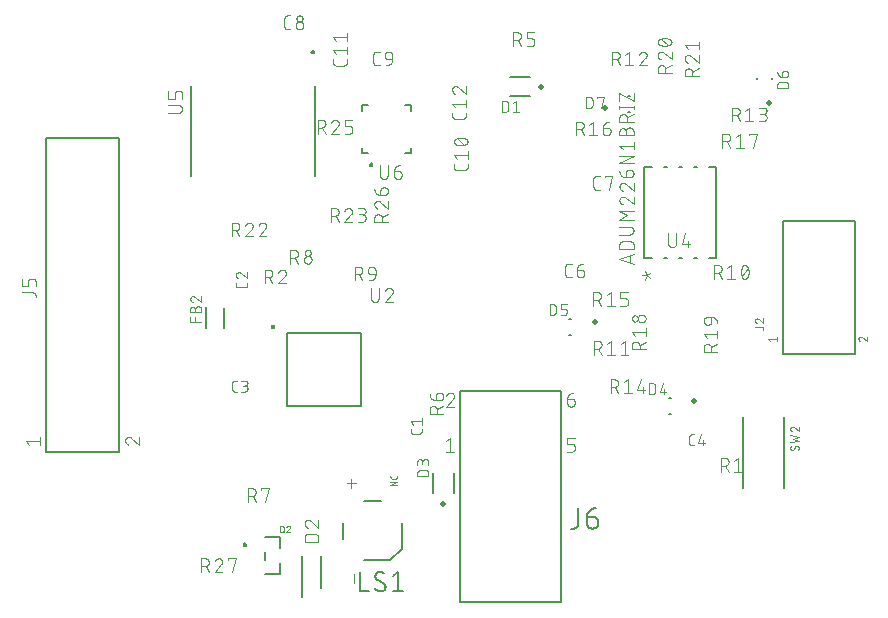
<source format=gbr>
G04 EAGLE Gerber RS-274X export*
G75*
%MOMM*%
%FSLAX34Y34*%
%LPD*%
%INSilkscreen Top*%
%IPPOS*%
%AMOC8*
5,1,8,0,0,1.08239X$1,22.5*%
G01*
%ADD10C,0.101600*%
%ADD11C,0.127000*%
%ADD12C,0.050800*%
%ADD13C,0.152400*%
%ADD14C,0.076200*%
%ADD15C,0.200000*%
%ADD16C,0.447213*%
%ADD17C,0.150000*%
%ADD18C,0.500000*%


D10*
X628559Y279119D02*
X625963Y279119D01*
X625864Y279121D01*
X625764Y279127D01*
X625665Y279136D01*
X625567Y279149D01*
X625469Y279166D01*
X625371Y279187D01*
X625275Y279212D01*
X625180Y279240D01*
X625086Y279272D01*
X624993Y279307D01*
X624901Y279346D01*
X624811Y279389D01*
X624723Y279434D01*
X624636Y279484D01*
X624552Y279536D01*
X624469Y279592D01*
X624389Y279650D01*
X624311Y279712D01*
X624236Y279777D01*
X624163Y279845D01*
X624093Y279915D01*
X624025Y279988D01*
X623960Y280063D01*
X623898Y280141D01*
X623840Y280221D01*
X623784Y280304D01*
X623732Y280388D01*
X623682Y280475D01*
X623637Y280563D01*
X623594Y280653D01*
X623555Y280745D01*
X623520Y280838D01*
X623488Y280932D01*
X623460Y281027D01*
X623435Y281123D01*
X623414Y281221D01*
X623397Y281319D01*
X623384Y281417D01*
X623375Y281516D01*
X623369Y281616D01*
X623367Y281715D01*
X623367Y288206D01*
X623369Y288305D01*
X623375Y288405D01*
X623384Y288504D01*
X623397Y288602D01*
X623414Y288700D01*
X623435Y288798D01*
X623460Y288894D01*
X623488Y288989D01*
X623520Y289083D01*
X623555Y289176D01*
X623594Y289268D01*
X623637Y289358D01*
X623682Y289446D01*
X623732Y289533D01*
X623784Y289617D01*
X623840Y289700D01*
X623898Y289780D01*
X623960Y289858D01*
X624025Y289933D01*
X624093Y290006D01*
X624163Y290076D01*
X624236Y290144D01*
X624311Y290209D01*
X624389Y290271D01*
X624469Y290329D01*
X624552Y290385D01*
X624636Y290437D01*
X624723Y290487D01*
X624811Y290532D01*
X624901Y290575D01*
X624993Y290614D01*
X625085Y290649D01*
X625180Y290681D01*
X625275Y290709D01*
X625371Y290734D01*
X625469Y290755D01*
X625567Y290772D01*
X625665Y290785D01*
X625764Y290794D01*
X625864Y290800D01*
X625963Y290802D01*
X625963Y290803D02*
X628559Y290803D01*
X632925Y285610D02*
X636819Y285610D01*
X636819Y285609D02*
X636918Y285607D01*
X637018Y285601D01*
X637117Y285592D01*
X637215Y285579D01*
X637313Y285562D01*
X637411Y285541D01*
X637507Y285516D01*
X637602Y285488D01*
X637696Y285456D01*
X637789Y285421D01*
X637881Y285382D01*
X637971Y285339D01*
X638059Y285294D01*
X638146Y285244D01*
X638230Y285192D01*
X638313Y285136D01*
X638393Y285078D01*
X638471Y285016D01*
X638546Y284951D01*
X638619Y284883D01*
X638689Y284813D01*
X638757Y284740D01*
X638822Y284665D01*
X638884Y284587D01*
X638942Y284507D01*
X638998Y284424D01*
X639050Y284340D01*
X639100Y284253D01*
X639145Y284165D01*
X639188Y284075D01*
X639227Y283983D01*
X639262Y283890D01*
X639294Y283796D01*
X639322Y283701D01*
X639347Y283605D01*
X639368Y283507D01*
X639385Y283409D01*
X639398Y283311D01*
X639407Y283212D01*
X639413Y283112D01*
X639415Y283013D01*
X639416Y283013D02*
X639416Y282364D01*
X639414Y282251D01*
X639408Y282138D01*
X639398Y282025D01*
X639384Y281912D01*
X639367Y281800D01*
X639345Y281689D01*
X639320Y281579D01*
X639290Y281469D01*
X639257Y281361D01*
X639220Y281254D01*
X639180Y281148D01*
X639135Y281044D01*
X639087Y280941D01*
X639036Y280840D01*
X638981Y280741D01*
X638923Y280644D01*
X638861Y280549D01*
X638796Y280456D01*
X638728Y280366D01*
X638657Y280278D01*
X638582Y280192D01*
X638505Y280109D01*
X638425Y280029D01*
X638342Y279952D01*
X638256Y279877D01*
X638168Y279806D01*
X638078Y279738D01*
X637985Y279673D01*
X637890Y279611D01*
X637793Y279553D01*
X637694Y279498D01*
X637593Y279447D01*
X637490Y279399D01*
X637386Y279354D01*
X637280Y279314D01*
X637173Y279277D01*
X637065Y279244D01*
X636955Y279214D01*
X636845Y279189D01*
X636734Y279167D01*
X636622Y279150D01*
X636509Y279136D01*
X636396Y279126D01*
X636283Y279120D01*
X636170Y279118D01*
X636057Y279120D01*
X635944Y279126D01*
X635831Y279136D01*
X635718Y279150D01*
X635606Y279167D01*
X635495Y279189D01*
X635385Y279214D01*
X635275Y279244D01*
X635167Y279277D01*
X635060Y279314D01*
X634954Y279354D01*
X634850Y279399D01*
X634747Y279447D01*
X634646Y279498D01*
X634547Y279553D01*
X634450Y279611D01*
X634355Y279673D01*
X634262Y279738D01*
X634172Y279806D01*
X634084Y279877D01*
X633998Y279952D01*
X633915Y280029D01*
X633835Y280109D01*
X633758Y280192D01*
X633683Y280278D01*
X633612Y280366D01*
X633544Y280456D01*
X633479Y280549D01*
X633417Y280644D01*
X633359Y280741D01*
X633304Y280840D01*
X633253Y280941D01*
X633205Y281044D01*
X633160Y281148D01*
X633120Y281254D01*
X633083Y281361D01*
X633050Y281469D01*
X633020Y281579D01*
X632995Y281689D01*
X632973Y281800D01*
X632956Y281912D01*
X632942Y282025D01*
X632932Y282138D01*
X632926Y282251D01*
X632924Y282364D01*
X632925Y282364D02*
X632925Y285610D01*
X632927Y285753D01*
X632933Y285896D01*
X632943Y286039D01*
X632957Y286181D01*
X632974Y286323D01*
X632996Y286465D01*
X633021Y286606D01*
X633051Y286746D01*
X633084Y286885D01*
X633121Y287023D01*
X633162Y287160D01*
X633206Y287296D01*
X633255Y287431D01*
X633307Y287564D01*
X633362Y287696D01*
X633422Y287826D01*
X633485Y287955D01*
X633551Y288082D01*
X633621Y288206D01*
X633694Y288329D01*
X633771Y288450D01*
X633851Y288569D01*
X633934Y288685D01*
X634020Y288800D01*
X634109Y288911D01*
X634202Y289021D01*
X634297Y289127D01*
X634396Y289231D01*
X634497Y289332D01*
X634601Y289431D01*
X634707Y289526D01*
X634817Y289619D01*
X634928Y289708D01*
X635043Y289794D01*
X635159Y289877D01*
X635278Y289957D01*
X635399Y290034D01*
X635521Y290107D01*
X635646Y290177D01*
X635773Y290243D01*
X635902Y290306D01*
X636032Y290366D01*
X636164Y290421D01*
X636297Y290473D01*
X636432Y290522D01*
X636568Y290566D01*
X636705Y290607D01*
X636843Y290644D01*
X636982Y290677D01*
X637122Y290707D01*
X637263Y290732D01*
X637405Y290754D01*
X637547Y290771D01*
X637689Y290785D01*
X637832Y290795D01*
X637975Y290801D01*
X638118Y290803D01*
X649721Y353389D02*
X652318Y353389D01*
X649721Y353389D02*
X649622Y353391D01*
X649522Y353397D01*
X649423Y353406D01*
X649325Y353419D01*
X649227Y353436D01*
X649129Y353457D01*
X649033Y353482D01*
X648938Y353510D01*
X648844Y353542D01*
X648751Y353577D01*
X648659Y353616D01*
X648569Y353659D01*
X648481Y353704D01*
X648394Y353754D01*
X648310Y353806D01*
X648227Y353862D01*
X648147Y353920D01*
X648069Y353982D01*
X647994Y354047D01*
X647921Y354115D01*
X647851Y354185D01*
X647783Y354258D01*
X647718Y354333D01*
X647656Y354411D01*
X647598Y354491D01*
X647542Y354574D01*
X647490Y354658D01*
X647440Y354745D01*
X647395Y354833D01*
X647352Y354923D01*
X647313Y355015D01*
X647278Y355108D01*
X647246Y355202D01*
X647218Y355297D01*
X647193Y355393D01*
X647172Y355491D01*
X647155Y355589D01*
X647142Y355687D01*
X647133Y355786D01*
X647127Y355886D01*
X647125Y355985D01*
X647125Y362476D01*
X647127Y362575D01*
X647133Y362675D01*
X647142Y362774D01*
X647155Y362872D01*
X647172Y362970D01*
X647193Y363068D01*
X647218Y363164D01*
X647246Y363259D01*
X647278Y363353D01*
X647313Y363446D01*
X647352Y363538D01*
X647395Y363628D01*
X647440Y363716D01*
X647490Y363803D01*
X647542Y363887D01*
X647598Y363970D01*
X647656Y364050D01*
X647718Y364128D01*
X647783Y364203D01*
X647851Y364276D01*
X647921Y364346D01*
X647994Y364414D01*
X648069Y364479D01*
X648147Y364541D01*
X648227Y364599D01*
X648310Y364655D01*
X648394Y364707D01*
X648481Y364757D01*
X648569Y364802D01*
X648659Y364845D01*
X648751Y364884D01*
X648843Y364919D01*
X648938Y364951D01*
X649033Y364979D01*
X649129Y365004D01*
X649227Y365025D01*
X649325Y365042D01*
X649423Y365055D01*
X649522Y365064D01*
X649622Y365070D01*
X649721Y365072D01*
X649721Y365073D02*
X652318Y365073D01*
X656683Y365073D02*
X656683Y363775D01*
X656683Y365073D02*
X663174Y365073D01*
X659928Y353389D01*
X390628Y489198D02*
X388032Y489198D01*
X387933Y489200D01*
X387833Y489206D01*
X387734Y489215D01*
X387636Y489228D01*
X387538Y489245D01*
X387440Y489266D01*
X387344Y489291D01*
X387249Y489319D01*
X387155Y489351D01*
X387062Y489386D01*
X386970Y489425D01*
X386880Y489468D01*
X386792Y489513D01*
X386705Y489563D01*
X386621Y489615D01*
X386538Y489671D01*
X386458Y489729D01*
X386380Y489791D01*
X386305Y489856D01*
X386232Y489924D01*
X386162Y489994D01*
X386094Y490067D01*
X386029Y490142D01*
X385967Y490220D01*
X385909Y490300D01*
X385853Y490383D01*
X385801Y490467D01*
X385751Y490554D01*
X385706Y490642D01*
X385663Y490732D01*
X385624Y490824D01*
X385589Y490917D01*
X385557Y491011D01*
X385529Y491106D01*
X385504Y491202D01*
X385483Y491300D01*
X385466Y491398D01*
X385453Y491496D01*
X385444Y491595D01*
X385438Y491695D01*
X385436Y491794D01*
X385435Y491794D02*
X385435Y498285D01*
X385436Y498285D02*
X385438Y498384D01*
X385444Y498484D01*
X385453Y498583D01*
X385466Y498681D01*
X385483Y498779D01*
X385504Y498877D01*
X385529Y498973D01*
X385557Y499068D01*
X385589Y499162D01*
X385624Y499255D01*
X385663Y499347D01*
X385706Y499437D01*
X385751Y499525D01*
X385801Y499612D01*
X385853Y499696D01*
X385909Y499779D01*
X385967Y499859D01*
X386029Y499937D01*
X386094Y500012D01*
X386162Y500085D01*
X386232Y500155D01*
X386305Y500223D01*
X386380Y500288D01*
X386458Y500350D01*
X386538Y500408D01*
X386621Y500464D01*
X386705Y500516D01*
X386792Y500566D01*
X386880Y500611D01*
X386970Y500654D01*
X387062Y500693D01*
X387154Y500728D01*
X387249Y500760D01*
X387344Y500788D01*
X387440Y500813D01*
X387538Y500834D01*
X387636Y500851D01*
X387734Y500864D01*
X387833Y500873D01*
X387933Y500879D01*
X388032Y500881D01*
X388032Y500882D02*
X390628Y500882D01*
X394993Y492443D02*
X394995Y492556D01*
X395001Y492669D01*
X395011Y492782D01*
X395025Y492895D01*
X395042Y493007D01*
X395064Y493118D01*
X395089Y493228D01*
X395119Y493338D01*
X395152Y493446D01*
X395189Y493553D01*
X395229Y493659D01*
X395274Y493763D01*
X395322Y493866D01*
X395373Y493967D01*
X395428Y494066D01*
X395486Y494163D01*
X395548Y494258D01*
X395613Y494351D01*
X395681Y494441D01*
X395752Y494529D01*
X395827Y494615D01*
X395904Y494698D01*
X395984Y494778D01*
X396067Y494855D01*
X396153Y494930D01*
X396241Y495001D01*
X396331Y495069D01*
X396424Y495134D01*
X396519Y495196D01*
X396616Y495254D01*
X396715Y495309D01*
X396816Y495360D01*
X396919Y495408D01*
X397023Y495453D01*
X397129Y495493D01*
X397236Y495530D01*
X397344Y495563D01*
X397454Y495593D01*
X397564Y495618D01*
X397675Y495640D01*
X397787Y495657D01*
X397900Y495671D01*
X398013Y495681D01*
X398126Y495687D01*
X398239Y495689D01*
X398352Y495687D01*
X398465Y495681D01*
X398578Y495671D01*
X398691Y495657D01*
X398803Y495640D01*
X398914Y495618D01*
X399024Y495593D01*
X399134Y495563D01*
X399242Y495530D01*
X399349Y495493D01*
X399455Y495453D01*
X399559Y495408D01*
X399662Y495360D01*
X399763Y495309D01*
X399862Y495254D01*
X399959Y495196D01*
X400054Y495134D01*
X400147Y495069D01*
X400237Y495001D01*
X400325Y494930D01*
X400411Y494855D01*
X400494Y494778D01*
X400574Y494698D01*
X400651Y494615D01*
X400726Y494529D01*
X400797Y494441D01*
X400865Y494351D01*
X400930Y494258D01*
X400992Y494163D01*
X401050Y494066D01*
X401105Y493967D01*
X401156Y493866D01*
X401204Y493763D01*
X401249Y493659D01*
X401289Y493553D01*
X401326Y493446D01*
X401359Y493338D01*
X401389Y493228D01*
X401414Y493118D01*
X401436Y493007D01*
X401453Y492895D01*
X401467Y492782D01*
X401477Y492669D01*
X401483Y492556D01*
X401485Y492443D01*
X401483Y492330D01*
X401477Y492217D01*
X401467Y492104D01*
X401453Y491991D01*
X401436Y491879D01*
X401414Y491768D01*
X401389Y491658D01*
X401359Y491548D01*
X401326Y491440D01*
X401289Y491333D01*
X401249Y491227D01*
X401204Y491123D01*
X401156Y491020D01*
X401105Y490919D01*
X401050Y490820D01*
X400992Y490723D01*
X400930Y490628D01*
X400865Y490535D01*
X400797Y490445D01*
X400726Y490357D01*
X400651Y490271D01*
X400574Y490188D01*
X400494Y490108D01*
X400411Y490031D01*
X400325Y489956D01*
X400237Y489885D01*
X400147Y489817D01*
X400054Y489752D01*
X399959Y489690D01*
X399862Y489632D01*
X399763Y489577D01*
X399662Y489526D01*
X399559Y489478D01*
X399455Y489433D01*
X399349Y489393D01*
X399242Y489356D01*
X399134Y489323D01*
X399024Y489293D01*
X398914Y489268D01*
X398803Y489246D01*
X398691Y489229D01*
X398578Y489215D01*
X398465Y489205D01*
X398352Y489199D01*
X398239Y489197D01*
X398126Y489199D01*
X398013Y489205D01*
X397900Y489215D01*
X397787Y489229D01*
X397675Y489246D01*
X397564Y489268D01*
X397454Y489293D01*
X397344Y489323D01*
X397236Y489356D01*
X397129Y489393D01*
X397023Y489433D01*
X396919Y489478D01*
X396816Y489526D01*
X396715Y489577D01*
X396616Y489632D01*
X396519Y489690D01*
X396424Y489752D01*
X396331Y489817D01*
X396241Y489885D01*
X396153Y489956D01*
X396067Y490031D01*
X395984Y490108D01*
X395904Y490188D01*
X395827Y490271D01*
X395752Y490357D01*
X395681Y490445D01*
X395613Y490535D01*
X395548Y490628D01*
X395486Y490723D01*
X395428Y490820D01*
X395373Y490919D01*
X395322Y491020D01*
X395274Y491123D01*
X395229Y491227D01*
X395189Y491333D01*
X395152Y491440D01*
X395119Y491548D01*
X395089Y491658D01*
X395064Y491768D01*
X395042Y491879D01*
X395025Y491991D01*
X395011Y492104D01*
X395001Y492217D01*
X394995Y492330D01*
X394993Y492443D01*
X395643Y498285D02*
X395645Y498386D01*
X395651Y498486D01*
X395661Y498586D01*
X395674Y498686D01*
X395692Y498785D01*
X395713Y498884D01*
X395738Y498981D01*
X395767Y499078D01*
X395800Y499173D01*
X395836Y499267D01*
X395876Y499359D01*
X395919Y499450D01*
X395966Y499539D01*
X396016Y499626D01*
X396070Y499712D01*
X396127Y499795D01*
X396187Y499875D01*
X396250Y499954D01*
X396317Y500030D01*
X396386Y500103D01*
X396458Y500173D01*
X396532Y500241D01*
X396609Y500306D01*
X396689Y500367D01*
X396771Y500426D01*
X396855Y500481D01*
X396941Y500533D01*
X397029Y500582D01*
X397119Y500627D01*
X397211Y500669D01*
X397304Y500707D01*
X397399Y500741D01*
X397494Y500772D01*
X397591Y500799D01*
X397689Y500822D01*
X397788Y500842D01*
X397888Y500857D01*
X397988Y500869D01*
X398088Y500877D01*
X398189Y500881D01*
X398289Y500881D01*
X398390Y500877D01*
X398490Y500869D01*
X398590Y500857D01*
X398690Y500842D01*
X398789Y500822D01*
X398887Y500799D01*
X398984Y500772D01*
X399079Y500741D01*
X399174Y500707D01*
X399267Y500669D01*
X399359Y500627D01*
X399449Y500582D01*
X399537Y500533D01*
X399623Y500481D01*
X399707Y500426D01*
X399789Y500367D01*
X399869Y500306D01*
X399946Y500241D01*
X400020Y500173D01*
X400092Y500103D01*
X400161Y500030D01*
X400228Y499954D01*
X400291Y499875D01*
X400351Y499795D01*
X400408Y499712D01*
X400462Y499626D01*
X400512Y499539D01*
X400559Y499450D01*
X400602Y499359D01*
X400642Y499267D01*
X400678Y499173D01*
X400711Y499078D01*
X400740Y498981D01*
X400765Y498884D01*
X400786Y498785D01*
X400804Y498686D01*
X400817Y498586D01*
X400827Y498486D01*
X400833Y498386D01*
X400835Y498285D01*
X400833Y498184D01*
X400827Y498084D01*
X400817Y497984D01*
X400804Y497884D01*
X400786Y497785D01*
X400765Y497686D01*
X400740Y497589D01*
X400711Y497492D01*
X400678Y497397D01*
X400642Y497303D01*
X400602Y497211D01*
X400559Y497120D01*
X400512Y497031D01*
X400462Y496944D01*
X400408Y496858D01*
X400351Y496775D01*
X400291Y496695D01*
X400228Y496616D01*
X400161Y496540D01*
X400092Y496467D01*
X400020Y496397D01*
X399946Y496329D01*
X399869Y496264D01*
X399789Y496203D01*
X399707Y496144D01*
X399623Y496089D01*
X399537Y496037D01*
X399449Y495988D01*
X399359Y495943D01*
X399267Y495901D01*
X399174Y495863D01*
X399079Y495829D01*
X398984Y495798D01*
X398887Y495771D01*
X398789Y495748D01*
X398690Y495728D01*
X398590Y495713D01*
X398490Y495701D01*
X398390Y495693D01*
X398289Y495689D01*
X398189Y495689D01*
X398088Y495693D01*
X397988Y495701D01*
X397888Y495713D01*
X397788Y495728D01*
X397689Y495748D01*
X397591Y495771D01*
X397494Y495798D01*
X397399Y495829D01*
X397304Y495863D01*
X397211Y495901D01*
X397119Y495943D01*
X397029Y495988D01*
X396941Y496037D01*
X396855Y496089D01*
X396771Y496144D01*
X396689Y496203D01*
X396609Y496264D01*
X396532Y496329D01*
X396458Y496397D01*
X396386Y496467D01*
X396317Y496540D01*
X396250Y496616D01*
X396187Y496695D01*
X396127Y496775D01*
X396070Y496858D01*
X396016Y496944D01*
X395966Y497031D01*
X395919Y497120D01*
X395876Y497211D01*
X395836Y497303D01*
X395800Y497397D01*
X395767Y497492D01*
X395738Y497589D01*
X395713Y497686D01*
X395692Y497785D01*
X395674Y497884D01*
X395661Y497984D01*
X395651Y498084D01*
X395645Y498184D01*
X395643Y498285D01*
X463476Y458647D02*
X466072Y458647D01*
X463476Y458647D02*
X463377Y458649D01*
X463277Y458655D01*
X463178Y458664D01*
X463080Y458677D01*
X462982Y458694D01*
X462884Y458715D01*
X462788Y458740D01*
X462693Y458768D01*
X462599Y458800D01*
X462506Y458835D01*
X462414Y458874D01*
X462324Y458917D01*
X462236Y458962D01*
X462149Y459012D01*
X462065Y459064D01*
X461982Y459120D01*
X461902Y459178D01*
X461824Y459240D01*
X461749Y459305D01*
X461676Y459373D01*
X461606Y459443D01*
X461538Y459516D01*
X461473Y459591D01*
X461411Y459669D01*
X461353Y459749D01*
X461297Y459832D01*
X461245Y459916D01*
X461195Y460003D01*
X461150Y460091D01*
X461107Y460181D01*
X461068Y460273D01*
X461033Y460366D01*
X461001Y460460D01*
X460973Y460555D01*
X460948Y460651D01*
X460927Y460749D01*
X460910Y460847D01*
X460897Y460945D01*
X460888Y461044D01*
X460882Y461144D01*
X460880Y461243D01*
X460879Y461243D02*
X460879Y467734D01*
X460880Y467734D02*
X460882Y467833D01*
X460888Y467933D01*
X460897Y468032D01*
X460910Y468130D01*
X460927Y468228D01*
X460948Y468326D01*
X460973Y468422D01*
X461001Y468517D01*
X461033Y468611D01*
X461068Y468704D01*
X461107Y468796D01*
X461150Y468886D01*
X461195Y468974D01*
X461245Y469061D01*
X461297Y469145D01*
X461353Y469228D01*
X461411Y469308D01*
X461473Y469386D01*
X461538Y469461D01*
X461606Y469534D01*
X461676Y469604D01*
X461749Y469672D01*
X461824Y469737D01*
X461902Y469799D01*
X461982Y469857D01*
X462065Y469913D01*
X462149Y469965D01*
X462236Y470015D01*
X462324Y470060D01*
X462414Y470103D01*
X462506Y470142D01*
X462598Y470177D01*
X462693Y470209D01*
X462788Y470237D01*
X462884Y470262D01*
X462982Y470283D01*
X463080Y470300D01*
X463178Y470313D01*
X463277Y470322D01*
X463377Y470328D01*
X463476Y470330D01*
X463476Y470331D02*
X466072Y470331D01*
X473034Y463840D02*
X476928Y463840D01*
X473034Y463840D02*
X472935Y463842D01*
X472835Y463848D01*
X472736Y463857D01*
X472638Y463870D01*
X472540Y463887D01*
X472442Y463908D01*
X472346Y463933D01*
X472251Y463961D01*
X472157Y463993D01*
X472064Y464028D01*
X471972Y464067D01*
X471882Y464110D01*
X471794Y464155D01*
X471707Y464205D01*
X471623Y464257D01*
X471540Y464313D01*
X471460Y464371D01*
X471382Y464433D01*
X471307Y464498D01*
X471234Y464566D01*
X471164Y464636D01*
X471096Y464709D01*
X471031Y464784D01*
X470969Y464862D01*
X470911Y464942D01*
X470855Y465025D01*
X470803Y465109D01*
X470753Y465196D01*
X470708Y465284D01*
X470665Y465374D01*
X470626Y465466D01*
X470591Y465559D01*
X470559Y465653D01*
X470531Y465748D01*
X470506Y465844D01*
X470485Y465942D01*
X470468Y466040D01*
X470455Y466138D01*
X470446Y466237D01*
X470440Y466337D01*
X470438Y466436D01*
X470437Y466436D02*
X470437Y467085D01*
X470439Y467198D01*
X470445Y467311D01*
X470455Y467424D01*
X470469Y467537D01*
X470486Y467649D01*
X470508Y467760D01*
X470533Y467870D01*
X470563Y467980D01*
X470596Y468088D01*
X470633Y468195D01*
X470673Y468301D01*
X470718Y468405D01*
X470766Y468508D01*
X470817Y468609D01*
X470872Y468708D01*
X470930Y468805D01*
X470992Y468900D01*
X471057Y468993D01*
X471125Y469083D01*
X471196Y469171D01*
X471271Y469257D01*
X471348Y469340D01*
X471428Y469420D01*
X471511Y469497D01*
X471597Y469572D01*
X471685Y469643D01*
X471775Y469711D01*
X471868Y469776D01*
X471963Y469838D01*
X472060Y469896D01*
X472159Y469951D01*
X472260Y470002D01*
X472363Y470050D01*
X472467Y470095D01*
X472573Y470135D01*
X472680Y470172D01*
X472788Y470205D01*
X472898Y470235D01*
X473008Y470260D01*
X473119Y470282D01*
X473231Y470299D01*
X473344Y470313D01*
X473457Y470323D01*
X473570Y470329D01*
X473683Y470331D01*
X473796Y470329D01*
X473909Y470323D01*
X474022Y470313D01*
X474135Y470299D01*
X474247Y470282D01*
X474358Y470260D01*
X474468Y470235D01*
X474578Y470205D01*
X474686Y470172D01*
X474793Y470135D01*
X474899Y470095D01*
X475003Y470050D01*
X475106Y470002D01*
X475207Y469951D01*
X475306Y469896D01*
X475403Y469838D01*
X475498Y469776D01*
X475591Y469711D01*
X475681Y469643D01*
X475769Y469572D01*
X475855Y469497D01*
X475938Y469420D01*
X476018Y469340D01*
X476095Y469257D01*
X476170Y469171D01*
X476241Y469083D01*
X476309Y468993D01*
X476374Y468900D01*
X476436Y468805D01*
X476494Y468708D01*
X476549Y468609D01*
X476600Y468508D01*
X476648Y468405D01*
X476693Y468301D01*
X476733Y468195D01*
X476770Y468088D01*
X476803Y467980D01*
X476833Y467870D01*
X476858Y467760D01*
X476880Y467649D01*
X476897Y467537D01*
X476911Y467424D01*
X476921Y467311D01*
X476927Y467198D01*
X476929Y467085D01*
X476928Y467085D02*
X476928Y463840D01*
X476929Y463840D02*
X476927Y463697D01*
X476921Y463554D01*
X476911Y463411D01*
X476897Y463269D01*
X476880Y463127D01*
X476858Y462985D01*
X476833Y462844D01*
X476803Y462704D01*
X476770Y462565D01*
X476733Y462427D01*
X476692Y462290D01*
X476648Y462154D01*
X476599Y462019D01*
X476547Y461886D01*
X476492Y461754D01*
X476432Y461624D01*
X476369Y461495D01*
X476303Y461368D01*
X476233Y461243D01*
X476160Y461121D01*
X476083Y461000D01*
X476003Y460881D01*
X475920Y460765D01*
X475834Y460650D01*
X475745Y460539D01*
X475652Y460429D01*
X475557Y460323D01*
X475458Y460219D01*
X475357Y460118D01*
X475253Y460019D01*
X475147Y459924D01*
X475037Y459831D01*
X474926Y459742D01*
X474811Y459656D01*
X474695Y459573D01*
X474576Y459493D01*
X474455Y459416D01*
X474333Y459343D01*
X474208Y459273D01*
X474081Y459207D01*
X473952Y459144D01*
X473822Y459084D01*
X473690Y459029D01*
X473557Y458977D01*
X473422Y458928D01*
X473286Y458884D01*
X473149Y458843D01*
X473011Y458806D01*
X472872Y458773D01*
X472732Y458743D01*
X472591Y458718D01*
X472449Y458696D01*
X472307Y458679D01*
X472165Y458665D01*
X472022Y458655D01*
X471879Y458649D01*
X471736Y458647D01*
X540545Y375139D02*
X540545Y372543D01*
X540543Y372444D01*
X540537Y372344D01*
X540528Y372245D01*
X540515Y372147D01*
X540498Y372049D01*
X540477Y371951D01*
X540452Y371855D01*
X540424Y371760D01*
X540392Y371666D01*
X540357Y371573D01*
X540318Y371481D01*
X540275Y371391D01*
X540230Y371303D01*
X540180Y371216D01*
X540128Y371132D01*
X540072Y371049D01*
X540014Y370969D01*
X539952Y370891D01*
X539887Y370816D01*
X539819Y370743D01*
X539749Y370673D01*
X539676Y370605D01*
X539601Y370540D01*
X539523Y370478D01*
X539443Y370420D01*
X539360Y370364D01*
X539276Y370312D01*
X539189Y370262D01*
X539101Y370217D01*
X539011Y370174D01*
X538919Y370135D01*
X538826Y370100D01*
X538732Y370068D01*
X538637Y370040D01*
X538541Y370015D01*
X538443Y369994D01*
X538345Y369977D01*
X538247Y369964D01*
X538148Y369955D01*
X538048Y369949D01*
X537949Y369947D01*
X537949Y369946D02*
X531458Y369946D01*
X531359Y369948D01*
X531259Y369954D01*
X531160Y369963D01*
X531062Y369976D01*
X530964Y369994D01*
X530866Y370014D01*
X530770Y370039D01*
X530674Y370067D01*
X530580Y370099D01*
X530487Y370134D01*
X530396Y370173D01*
X530306Y370216D01*
X530217Y370261D01*
X530131Y370311D01*
X530046Y370363D01*
X529964Y370419D01*
X529884Y370478D01*
X529806Y370539D01*
X529730Y370604D01*
X529657Y370672D01*
X529587Y370742D01*
X529519Y370815D01*
X529454Y370891D01*
X529393Y370969D01*
X529334Y371049D01*
X529278Y371131D01*
X529226Y371216D01*
X529177Y371302D01*
X529131Y371391D01*
X529088Y371481D01*
X529049Y371572D01*
X529014Y371665D01*
X528982Y371759D01*
X528954Y371855D01*
X528929Y371951D01*
X528909Y372049D01*
X528891Y372147D01*
X528878Y372245D01*
X528869Y372344D01*
X528863Y372443D01*
X528861Y372543D01*
X528861Y375139D01*
X531458Y379505D02*
X528861Y382750D01*
X540545Y382750D01*
X540545Y379505D02*
X540545Y385996D01*
X534703Y390934D02*
X534473Y390937D01*
X534243Y390945D01*
X534014Y390959D01*
X533785Y390978D01*
X533556Y391003D01*
X533328Y391033D01*
X533101Y391068D01*
X532875Y391109D01*
X532650Y391155D01*
X532426Y391207D01*
X532203Y391264D01*
X531982Y391326D01*
X531762Y391394D01*
X531544Y391467D01*
X531328Y391545D01*
X531114Y391628D01*
X530902Y391716D01*
X530691Y391809D01*
X530484Y391908D01*
X530394Y391941D01*
X530305Y391977D01*
X530217Y392017D01*
X530132Y392061D01*
X530048Y392108D01*
X529966Y392158D01*
X529886Y392212D01*
X529809Y392268D01*
X529733Y392328D01*
X529660Y392391D01*
X529590Y392456D01*
X529522Y392525D01*
X529458Y392596D01*
X529396Y392669D01*
X529337Y392745D01*
X529281Y392823D01*
X529228Y392904D01*
X529179Y392986D01*
X529133Y393070D01*
X529090Y393157D01*
X529051Y393244D01*
X529015Y393334D01*
X528983Y393424D01*
X528955Y393516D01*
X528930Y393609D01*
X528909Y393703D01*
X528892Y393797D01*
X528878Y393892D01*
X528869Y393988D01*
X528863Y394084D01*
X528861Y394180D01*
X528863Y394276D01*
X528869Y394372D01*
X528878Y394468D01*
X528892Y394563D01*
X528909Y394657D01*
X528930Y394751D01*
X528955Y394844D01*
X528983Y394936D01*
X529015Y395026D01*
X529051Y395116D01*
X529090Y395204D01*
X529133Y395290D01*
X529179Y395374D01*
X529228Y395456D01*
X529281Y395537D01*
X529337Y395615D01*
X529396Y395691D01*
X529458Y395764D01*
X529522Y395835D01*
X529590Y395904D01*
X529660Y395969D01*
X529733Y396032D01*
X529809Y396092D01*
X529886Y396148D01*
X529966Y396202D01*
X530048Y396252D01*
X530132Y396299D01*
X530217Y396343D01*
X530305Y396383D01*
X530394Y396419D01*
X530484Y396452D01*
X530691Y396551D01*
X530902Y396644D01*
X531114Y396732D01*
X531328Y396815D01*
X531544Y396893D01*
X531762Y396966D01*
X531982Y397034D01*
X532203Y397096D01*
X532426Y397153D01*
X532650Y397205D01*
X532875Y397251D01*
X533101Y397292D01*
X533328Y397327D01*
X533556Y397357D01*
X533785Y397382D01*
X534014Y397401D01*
X534243Y397415D01*
X534473Y397423D01*
X534703Y397426D01*
X534703Y390934D02*
X534933Y390937D01*
X535163Y390945D01*
X535392Y390959D01*
X535621Y390978D01*
X535850Y391003D01*
X536078Y391033D01*
X536305Y391068D01*
X536531Y391109D01*
X536756Y391155D01*
X536980Y391207D01*
X537203Y391264D01*
X537424Y391326D01*
X537644Y391394D01*
X537862Y391467D01*
X538078Y391545D01*
X538292Y391628D01*
X538504Y391716D01*
X538715Y391809D01*
X538922Y391908D01*
X538923Y391908D02*
X539013Y391941D01*
X539102Y391977D01*
X539190Y392018D01*
X539275Y392061D01*
X539359Y392108D01*
X539441Y392158D01*
X539521Y392212D01*
X539598Y392268D01*
X539674Y392328D01*
X539747Y392391D01*
X539817Y392456D01*
X539885Y392525D01*
X539949Y392596D01*
X540011Y392669D01*
X540070Y392745D01*
X540126Y392823D01*
X540179Y392904D01*
X540228Y392986D01*
X540274Y393070D01*
X540317Y393157D01*
X540356Y393244D01*
X540392Y393334D01*
X540424Y393424D01*
X540452Y393516D01*
X540477Y393609D01*
X540498Y393703D01*
X540515Y393797D01*
X540529Y393892D01*
X540538Y393988D01*
X540544Y394084D01*
X540546Y394180D01*
X538922Y396452D02*
X538715Y396551D01*
X538504Y396644D01*
X538292Y396732D01*
X538078Y396815D01*
X537862Y396893D01*
X537644Y396966D01*
X537424Y397034D01*
X537203Y397096D01*
X536980Y397153D01*
X536756Y397205D01*
X536531Y397251D01*
X536305Y397292D01*
X536078Y397327D01*
X535850Y397357D01*
X535621Y397382D01*
X535392Y397401D01*
X535163Y397415D01*
X534933Y397423D01*
X534703Y397426D01*
X538923Y396452D02*
X539013Y396419D01*
X539102Y396383D01*
X539190Y396343D01*
X539275Y396299D01*
X539359Y396252D01*
X539441Y396202D01*
X539521Y396148D01*
X539598Y396092D01*
X539674Y396032D01*
X539747Y395969D01*
X539817Y395904D01*
X539885Y395835D01*
X539949Y395764D01*
X540011Y395691D01*
X540070Y395615D01*
X540126Y395537D01*
X540179Y395456D01*
X540228Y395374D01*
X540274Y395290D01*
X540317Y395203D01*
X540356Y395116D01*
X540392Y395026D01*
X540424Y394936D01*
X540452Y394844D01*
X540477Y394751D01*
X540498Y394657D01*
X540515Y394563D01*
X540529Y394468D01*
X540538Y394372D01*
X540544Y394276D01*
X540546Y394180D01*
X537949Y391584D02*
X531458Y396777D01*
X438262Y461094D02*
X438262Y463691D01*
X438262Y461094D02*
X438260Y460995D01*
X438254Y460895D01*
X438245Y460796D01*
X438232Y460698D01*
X438215Y460600D01*
X438194Y460502D01*
X438169Y460406D01*
X438141Y460311D01*
X438109Y460217D01*
X438074Y460124D01*
X438035Y460032D01*
X437992Y459942D01*
X437947Y459854D01*
X437897Y459767D01*
X437845Y459683D01*
X437789Y459600D01*
X437731Y459520D01*
X437669Y459442D01*
X437604Y459367D01*
X437536Y459294D01*
X437466Y459224D01*
X437393Y459156D01*
X437318Y459091D01*
X437240Y459029D01*
X437160Y458971D01*
X437077Y458915D01*
X436993Y458863D01*
X436906Y458813D01*
X436818Y458768D01*
X436728Y458725D01*
X436636Y458686D01*
X436543Y458651D01*
X436449Y458619D01*
X436354Y458591D01*
X436258Y458566D01*
X436160Y458545D01*
X436062Y458528D01*
X435964Y458515D01*
X435865Y458506D01*
X435765Y458500D01*
X435666Y458498D01*
X429174Y458498D01*
X429174Y458497D02*
X429075Y458499D01*
X428975Y458505D01*
X428876Y458514D01*
X428778Y458527D01*
X428680Y458545D01*
X428582Y458565D01*
X428486Y458590D01*
X428390Y458618D01*
X428296Y458650D01*
X428203Y458685D01*
X428112Y458724D01*
X428022Y458767D01*
X427933Y458812D01*
X427847Y458862D01*
X427762Y458914D01*
X427680Y458970D01*
X427600Y459029D01*
X427522Y459090D01*
X427446Y459155D01*
X427373Y459223D01*
X427303Y459293D01*
X427235Y459366D01*
X427170Y459442D01*
X427109Y459520D01*
X427050Y459600D01*
X426994Y459682D01*
X426942Y459767D01*
X426893Y459853D01*
X426847Y459942D01*
X426804Y460032D01*
X426765Y460123D01*
X426730Y460216D01*
X426698Y460310D01*
X426670Y460406D01*
X426645Y460502D01*
X426625Y460600D01*
X426607Y460698D01*
X426594Y460796D01*
X426585Y460895D01*
X426579Y460994D01*
X426577Y461094D01*
X426578Y461094D02*
X426578Y463691D01*
X429174Y468056D02*
X426578Y471302D01*
X438262Y471302D01*
X438262Y474547D02*
X438262Y468056D01*
X429174Y479486D02*
X426578Y482732D01*
X438262Y482732D01*
X438262Y485977D02*
X438262Y479486D01*
X539174Y418744D02*
X539174Y416147D01*
X539172Y416048D01*
X539166Y415948D01*
X539157Y415849D01*
X539144Y415751D01*
X539127Y415653D01*
X539106Y415555D01*
X539081Y415459D01*
X539053Y415364D01*
X539021Y415270D01*
X538986Y415177D01*
X538947Y415085D01*
X538904Y414995D01*
X538859Y414907D01*
X538809Y414820D01*
X538757Y414736D01*
X538701Y414653D01*
X538643Y414573D01*
X538581Y414495D01*
X538516Y414420D01*
X538448Y414347D01*
X538378Y414277D01*
X538305Y414209D01*
X538230Y414144D01*
X538152Y414082D01*
X538072Y414024D01*
X537989Y413968D01*
X537905Y413916D01*
X537818Y413866D01*
X537730Y413821D01*
X537640Y413778D01*
X537548Y413739D01*
X537455Y413704D01*
X537361Y413672D01*
X537266Y413644D01*
X537170Y413619D01*
X537072Y413598D01*
X536974Y413581D01*
X536876Y413568D01*
X536777Y413559D01*
X536677Y413553D01*
X536578Y413551D01*
X530086Y413551D01*
X529987Y413553D01*
X529887Y413559D01*
X529788Y413568D01*
X529690Y413581D01*
X529592Y413599D01*
X529494Y413619D01*
X529398Y413644D01*
X529302Y413672D01*
X529208Y413704D01*
X529115Y413739D01*
X529024Y413778D01*
X528934Y413821D01*
X528845Y413866D01*
X528759Y413916D01*
X528674Y413968D01*
X528592Y414024D01*
X528512Y414083D01*
X528434Y414144D01*
X528358Y414209D01*
X528285Y414277D01*
X528215Y414347D01*
X528147Y414420D01*
X528082Y414496D01*
X528021Y414574D01*
X527962Y414654D01*
X527906Y414736D01*
X527854Y414821D01*
X527805Y414907D01*
X527759Y414996D01*
X527716Y415086D01*
X527677Y415177D01*
X527642Y415270D01*
X527610Y415364D01*
X527582Y415460D01*
X527557Y415556D01*
X527537Y415654D01*
X527519Y415752D01*
X527506Y415850D01*
X527497Y415949D01*
X527491Y416048D01*
X527489Y416148D01*
X527490Y416147D02*
X527490Y418744D01*
X530086Y423109D02*
X527490Y426355D01*
X539174Y426355D01*
X539174Y429600D02*
X539174Y423109D01*
X527490Y438109D02*
X527492Y438216D01*
X527498Y438322D01*
X527508Y438428D01*
X527521Y438534D01*
X527539Y438640D01*
X527560Y438744D01*
X527585Y438848D01*
X527614Y438951D01*
X527646Y439052D01*
X527683Y439152D01*
X527723Y439251D01*
X527766Y439349D01*
X527813Y439445D01*
X527864Y439539D01*
X527918Y439631D01*
X527975Y439721D01*
X528035Y439809D01*
X528099Y439894D01*
X528166Y439977D01*
X528236Y440058D01*
X528308Y440136D01*
X528384Y440212D01*
X528462Y440284D01*
X528543Y440354D01*
X528626Y440421D01*
X528711Y440485D01*
X528799Y440545D01*
X528889Y440602D01*
X528981Y440656D01*
X529075Y440707D01*
X529171Y440754D01*
X529269Y440797D01*
X529368Y440837D01*
X529468Y440874D01*
X529569Y440906D01*
X529672Y440935D01*
X529776Y440960D01*
X529880Y440981D01*
X529986Y440999D01*
X530092Y441012D01*
X530198Y441022D01*
X530304Y441028D01*
X530411Y441030D01*
X527490Y438109D02*
X527492Y437988D01*
X527498Y437867D01*
X527508Y437747D01*
X527521Y437626D01*
X527539Y437507D01*
X527560Y437387D01*
X527585Y437269D01*
X527614Y437152D01*
X527647Y437035D01*
X527683Y436920D01*
X527724Y436806D01*
X527767Y436693D01*
X527815Y436581D01*
X527866Y436472D01*
X527921Y436364D01*
X527979Y436257D01*
X528040Y436153D01*
X528105Y436051D01*
X528173Y435951D01*
X528244Y435853D01*
X528318Y435757D01*
X528395Y435664D01*
X528476Y435574D01*
X528559Y435486D01*
X528645Y435401D01*
X528734Y435318D01*
X528825Y435239D01*
X528919Y435162D01*
X529015Y435089D01*
X529113Y435019D01*
X529214Y434952D01*
X529317Y434888D01*
X529422Y434828D01*
X529529Y434770D01*
X529637Y434717D01*
X529747Y434667D01*
X529859Y434621D01*
X529972Y434578D01*
X530087Y434539D01*
X532683Y440056D02*
X532605Y440135D01*
X532525Y440211D01*
X532442Y440284D01*
X532356Y440354D01*
X532269Y440421D01*
X532178Y440485D01*
X532086Y440545D01*
X531992Y440603D01*
X531895Y440657D01*
X531797Y440707D01*
X531697Y440754D01*
X531596Y440798D01*
X531493Y440838D01*
X531388Y440874D01*
X531283Y440906D01*
X531176Y440935D01*
X531069Y440960D01*
X530960Y440982D01*
X530851Y440999D01*
X530742Y441013D01*
X530632Y441022D01*
X530521Y441028D01*
X530411Y441030D01*
X532683Y440057D02*
X539174Y434539D01*
X539174Y441030D01*
D11*
X484781Y71089D02*
X484781Y49489D01*
X434781Y57889D02*
X434781Y70989D01*
X474781Y39489D02*
X484781Y49489D01*
X466881Y89489D02*
X452681Y89489D01*
X452781Y39489D02*
X474781Y39489D01*
D10*
X441982Y100739D02*
X441982Y108552D01*
X445888Y104646D02*
X438076Y104646D01*
X444533Y28335D02*
X444533Y20525D01*
D12*
X475301Y103154D02*
X480900Y103154D01*
X480900Y106265D02*
X475301Y103154D01*
X475301Y106265D02*
X480900Y106265D01*
X480900Y110061D02*
X480900Y111305D01*
X480900Y110061D02*
X480898Y109991D01*
X480892Y109922D01*
X480882Y109853D01*
X480869Y109784D01*
X480851Y109717D01*
X480830Y109650D01*
X480805Y109585D01*
X480777Y109521D01*
X480745Y109459D01*
X480709Y109399D01*
X480671Y109341D01*
X480629Y109285D01*
X480584Y109232D01*
X480536Y109181D01*
X480485Y109133D01*
X480432Y109088D01*
X480376Y109046D01*
X480318Y109008D01*
X480258Y108972D01*
X480196Y108940D01*
X480132Y108912D01*
X480067Y108887D01*
X480000Y108866D01*
X479933Y108848D01*
X479864Y108835D01*
X479795Y108825D01*
X479726Y108819D01*
X479656Y108817D01*
X476545Y108817D01*
X476475Y108819D01*
X476406Y108825D01*
X476337Y108835D01*
X476268Y108848D01*
X476201Y108866D01*
X476134Y108887D01*
X476069Y108912D01*
X476005Y108940D01*
X475943Y108972D01*
X475883Y109008D01*
X475825Y109046D01*
X475769Y109088D01*
X475716Y109133D01*
X475665Y109181D01*
X475617Y109232D01*
X475572Y109285D01*
X475530Y109341D01*
X475492Y109399D01*
X475456Y109459D01*
X475424Y109521D01*
X475396Y109585D01*
X475371Y109650D01*
X475350Y109717D01*
X475332Y109784D01*
X475319Y109853D01*
X475309Y109922D01*
X475303Y109991D01*
X475301Y110061D01*
X475301Y111305D01*
D13*
X449531Y29844D02*
X449531Y13524D01*
X456784Y13524D01*
X467484Y13524D02*
X467603Y13526D01*
X467721Y13532D01*
X467840Y13541D01*
X467957Y13555D01*
X468075Y13572D01*
X468192Y13594D01*
X468308Y13619D01*
X468423Y13648D01*
X468537Y13680D01*
X468650Y13716D01*
X468762Y13756D01*
X468872Y13800D01*
X468981Y13847D01*
X469088Y13898D01*
X469194Y13952D01*
X469298Y14010D01*
X469399Y14071D01*
X469499Y14135D01*
X469597Y14203D01*
X469692Y14274D01*
X469785Y14347D01*
X469875Y14424D01*
X469963Y14504D01*
X470049Y14586D01*
X470131Y14672D01*
X470211Y14760D01*
X470288Y14850D01*
X470361Y14943D01*
X470432Y15038D01*
X470500Y15136D01*
X470564Y15236D01*
X470625Y15338D01*
X470683Y15441D01*
X470737Y15547D01*
X470788Y15654D01*
X470835Y15763D01*
X470879Y15873D01*
X470919Y15985D01*
X470955Y16098D01*
X470987Y16212D01*
X471016Y16327D01*
X471041Y16443D01*
X471063Y16560D01*
X471080Y16678D01*
X471094Y16795D01*
X471103Y16914D01*
X471109Y17032D01*
X471111Y17151D01*
X467484Y13524D02*
X467301Y13526D01*
X467118Y13533D01*
X466935Y13544D01*
X466752Y13559D01*
X466570Y13579D01*
X466388Y13603D01*
X466207Y13631D01*
X466027Y13664D01*
X465847Y13701D01*
X465668Y13742D01*
X465491Y13788D01*
X465314Y13838D01*
X465139Y13892D01*
X464966Y13950D01*
X464793Y14012D01*
X464622Y14079D01*
X464453Y14149D01*
X464286Y14224D01*
X464120Y14302D01*
X463956Y14385D01*
X463795Y14471D01*
X463635Y14561D01*
X463478Y14655D01*
X463323Y14753D01*
X463170Y14854D01*
X463020Y14959D01*
X462872Y15068D01*
X462727Y15180D01*
X462585Y15295D01*
X462445Y15414D01*
X462309Y15536D01*
X462175Y15662D01*
X462044Y15791D01*
X462497Y26217D02*
X462499Y26336D01*
X462505Y26454D01*
X462514Y26573D01*
X462528Y26690D01*
X462545Y26808D01*
X462567Y26925D01*
X462592Y27041D01*
X462621Y27156D01*
X462653Y27270D01*
X462689Y27383D01*
X462729Y27495D01*
X462773Y27605D01*
X462820Y27714D01*
X462871Y27821D01*
X462925Y27927D01*
X462983Y28030D01*
X463044Y28132D01*
X463108Y28232D01*
X463176Y28330D01*
X463247Y28425D01*
X463320Y28518D01*
X463397Y28608D01*
X463477Y28696D01*
X463559Y28782D01*
X463645Y28864D01*
X463733Y28944D01*
X463823Y29021D01*
X463916Y29094D01*
X464011Y29165D01*
X464109Y29233D01*
X464209Y29297D01*
X464311Y29358D01*
X464414Y29416D01*
X464520Y29470D01*
X464627Y29521D01*
X464736Y29568D01*
X464846Y29612D01*
X464958Y29652D01*
X465071Y29688D01*
X465185Y29720D01*
X465300Y29749D01*
X465416Y29774D01*
X465533Y29796D01*
X465651Y29813D01*
X465768Y29827D01*
X465887Y29836D01*
X466005Y29842D01*
X466124Y29844D01*
X466286Y29842D01*
X466448Y29836D01*
X466610Y29827D01*
X466771Y29813D01*
X466932Y29796D01*
X467093Y29775D01*
X467253Y29750D01*
X467413Y29721D01*
X467571Y29688D01*
X467729Y29652D01*
X467886Y29612D01*
X468042Y29568D01*
X468197Y29520D01*
X468351Y29469D01*
X468504Y29414D01*
X468655Y29356D01*
X468804Y29293D01*
X468953Y29228D01*
X469099Y29159D01*
X469244Y29086D01*
X469387Y29010D01*
X469528Y28930D01*
X469668Y28848D01*
X469805Y28762D01*
X469940Y28672D01*
X470073Y28580D01*
X470204Y28484D01*
X464311Y23044D02*
X464209Y23106D01*
X464109Y23172D01*
X464012Y23241D01*
X463916Y23313D01*
X463823Y23388D01*
X463733Y23466D01*
X463645Y23546D01*
X463559Y23630D01*
X463477Y23717D01*
X463397Y23806D01*
X463320Y23897D01*
X463247Y23991D01*
X463176Y24088D01*
X463108Y24186D01*
X463044Y24287D01*
X462983Y24390D01*
X462926Y24494D01*
X462871Y24601D01*
X462821Y24709D01*
X462774Y24819D01*
X462730Y24930D01*
X462690Y25043D01*
X462654Y25157D01*
X462621Y25272D01*
X462593Y25388D01*
X462568Y25505D01*
X462546Y25622D01*
X462529Y25740D01*
X462515Y25859D01*
X462506Y25978D01*
X462500Y26098D01*
X462498Y26217D01*
X469298Y20324D02*
X469400Y20262D01*
X469500Y20196D01*
X469597Y20127D01*
X469693Y20055D01*
X469786Y19980D01*
X469876Y19902D01*
X469964Y19822D01*
X470050Y19738D01*
X470132Y19651D01*
X470212Y19562D01*
X470289Y19471D01*
X470362Y19377D01*
X470433Y19280D01*
X470501Y19182D01*
X470565Y19081D01*
X470626Y18978D01*
X470683Y18874D01*
X470738Y18767D01*
X470788Y18659D01*
X470835Y18549D01*
X470879Y18438D01*
X470919Y18325D01*
X470955Y18211D01*
X470988Y18096D01*
X471016Y17980D01*
X471041Y17863D01*
X471063Y17746D01*
X471080Y17628D01*
X471094Y17509D01*
X471103Y17390D01*
X471109Y17270D01*
X471111Y17151D01*
X469298Y20324D02*
X464311Y23044D01*
X477201Y26217D02*
X481734Y29844D01*
X481734Y13524D01*
X477201Y13524D02*
X486267Y13524D01*
D10*
X390623Y290765D02*
X390623Y302449D01*
X393868Y302449D01*
X393981Y302447D01*
X394094Y302441D01*
X394207Y302431D01*
X394320Y302417D01*
X394432Y302400D01*
X394543Y302378D01*
X394653Y302353D01*
X394763Y302323D01*
X394871Y302290D01*
X394978Y302253D01*
X395084Y302213D01*
X395188Y302168D01*
X395291Y302120D01*
X395392Y302069D01*
X395491Y302014D01*
X395588Y301956D01*
X395683Y301894D01*
X395776Y301829D01*
X395866Y301761D01*
X395954Y301690D01*
X396040Y301615D01*
X396123Y301538D01*
X396203Y301458D01*
X396280Y301375D01*
X396355Y301289D01*
X396426Y301201D01*
X396494Y301111D01*
X396559Y301018D01*
X396621Y300923D01*
X396679Y300826D01*
X396734Y300727D01*
X396785Y300626D01*
X396833Y300523D01*
X396878Y300419D01*
X396918Y300313D01*
X396955Y300206D01*
X396988Y300098D01*
X397018Y299988D01*
X397043Y299878D01*
X397065Y299767D01*
X397082Y299655D01*
X397096Y299542D01*
X397106Y299429D01*
X397112Y299316D01*
X397114Y299203D01*
X397112Y299090D01*
X397106Y298977D01*
X397096Y298864D01*
X397082Y298751D01*
X397065Y298639D01*
X397043Y298528D01*
X397018Y298418D01*
X396988Y298308D01*
X396955Y298200D01*
X396918Y298093D01*
X396878Y297987D01*
X396833Y297883D01*
X396785Y297780D01*
X396734Y297679D01*
X396679Y297580D01*
X396621Y297483D01*
X396559Y297388D01*
X396494Y297295D01*
X396426Y297205D01*
X396355Y297117D01*
X396280Y297031D01*
X396203Y296948D01*
X396123Y296868D01*
X396040Y296791D01*
X395954Y296716D01*
X395866Y296645D01*
X395776Y296577D01*
X395683Y296512D01*
X395588Y296450D01*
X395491Y296392D01*
X395392Y296337D01*
X395291Y296286D01*
X395188Y296238D01*
X395084Y296193D01*
X394978Y296153D01*
X394871Y296116D01*
X394763Y296083D01*
X394653Y296053D01*
X394543Y296028D01*
X394432Y296006D01*
X394320Y295989D01*
X394207Y295975D01*
X394094Y295965D01*
X393981Y295959D01*
X393868Y295957D01*
X393868Y295958D02*
X390623Y295958D01*
X394517Y295958D02*
X397114Y290765D01*
X401978Y294010D02*
X401980Y294123D01*
X401986Y294236D01*
X401996Y294349D01*
X402010Y294462D01*
X402027Y294574D01*
X402049Y294685D01*
X402074Y294795D01*
X402104Y294905D01*
X402137Y295013D01*
X402174Y295120D01*
X402214Y295226D01*
X402259Y295330D01*
X402307Y295433D01*
X402358Y295534D01*
X402413Y295633D01*
X402471Y295730D01*
X402533Y295825D01*
X402598Y295918D01*
X402666Y296008D01*
X402737Y296096D01*
X402812Y296182D01*
X402889Y296265D01*
X402969Y296345D01*
X403052Y296422D01*
X403138Y296497D01*
X403226Y296568D01*
X403316Y296636D01*
X403409Y296701D01*
X403504Y296763D01*
X403601Y296821D01*
X403700Y296876D01*
X403801Y296927D01*
X403904Y296975D01*
X404008Y297020D01*
X404114Y297060D01*
X404221Y297097D01*
X404329Y297130D01*
X404439Y297160D01*
X404549Y297185D01*
X404660Y297207D01*
X404772Y297224D01*
X404885Y297238D01*
X404998Y297248D01*
X405111Y297254D01*
X405224Y297256D01*
X405337Y297254D01*
X405450Y297248D01*
X405563Y297238D01*
X405676Y297224D01*
X405788Y297207D01*
X405899Y297185D01*
X406009Y297160D01*
X406119Y297130D01*
X406227Y297097D01*
X406334Y297060D01*
X406440Y297020D01*
X406544Y296975D01*
X406647Y296927D01*
X406748Y296876D01*
X406847Y296821D01*
X406944Y296763D01*
X407039Y296701D01*
X407132Y296636D01*
X407222Y296568D01*
X407310Y296497D01*
X407396Y296422D01*
X407479Y296345D01*
X407559Y296265D01*
X407636Y296182D01*
X407711Y296096D01*
X407782Y296008D01*
X407850Y295918D01*
X407915Y295825D01*
X407977Y295730D01*
X408035Y295633D01*
X408090Y295534D01*
X408141Y295433D01*
X408189Y295330D01*
X408234Y295226D01*
X408274Y295120D01*
X408311Y295013D01*
X408344Y294905D01*
X408374Y294795D01*
X408399Y294685D01*
X408421Y294574D01*
X408438Y294462D01*
X408452Y294349D01*
X408462Y294236D01*
X408468Y294123D01*
X408470Y294010D01*
X408468Y293897D01*
X408462Y293784D01*
X408452Y293671D01*
X408438Y293558D01*
X408421Y293446D01*
X408399Y293335D01*
X408374Y293225D01*
X408344Y293115D01*
X408311Y293007D01*
X408274Y292900D01*
X408234Y292794D01*
X408189Y292690D01*
X408141Y292587D01*
X408090Y292486D01*
X408035Y292387D01*
X407977Y292290D01*
X407915Y292195D01*
X407850Y292102D01*
X407782Y292012D01*
X407711Y291924D01*
X407636Y291838D01*
X407559Y291755D01*
X407479Y291675D01*
X407396Y291598D01*
X407310Y291523D01*
X407222Y291452D01*
X407132Y291384D01*
X407039Y291319D01*
X406944Y291257D01*
X406847Y291199D01*
X406748Y291144D01*
X406647Y291093D01*
X406544Y291045D01*
X406440Y291000D01*
X406334Y290960D01*
X406227Y290923D01*
X406119Y290890D01*
X406009Y290860D01*
X405899Y290835D01*
X405788Y290813D01*
X405676Y290796D01*
X405563Y290782D01*
X405450Y290772D01*
X405337Y290766D01*
X405224Y290764D01*
X405111Y290766D01*
X404998Y290772D01*
X404885Y290782D01*
X404772Y290796D01*
X404660Y290813D01*
X404549Y290835D01*
X404439Y290860D01*
X404329Y290890D01*
X404221Y290923D01*
X404114Y290960D01*
X404008Y291000D01*
X403904Y291045D01*
X403801Y291093D01*
X403700Y291144D01*
X403601Y291199D01*
X403504Y291257D01*
X403409Y291319D01*
X403316Y291384D01*
X403226Y291452D01*
X403138Y291523D01*
X403052Y291598D01*
X402969Y291675D01*
X402889Y291755D01*
X402812Y291838D01*
X402737Y291924D01*
X402666Y292012D01*
X402598Y292102D01*
X402533Y292195D01*
X402471Y292290D01*
X402413Y292387D01*
X402358Y292486D01*
X402307Y292587D01*
X402259Y292690D01*
X402214Y292794D01*
X402174Y292900D01*
X402137Y293007D01*
X402104Y293115D01*
X402074Y293225D01*
X402049Y293335D01*
X402027Y293446D01*
X402010Y293558D01*
X401996Y293671D01*
X401986Y293784D01*
X401980Y293897D01*
X401978Y294010D01*
X402628Y299852D02*
X402630Y299953D01*
X402636Y300053D01*
X402646Y300153D01*
X402659Y300253D01*
X402677Y300352D01*
X402698Y300451D01*
X402723Y300548D01*
X402752Y300645D01*
X402785Y300740D01*
X402821Y300834D01*
X402861Y300926D01*
X402904Y301017D01*
X402951Y301106D01*
X403001Y301193D01*
X403055Y301279D01*
X403112Y301362D01*
X403172Y301442D01*
X403235Y301521D01*
X403302Y301597D01*
X403371Y301670D01*
X403443Y301740D01*
X403517Y301808D01*
X403594Y301873D01*
X403674Y301934D01*
X403756Y301993D01*
X403840Y302048D01*
X403926Y302100D01*
X404014Y302149D01*
X404104Y302194D01*
X404196Y302236D01*
X404289Y302274D01*
X404384Y302308D01*
X404479Y302339D01*
X404576Y302366D01*
X404674Y302389D01*
X404773Y302409D01*
X404873Y302424D01*
X404973Y302436D01*
X405073Y302444D01*
X405174Y302448D01*
X405274Y302448D01*
X405375Y302444D01*
X405475Y302436D01*
X405575Y302424D01*
X405675Y302409D01*
X405774Y302389D01*
X405872Y302366D01*
X405969Y302339D01*
X406064Y302308D01*
X406159Y302274D01*
X406252Y302236D01*
X406344Y302194D01*
X406434Y302149D01*
X406522Y302100D01*
X406608Y302048D01*
X406692Y301993D01*
X406774Y301934D01*
X406854Y301873D01*
X406931Y301808D01*
X407005Y301740D01*
X407077Y301670D01*
X407146Y301597D01*
X407213Y301521D01*
X407276Y301442D01*
X407336Y301362D01*
X407393Y301279D01*
X407447Y301193D01*
X407497Y301106D01*
X407544Y301017D01*
X407587Y300926D01*
X407627Y300834D01*
X407663Y300740D01*
X407696Y300645D01*
X407725Y300548D01*
X407750Y300451D01*
X407771Y300352D01*
X407789Y300253D01*
X407802Y300153D01*
X407812Y300053D01*
X407818Y299953D01*
X407820Y299852D01*
X407818Y299751D01*
X407812Y299651D01*
X407802Y299551D01*
X407789Y299451D01*
X407771Y299352D01*
X407750Y299253D01*
X407725Y299156D01*
X407696Y299059D01*
X407663Y298964D01*
X407627Y298870D01*
X407587Y298778D01*
X407544Y298687D01*
X407497Y298598D01*
X407447Y298511D01*
X407393Y298425D01*
X407336Y298342D01*
X407276Y298262D01*
X407213Y298183D01*
X407146Y298107D01*
X407077Y298034D01*
X407005Y297964D01*
X406931Y297896D01*
X406854Y297831D01*
X406774Y297770D01*
X406692Y297711D01*
X406608Y297656D01*
X406522Y297604D01*
X406434Y297555D01*
X406344Y297510D01*
X406252Y297468D01*
X406159Y297430D01*
X406064Y297396D01*
X405969Y297365D01*
X405872Y297338D01*
X405774Y297315D01*
X405675Y297295D01*
X405575Y297280D01*
X405475Y297268D01*
X405375Y297260D01*
X405274Y297256D01*
X405174Y297256D01*
X405073Y297260D01*
X404973Y297268D01*
X404873Y297280D01*
X404773Y297295D01*
X404674Y297315D01*
X404576Y297338D01*
X404479Y297365D01*
X404384Y297396D01*
X404289Y297430D01*
X404196Y297468D01*
X404104Y297510D01*
X404014Y297555D01*
X403926Y297604D01*
X403840Y297656D01*
X403756Y297711D01*
X403674Y297770D01*
X403594Y297831D01*
X403517Y297896D01*
X403443Y297964D01*
X403371Y298034D01*
X403302Y298107D01*
X403235Y298183D01*
X403172Y298262D01*
X403112Y298342D01*
X403055Y298425D01*
X403001Y298511D01*
X402951Y298598D01*
X402904Y298687D01*
X402861Y298778D01*
X402821Y298870D01*
X402785Y298964D01*
X402752Y299059D01*
X402723Y299156D01*
X402698Y299253D01*
X402677Y299352D01*
X402659Y299451D01*
X402646Y299551D01*
X402636Y299651D01*
X402630Y299751D01*
X402628Y299852D01*
X444842Y288235D02*
X444842Y276551D01*
X444842Y288235D02*
X448087Y288235D01*
X448087Y288236D02*
X448200Y288234D01*
X448313Y288228D01*
X448426Y288218D01*
X448539Y288204D01*
X448651Y288187D01*
X448762Y288165D01*
X448872Y288140D01*
X448982Y288110D01*
X449090Y288077D01*
X449197Y288040D01*
X449303Y288000D01*
X449407Y287955D01*
X449510Y287907D01*
X449611Y287856D01*
X449710Y287801D01*
X449807Y287743D01*
X449902Y287681D01*
X449995Y287616D01*
X450085Y287548D01*
X450173Y287477D01*
X450259Y287402D01*
X450342Y287325D01*
X450422Y287245D01*
X450499Y287162D01*
X450574Y287076D01*
X450645Y286988D01*
X450713Y286898D01*
X450778Y286805D01*
X450840Y286710D01*
X450898Y286613D01*
X450953Y286514D01*
X451004Y286413D01*
X451052Y286310D01*
X451097Y286206D01*
X451137Y286100D01*
X451174Y285993D01*
X451207Y285885D01*
X451237Y285775D01*
X451262Y285665D01*
X451284Y285554D01*
X451301Y285442D01*
X451315Y285329D01*
X451325Y285216D01*
X451331Y285103D01*
X451333Y284990D01*
X451331Y284877D01*
X451325Y284764D01*
X451315Y284651D01*
X451301Y284538D01*
X451284Y284426D01*
X451262Y284315D01*
X451237Y284205D01*
X451207Y284095D01*
X451174Y283987D01*
X451137Y283880D01*
X451097Y283774D01*
X451052Y283670D01*
X451004Y283567D01*
X450953Y283466D01*
X450898Y283367D01*
X450840Y283270D01*
X450778Y283175D01*
X450713Y283082D01*
X450645Y282992D01*
X450574Y282904D01*
X450499Y282818D01*
X450422Y282735D01*
X450342Y282655D01*
X450259Y282578D01*
X450173Y282503D01*
X450085Y282432D01*
X449995Y282364D01*
X449902Y282299D01*
X449807Y282237D01*
X449710Y282179D01*
X449611Y282124D01*
X449510Y282073D01*
X449407Y282025D01*
X449303Y281980D01*
X449197Y281940D01*
X449090Y281903D01*
X448982Y281870D01*
X448872Y281840D01*
X448762Y281815D01*
X448651Y281793D01*
X448539Y281776D01*
X448426Y281762D01*
X448313Y281752D01*
X448200Y281746D01*
X448087Y281744D01*
X444842Y281744D01*
X448736Y281744D02*
X451333Y276551D01*
X458794Y281744D02*
X462689Y281744D01*
X458794Y281745D02*
X458695Y281747D01*
X458595Y281753D01*
X458496Y281762D01*
X458398Y281775D01*
X458300Y281792D01*
X458202Y281813D01*
X458106Y281838D01*
X458011Y281866D01*
X457917Y281898D01*
X457824Y281933D01*
X457732Y281972D01*
X457642Y282015D01*
X457554Y282060D01*
X457467Y282110D01*
X457383Y282162D01*
X457300Y282218D01*
X457220Y282276D01*
X457142Y282338D01*
X457067Y282403D01*
X456994Y282471D01*
X456924Y282541D01*
X456856Y282614D01*
X456791Y282689D01*
X456729Y282767D01*
X456671Y282847D01*
X456615Y282930D01*
X456563Y283014D01*
X456513Y283101D01*
X456468Y283189D01*
X456425Y283279D01*
X456386Y283371D01*
X456351Y283464D01*
X456319Y283558D01*
X456291Y283653D01*
X456266Y283749D01*
X456245Y283847D01*
X456228Y283945D01*
X456215Y284043D01*
X456206Y284142D01*
X456200Y284242D01*
X456198Y284341D01*
X456198Y284990D01*
X456197Y284990D02*
X456199Y285103D01*
X456205Y285216D01*
X456215Y285329D01*
X456229Y285442D01*
X456246Y285554D01*
X456268Y285665D01*
X456293Y285775D01*
X456323Y285885D01*
X456356Y285993D01*
X456393Y286100D01*
X456433Y286206D01*
X456478Y286310D01*
X456526Y286413D01*
X456577Y286514D01*
X456632Y286613D01*
X456690Y286710D01*
X456752Y286805D01*
X456817Y286898D01*
X456885Y286988D01*
X456956Y287076D01*
X457031Y287162D01*
X457108Y287245D01*
X457188Y287325D01*
X457271Y287402D01*
X457357Y287477D01*
X457445Y287548D01*
X457535Y287616D01*
X457628Y287681D01*
X457723Y287743D01*
X457820Y287801D01*
X457919Y287856D01*
X458020Y287907D01*
X458123Y287955D01*
X458227Y288000D01*
X458333Y288040D01*
X458440Y288077D01*
X458548Y288110D01*
X458658Y288140D01*
X458768Y288165D01*
X458879Y288187D01*
X458991Y288204D01*
X459104Y288218D01*
X459217Y288228D01*
X459330Y288234D01*
X459443Y288236D01*
X459556Y288234D01*
X459669Y288228D01*
X459782Y288218D01*
X459895Y288204D01*
X460007Y288187D01*
X460118Y288165D01*
X460228Y288140D01*
X460338Y288110D01*
X460446Y288077D01*
X460553Y288040D01*
X460659Y288000D01*
X460763Y287955D01*
X460866Y287907D01*
X460967Y287856D01*
X461066Y287801D01*
X461163Y287743D01*
X461258Y287681D01*
X461351Y287616D01*
X461441Y287548D01*
X461529Y287477D01*
X461615Y287402D01*
X461698Y287325D01*
X461778Y287245D01*
X461855Y287162D01*
X461930Y287076D01*
X462001Y286988D01*
X462069Y286898D01*
X462134Y286805D01*
X462196Y286710D01*
X462254Y286613D01*
X462309Y286514D01*
X462360Y286413D01*
X462408Y286310D01*
X462453Y286206D01*
X462493Y286100D01*
X462530Y285993D01*
X462563Y285885D01*
X462593Y285775D01*
X462618Y285665D01*
X462640Y285554D01*
X462657Y285442D01*
X462671Y285329D01*
X462681Y285216D01*
X462687Y285103D01*
X462689Y284990D01*
X462689Y281744D01*
X462687Y281601D01*
X462681Y281458D01*
X462671Y281315D01*
X462657Y281173D01*
X462640Y281031D01*
X462618Y280889D01*
X462593Y280748D01*
X462563Y280608D01*
X462530Y280469D01*
X462493Y280331D01*
X462452Y280194D01*
X462408Y280058D01*
X462359Y279923D01*
X462307Y279790D01*
X462252Y279658D01*
X462192Y279528D01*
X462129Y279399D01*
X462063Y279272D01*
X461993Y279147D01*
X461920Y279025D01*
X461843Y278904D01*
X461763Y278785D01*
X461680Y278669D01*
X461594Y278554D01*
X461505Y278443D01*
X461412Y278333D01*
X461317Y278227D01*
X461218Y278123D01*
X461117Y278022D01*
X461013Y277923D01*
X460907Y277828D01*
X460797Y277735D01*
X460686Y277646D01*
X460571Y277560D01*
X460455Y277477D01*
X460336Y277397D01*
X460215Y277320D01*
X460093Y277247D01*
X459968Y277177D01*
X459841Y277111D01*
X459712Y277048D01*
X459582Y276988D01*
X459450Y276933D01*
X459317Y276881D01*
X459182Y276832D01*
X459046Y276788D01*
X458909Y276747D01*
X458771Y276710D01*
X458632Y276677D01*
X458492Y276647D01*
X458351Y276622D01*
X458209Y276600D01*
X458067Y276583D01*
X457925Y276569D01*
X457782Y276559D01*
X457639Y276553D01*
X457496Y276551D01*
X749258Y277851D02*
X749258Y289535D01*
X752504Y289535D01*
X752504Y289536D02*
X752617Y289534D01*
X752730Y289528D01*
X752843Y289518D01*
X752956Y289504D01*
X753068Y289487D01*
X753179Y289465D01*
X753289Y289440D01*
X753399Y289410D01*
X753507Y289377D01*
X753614Y289340D01*
X753720Y289300D01*
X753824Y289255D01*
X753927Y289207D01*
X754028Y289156D01*
X754127Y289101D01*
X754224Y289043D01*
X754319Y288981D01*
X754412Y288916D01*
X754502Y288848D01*
X754590Y288777D01*
X754676Y288702D01*
X754759Y288625D01*
X754839Y288545D01*
X754916Y288462D01*
X754991Y288376D01*
X755062Y288288D01*
X755130Y288198D01*
X755195Y288105D01*
X755257Y288010D01*
X755315Y287913D01*
X755370Y287814D01*
X755421Y287713D01*
X755469Y287610D01*
X755514Y287506D01*
X755554Y287400D01*
X755591Y287293D01*
X755624Y287185D01*
X755654Y287075D01*
X755679Y286965D01*
X755701Y286854D01*
X755718Y286742D01*
X755732Y286629D01*
X755742Y286516D01*
X755748Y286403D01*
X755750Y286290D01*
X755748Y286177D01*
X755742Y286064D01*
X755732Y285951D01*
X755718Y285838D01*
X755701Y285726D01*
X755679Y285615D01*
X755654Y285505D01*
X755624Y285395D01*
X755591Y285287D01*
X755554Y285180D01*
X755514Y285074D01*
X755469Y284970D01*
X755421Y284867D01*
X755370Y284766D01*
X755315Y284667D01*
X755257Y284570D01*
X755195Y284475D01*
X755130Y284382D01*
X755062Y284292D01*
X754991Y284204D01*
X754916Y284118D01*
X754839Y284035D01*
X754759Y283955D01*
X754676Y283878D01*
X754590Y283803D01*
X754502Y283732D01*
X754412Y283664D01*
X754319Y283599D01*
X754224Y283537D01*
X754127Y283479D01*
X754028Y283424D01*
X753927Y283373D01*
X753824Y283325D01*
X753720Y283280D01*
X753614Y283240D01*
X753507Y283203D01*
X753399Y283170D01*
X753289Y283140D01*
X753179Y283115D01*
X753068Y283093D01*
X752956Y283076D01*
X752843Y283062D01*
X752730Y283052D01*
X752617Y283046D01*
X752504Y283044D01*
X749258Y283044D01*
X753153Y283044D02*
X755749Y277851D01*
X760614Y286939D02*
X763860Y289535D01*
X763860Y277851D01*
X760614Y277851D02*
X767106Y277851D01*
X772045Y283693D02*
X772048Y283923D01*
X772056Y284153D01*
X772070Y284382D01*
X772089Y284611D01*
X772114Y284840D01*
X772144Y285067D01*
X772179Y285295D01*
X772220Y285521D01*
X772266Y285746D01*
X772318Y285970D01*
X772375Y286192D01*
X772437Y286414D01*
X772505Y286633D01*
X772578Y286851D01*
X772656Y287068D01*
X772739Y287282D01*
X772827Y287494D01*
X772920Y287704D01*
X773019Y287912D01*
X773018Y287913D02*
X773051Y288003D01*
X773087Y288092D01*
X773127Y288180D01*
X773171Y288265D01*
X773218Y288349D01*
X773268Y288431D01*
X773322Y288511D01*
X773378Y288588D01*
X773438Y288664D01*
X773501Y288737D01*
X773566Y288807D01*
X773635Y288875D01*
X773706Y288939D01*
X773779Y289001D01*
X773855Y289060D01*
X773933Y289116D01*
X774014Y289169D01*
X774096Y289218D01*
X774180Y289264D01*
X774267Y289307D01*
X774354Y289346D01*
X774444Y289382D01*
X774534Y289414D01*
X774626Y289442D01*
X774719Y289467D01*
X774813Y289488D01*
X774907Y289505D01*
X775002Y289519D01*
X775098Y289528D01*
X775194Y289534D01*
X775290Y289536D01*
X775386Y289534D01*
X775482Y289528D01*
X775578Y289519D01*
X775673Y289505D01*
X775767Y289488D01*
X775861Y289467D01*
X775954Y289442D01*
X776046Y289414D01*
X776136Y289382D01*
X776226Y289346D01*
X776313Y289307D01*
X776400Y289264D01*
X776484Y289218D01*
X776566Y289169D01*
X776647Y289116D01*
X776725Y289060D01*
X776801Y289001D01*
X776874Y288939D01*
X776945Y288875D01*
X777014Y288807D01*
X777079Y288737D01*
X777142Y288664D01*
X777202Y288588D01*
X777258Y288511D01*
X777312Y288431D01*
X777362Y288349D01*
X777409Y288265D01*
X777453Y288180D01*
X777493Y288092D01*
X777529Y288003D01*
X777562Y287913D01*
X777562Y287912D02*
X777661Y287705D01*
X777754Y287495D01*
X777842Y287282D01*
X777925Y287068D01*
X778003Y286852D01*
X778076Y286634D01*
X778144Y286414D01*
X778206Y286193D01*
X778263Y285970D01*
X778315Y285746D01*
X778361Y285521D01*
X778402Y285295D01*
X778437Y285068D01*
X778467Y284840D01*
X778492Y284611D01*
X778511Y284382D01*
X778525Y284153D01*
X778533Y283923D01*
X778536Y283693D01*
X772044Y283693D02*
X772047Y283463D01*
X772055Y283233D01*
X772069Y283004D01*
X772088Y282775D01*
X772113Y282546D01*
X772143Y282318D01*
X772178Y282091D01*
X772219Y281865D01*
X772265Y281640D01*
X772317Y281416D01*
X772374Y281193D01*
X772436Y280972D01*
X772504Y280752D01*
X772577Y280534D01*
X772655Y280318D01*
X772738Y280104D01*
X772826Y279892D01*
X772919Y279681D01*
X773018Y279474D01*
X773051Y279384D01*
X773087Y279295D01*
X773128Y279207D01*
X773171Y279122D01*
X773218Y279038D01*
X773268Y278956D01*
X773322Y278876D01*
X773378Y278799D01*
X773438Y278723D01*
X773501Y278650D01*
X773566Y278580D01*
X773635Y278512D01*
X773706Y278448D01*
X773779Y278386D01*
X773855Y278327D01*
X773933Y278271D01*
X774014Y278218D01*
X774096Y278169D01*
X774180Y278123D01*
X774267Y278080D01*
X774354Y278041D01*
X774444Y278005D01*
X774534Y277973D01*
X774626Y277945D01*
X774719Y277920D01*
X774813Y277899D01*
X774907Y277882D01*
X775002Y277868D01*
X775098Y277859D01*
X775194Y277853D01*
X775290Y277851D01*
X777562Y279474D02*
X777661Y279681D01*
X777754Y279892D01*
X777842Y280104D01*
X777925Y280318D01*
X778003Y280534D01*
X778076Y280752D01*
X778144Y280972D01*
X778206Y281193D01*
X778263Y281416D01*
X778315Y281640D01*
X778361Y281865D01*
X778402Y282091D01*
X778437Y282318D01*
X778467Y282546D01*
X778492Y282775D01*
X778511Y283004D01*
X778525Y283233D01*
X778533Y283463D01*
X778536Y283693D01*
X777562Y279474D02*
X777529Y279384D01*
X777493Y279295D01*
X777453Y279207D01*
X777409Y279122D01*
X777362Y279038D01*
X777312Y278956D01*
X777258Y278876D01*
X777202Y278799D01*
X777142Y278723D01*
X777079Y278650D01*
X777014Y278580D01*
X776945Y278512D01*
X776874Y278448D01*
X776801Y278386D01*
X776725Y278327D01*
X776647Y278271D01*
X776566Y278218D01*
X776484Y278169D01*
X776400Y278123D01*
X776313Y278080D01*
X776226Y278041D01*
X776136Y278005D01*
X776046Y277973D01*
X775954Y277945D01*
X775861Y277920D01*
X775767Y277899D01*
X775673Y277882D01*
X775578Y277868D01*
X775482Y277859D01*
X775386Y277853D01*
X775290Y277851D01*
X772694Y280448D02*
X777886Y286939D01*
X647169Y266667D02*
X647169Y254983D01*
X647169Y266667D02*
X650414Y266667D01*
X650527Y266665D01*
X650640Y266659D01*
X650753Y266649D01*
X650866Y266635D01*
X650978Y266618D01*
X651089Y266596D01*
X651199Y266571D01*
X651309Y266541D01*
X651417Y266508D01*
X651524Y266471D01*
X651630Y266431D01*
X651734Y266386D01*
X651837Y266338D01*
X651938Y266287D01*
X652037Y266232D01*
X652134Y266174D01*
X652229Y266112D01*
X652322Y266047D01*
X652412Y265979D01*
X652500Y265908D01*
X652586Y265833D01*
X652669Y265756D01*
X652749Y265676D01*
X652826Y265593D01*
X652901Y265507D01*
X652972Y265419D01*
X653040Y265329D01*
X653105Y265236D01*
X653167Y265141D01*
X653225Y265044D01*
X653280Y264945D01*
X653331Y264844D01*
X653379Y264741D01*
X653424Y264637D01*
X653464Y264531D01*
X653501Y264424D01*
X653534Y264316D01*
X653564Y264206D01*
X653589Y264096D01*
X653611Y263985D01*
X653628Y263873D01*
X653642Y263760D01*
X653652Y263647D01*
X653658Y263534D01*
X653660Y263421D01*
X653658Y263308D01*
X653652Y263195D01*
X653642Y263082D01*
X653628Y262969D01*
X653611Y262857D01*
X653589Y262746D01*
X653564Y262636D01*
X653534Y262526D01*
X653501Y262418D01*
X653464Y262311D01*
X653424Y262205D01*
X653379Y262101D01*
X653331Y261998D01*
X653280Y261897D01*
X653225Y261798D01*
X653167Y261701D01*
X653105Y261606D01*
X653040Y261513D01*
X652972Y261423D01*
X652901Y261335D01*
X652826Y261249D01*
X652749Y261166D01*
X652669Y261086D01*
X652586Y261009D01*
X652500Y260934D01*
X652412Y260863D01*
X652322Y260795D01*
X652229Y260730D01*
X652134Y260668D01*
X652037Y260610D01*
X651938Y260555D01*
X651837Y260504D01*
X651734Y260456D01*
X651630Y260411D01*
X651524Y260371D01*
X651417Y260334D01*
X651309Y260301D01*
X651199Y260271D01*
X651089Y260246D01*
X650978Y260224D01*
X650866Y260207D01*
X650753Y260193D01*
X650640Y260183D01*
X650527Y260177D01*
X650414Y260175D01*
X647169Y260175D01*
X651063Y260175D02*
X653660Y254983D01*
X658525Y264070D02*
X661771Y266667D01*
X661771Y254983D01*
X665016Y254983D02*
X658525Y254983D01*
X669955Y254983D02*
X673850Y254983D01*
X673949Y254985D01*
X674049Y254991D01*
X674148Y255000D01*
X674246Y255013D01*
X674344Y255030D01*
X674442Y255051D01*
X674538Y255076D01*
X674633Y255104D01*
X674727Y255136D01*
X674820Y255171D01*
X674912Y255210D01*
X675002Y255253D01*
X675090Y255298D01*
X675177Y255348D01*
X675261Y255400D01*
X675344Y255456D01*
X675424Y255514D01*
X675502Y255576D01*
X675577Y255641D01*
X675650Y255709D01*
X675720Y255779D01*
X675788Y255852D01*
X675853Y255927D01*
X675915Y256005D01*
X675973Y256085D01*
X676029Y256168D01*
X676081Y256252D01*
X676131Y256339D01*
X676176Y256427D01*
X676219Y256517D01*
X676258Y256609D01*
X676293Y256702D01*
X676325Y256796D01*
X676353Y256891D01*
X676378Y256987D01*
X676399Y257085D01*
X676416Y257183D01*
X676429Y257281D01*
X676438Y257380D01*
X676444Y257480D01*
X676446Y257579D01*
X676446Y258877D01*
X676444Y258976D01*
X676438Y259076D01*
X676429Y259175D01*
X676416Y259273D01*
X676399Y259371D01*
X676378Y259469D01*
X676353Y259565D01*
X676325Y259660D01*
X676293Y259754D01*
X676258Y259847D01*
X676219Y259939D01*
X676176Y260029D01*
X676131Y260117D01*
X676081Y260204D01*
X676029Y260288D01*
X675973Y260371D01*
X675915Y260451D01*
X675853Y260529D01*
X675788Y260604D01*
X675720Y260677D01*
X675650Y260747D01*
X675577Y260815D01*
X675502Y260880D01*
X675424Y260942D01*
X675344Y261000D01*
X675261Y261056D01*
X675177Y261108D01*
X675090Y261158D01*
X675002Y261203D01*
X674912Y261246D01*
X674820Y261285D01*
X674727Y261320D01*
X674633Y261352D01*
X674538Y261380D01*
X674442Y261405D01*
X674344Y261426D01*
X674246Y261443D01*
X674148Y261456D01*
X674049Y261465D01*
X673949Y261471D01*
X673850Y261473D01*
X673850Y261474D02*
X669955Y261474D01*
X669955Y266667D01*
X676446Y266667D01*
X632361Y399320D02*
X632361Y411004D01*
X635606Y411004D01*
X635719Y411002D01*
X635832Y410996D01*
X635945Y410986D01*
X636058Y410972D01*
X636170Y410955D01*
X636281Y410933D01*
X636391Y410908D01*
X636501Y410878D01*
X636609Y410845D01*
X636716Y410808D01*
X636822Y410768D01*
X636926Y410723D01*
X637029Y410675D01*
X637130Y410624D01*
X637229Y410569D01*
X637326Y410511D01*
X637421Y410449D01*
X637514Y410384D01*
X637604Y410316D01*
X637692Y410245D01*
X637778Y410170D01*
X637861Y410093D01*
X637941Y410013D01*
X638018Y409930D01*
X638093Y409844D01*
X638164Y409756D01*
X638232Y409666D01*
X638297Y409573D01*
X638359Y409478D01*
X638417Y409381D01*
X638472Y409282D01*
X638523Y409181D01*
X638571Y409078D01*
X638616Y408974D01*
X638656Y408868D01*
X638693Y408761D01*
X638726Y408653D01*
X638756Y408543D01*
X638781Y408433D01*
X638803Y408322D01*
X638820Y408210D01*
X638834Y408097D01*
X638844Y407984D01*
X638850Y407871D01*
X638852Y407758D01*
X638850Y407645D01*
X638844Y407532D01*
X638834Y407419D01*
X638820Y407306D01*
X638803Y407194D01*
X638781Y407083D01*
X638756Y406973D01*
X638726Y406863D01*
X638693Y406755D01*
X638656Y406648D01*
X638616Y406542D01*
X638571Y406438D01*
X638523Y406335D01*
X638472Y406234D01*
X638417Y406135D01*
X638359Y406038D01*
X638297Y405943D01*
X638232Y405850D01*
X638164Y405760D01*
X638093Y405672D01*
X638018Y405586D01*
X637941Y405503D01*
X637861Y405423D01*
X637778Y405346D01*
X637692Y405271D01*
X637604Y405200D01*
X637514Y405132D01*
X637421Y405067D01*
X637326Y405005D01*
X637229Y404947D01*
X637130Y404892D01*
X637029Y404841D01*
X636926Y404793D01*
X636822Y404748D01*
X636716Y404708D01*
X636609Y404671D01*
X636501Y404638D01*
X636391Y404608D01*
X636281Y404583D01*
X636170Y404561D01*
X636058Y404544D01*
X635945Y404530D01*
X635832Y404520D01*
X635719Y404514D01*
X635606Y404512D01*
X632361Y404512D01*
X636255Y404512D02*
X638852Y399320D01*
X643717Y408407D02*
X646963Y411004D01*
X646963Y399320D01*
X650208Y399320D02*
X643717Y399320D01*
X655147Y405811D02*
X659042Y405811D01*
X659042Y405810D02*
X659141Y405808D01*
X659241Y405802D01*
X659340Y405793D01*
X659438Y405780D01*
X659536Y405763D01*
X659634Y405742D01*
X659730Y405717D01*
X659825Y405689D01*
X659919Y405657D01*
X660012Y405622D01*
X660104Y405583D01*
X660194Y405540D01*
X660282Y405495D01*
X660369Y405445D01*
X660453Y405393D01*
X660536Y405337D01*
X660616Y405279D01*
X660694Y405217D01*
X660769Y405152D01*
X660842Y405084D01*
X660912Y405014D01*
X660980Y404941D01*
X661045Y404866D01*
X661107Y404788D01*
X661165Y404708D01*
X661221Y404625D01*
X661273Y404541D01*
X661323Y404454D01*
X661368Y404366D01*
X661411Y404276D01*
X661450Y404184D01*
X661485Y404091D01*
X661517Y403997D01*
X661545Y403902D01*
X661570Y403806D01*
X661591Y403708D01*
X661608Y403610D01*
X661621Y403512D01*
X661630Y403413D01*
X661636Y403313D01*
X661638Y403214D01*
X661638Y402565D01*
X661639Y402565D02*
X661637Y402452D01*
X661631Y402339D01*
X661621Y402226D01*
X661607Y402113D01*
X661590Y402001D01*
X661568Y401890D01*
X661543Y401780D01*
X661513Y401670D01*
X661480Y401562D01*
X661443Y401455D01*
X661403Y401349D01*
X661358Y401245D01*
X661310Y401142D01*
X661259Y401041D01*
X661204Y400942D01*
X661146Y400845D01*
X661084Y400750D01*
X661019Y400657D01*
X660951Y400567D01*
X660880Y400479D01*
X660805Y400393D01*
X660728Y400310D01*
X660648Y400230D01*
X660565Y400153D01*
X660479Y400078D01*
X660391Y400007D01*
X660301Y399939D01*
X660208Y399874D01*
X660113Y399812D01*
X660016Y399754D01*
X659917Y399699D01*
X659816Y399648D01*
X659713Y399600D01*
X659609Y399555D01*
X659503Y399515D01*
X659396Y399478D01*
X659288Y399445D01*
X659178Y399415D01*
X659068Y399390D01*
X658957Y399368D01*
X658845Y399351D01*
X658732Y399337D01*
X658619Y399327D01*
X658506Y399321D01*
X658393Y399319D01*
X658280Y399321D01*
X658167Y399327D01*
X658054Y399337D01*
X657941Y399351D01*
X657829Y399368D01*
X657718Y399390D01*
X657608Y399415D01*
X657498Y399445D01*
X657390Y399478D01*
X657283Y399515D01*
X657177Y399555D01*
X657073Y399600D01*
X656970Y399648D01*
X656869Y399699D01*
X656770Y399754D01*
X656673Y399812D01*
X656578Y399874D01*
X656485Y399939D01*
X656395Y400007D01*
X656307Y400078D01*
X656221Y400153D01*
X656138Y400230D01*
X656058Y400310D01*
X655981Y400393D01*
X655906Y400479D01*
X655835Y400567D01*
X655767Y400657D01*
X655702Y400750D01*
X655640Y400845D01*
X655582Y400942D01*
X655527Y401041D01*
X655476Y401142D01*
X655428Y401245D01*
X655383Y401349D01*
X655343Y401455D01*
X655306Y401562D01*
X655273Y401670D01*
X655243Y401780D01*
X655218Y401890D01*
X655196Y402001D01*
X655179Y402113D01*
X655165Y402226D01*
X655155Y402339D01*
X655149Y402452D01*
X655147Y402565D01*
X655147Y405811D01*
X655149Y405954D01*
X655155Y406097D01*
X655165Y406240D01*
X655179Y406382D01*
X655196Y406524D01*
X655218Y406666D01*
X655243Y406807D01*
X655273Y406947D01*
X655306Y407086D01*
X655343Y407224D01*
X655384Y407361D01*
X655428Y407497D01*
X655477Y407632D01*
X655529Y407765D01*
X655584Y407897D01*
X655644Y408027D01*
X655707Y408156D01*
X655773Y408283D01*
X655843Y408407D01*
X655916Y408530D01*
X655993Y408651D01*
X656073Y408770D01*
X656156Y408886D01*
X656242Y409001D01*
X656331Y409112D01*
X656424Y409222D01*
X656519Y409328D01*
X656618Y409432D01*
X656719Y409533D01*
X656823Y409632D01*
X656929Y409727D01*
X657039Y409820D01*
X657150Y409909D01*
X657265Y409995D01*
X657381Y410078D01*
X657500Y410158D01*
X657621Y410235D01*
X657743Y410308D01*
X657868Y410378D01*
X657995Y410444D01*
X658124Y410507D01*
X658254Y410567D01*
X658386Y410622D01*
X658519Y410674D01*
X658654Y410723D01*
X658790Y410767D01*
X658927Y410808D01*
X659065Y410845D01*
X659204Y410878D01*
X659344Y410908D01*
X659485Y410933D01*
X659627Y410955D01*
X659769Y410972D01*
X659911Y410986D01*
X660054Y410996D01*
X660197Y411002D01*
X660340Y411004D01*
X756387Y400779D02*
X756387Y389095D01*
X756387Y400779D02*
X759632Y400779D01*
X759745Y400777D01*
X759858Y400771D01*
X759971Y400761D01*
X760084Y400747D01*
X760196Y400730D01*
X760307Y400708D01*
X760417Y400683D01*
X760527Y400653D01*
X760635Y400620D01*
X760742Y400583D01*
X760848Y400543D01*
X760952Y400498D01*
X761055Y400450D01*
X761156Y400399D01*
X761255Y400344D01*
X761352Y400286D01*
X761447Y400224D01*
X761540Y400159D01*
X761630Y400091D01*
X761718Y400020D01*
X761804Y399945D01*
X761887Y399868D01*
X761967Y399788D01*
X762044Y399705D01*
X762119Y399619D01*
X762190Y399531D01*
X762258Y399441D01*
X762323Y399348D01*
X762385Y399253D01*
X762443Y399156D01*
X762498Y399057D01*
X762549Y398956D01*
X762597Y398853D01*
X762642Y398749D01*
X762682Y398643D01*
X762719Y398536D01*
X762752Y398428D01*
X762782Y398318D01*
X762807Y398208D01*
X762829Y398097D01*
X762846Y397985D01*
X762860Y397872D01*
X762870Y397759D01*
X762876Y397646D01*
X762878Y397533D01*
X762876Y397420D01*
X762870Y397307D01*
X762860Y397194D01*
X762846Y397081D01*
X762829Y396969D01*
X762807Y396858D01*
X762782Y396748D01*
X762752Y396638D01*
X762719Y396530D01*
X762682Y396423D01*
X762642Y396317D01*
X762597Y396213D01*
X762549Y396110D01*
X762498Y396009D01*
X762443Y395910D01*
X762385Y395813D01*
X762323Y395718D01*
X762258Y395625D01*
X762190Y395535D01*
X762119Y395447D01*
X762044Y395361D01*
X761967Y395278D01*
X761887Y395198D01*
X761804Y395121D01*
X761718Y395046D01*
X761630Y394975D01*
X761540Y394907D01*
X761447Y394842D01*
X761352Y394780D01*
X761255Y394722D01*
X761156Y394667D01*
X761055Y394616D01*
X760952Y394568D01*
X760848Y394523D01*
X760742Y394483D01*
X760635Y394446D01*
X760527Y394413D01*
X760417Y394383D01*
X760307Y394358D01*
X760196Y394336D01*
X760084Y394319D01*
X759971Y394305D01*
X759858Y394295D01*
X759745Y394289D01*
X759632Y394287D01*
X759632Y394288D02*
X756387Y394288D01*
X760281Y394288D02*
X762878Y389095D01*
X767743Y398183D02*
X770989Y400779D01*
X770989Y389095D01*
X774234Y389095D02*
X767743Y389095D01*
X779173Y399481D02*
X779173Y400779D01*
X785664Y400779D01*
X782419Y389095D01*
X691320Y218307D02*
X679636Y218307D01*
X679636Y221552D01*
X679635Y221552D02*
X679637Y221665D01*
X679643Y221778D01*
X679653Y221891D01*
X679667Y222004D01*
X679684Y222116D01*
X679706Y222227D01*
X679731Y222337D01*
X679761Y222447D01*
X679794Y222555D01*
X679831Y222662D01*
X679871Y222768D01*
X679916Y222872D01*
X679964Y222975D01*
X680015Y223076D01*
X680070Y223175D01*
X680128Y223272D01*
X680190Y223367D01*
X680255Y223460D01*
X680323Y223550D01*
X680394Y223638D01*
X680469Y223724D01*
X680546Y223807D01*
X680626Y223887D01*
X680709Y223964D01*
X680795Y224039D01*
X680883Y224110D01*
X680973Y224178D01*
X681066Y224243D01*
X681161Y224305D01*
X681258Y224363D01*
X681357Y224418D01*
X681458Y224469D01*
X681561Y224517D01*
X681665Y224562D01*
X681771Y224602D01*
X681878Y224639D01*
X681986Y224672D01*
X682096Y224702D01*
X682206Y224727D01*
X682317Y224749D01*
X682429Y224766D01*
X682542Y224780D01*
X682655Y224790D01*
X682768Y224796D01*
X682881Y224798D01*
X682994Y224796D01*
X683107Y224790D01*
X683220Y224780D01*
X683333Y224766D01*
X683445Y224749D01*
X683556Y224727D01*
X683666Y224702D01*
X683776Y224672D01*
X683884Y224639D01*
X683991Y224602D01*
X684097Y224562D01*
X684201Y224517D01*
X684304Y224469D01*
X684405Y224418D01*
X684504Y224363D01*
X684601Y224305D01*
X684696Y224243D01*
X684789Y224178D01*
X684879Y224110D01*
X684967Y224039D01*
X685053Y223964D01*
X685136Y223887D01*
X685216Y223807D01*
X685293Y223724D01*
X685368Y223638D01*
X685439Y223550D01*
X685507Y223460D01*
X685572Y223367D01*
X685634Y223272D01*
X685692Y223175D01*
X685747Y223076D01*
X685798Y222975D01*
X685846Y222872D01*
X685891Y222768D01*
X685931Y222662D01*
X685968Y222555D01*
X686001Y222447D01*
X686031Y222337D01*
X686056Y222227D01*
X686078Y222116D01*
X686095Y222004D01*
X686109Y221891D01*
X686119Y221778D01*
X686125Y221665D01*
X686127Y221552D01*
X686127Y218307D01*
X686127Y222201D02*
X691320Y224798D01*
X682232Y229663D02*
X679636Y232909D01*
X691320Y232909D01*
X691320Y236154D02*
X691320Y229663D01*
X688074Y241093D02*
X687961Y241095D01*
X687848Y241101D01*
X687735Y241111D01*
X687622Y241125D01*
X687510Y241142D01*
X687399Y241164D01*
X687289Y241189D01*
X687179Y241219D01*
X687071Y241252D01*
X686964Y241289D01*
X686858Y241329D01*
X686754Y241374D01*
X686651Y241422D01*
X686550Y241473D01*
X686451Y241528D01*
X686354Y241586D01*
X686259Y241648D01*
X686166Y241713D01*
X686076Y241781D01*
X685988Y241852D01*
X685902Y241927D01*
X685819Y242004D01*
X685739Y242084D01*
X685662Y242167D01*
X685587Y242253D01*
X685516Y242341D01*
X685448Y242431D01*
X685383Y242524D01*
X685321Y242619D01*
X685263Y242716D01*
X685208Y242815D01*
X685157Y242916D01*
X685109Y243019D01*
X685064Y243123D01*
X685024Y243229D01*
X684987Y243336D01*
X684954Y243444D01*
X684924Y243554D01*
X684899Y243664D01*
X684877Y243775D01*
X684860Y243887D01*
X684846Y244000D01*
X684836Y244113D01*
X684830Y244226D01*
X684828Y244339D01*
X684830Y244452D01*
X684836Y244565D01*
X684846Y244678D01*
X684860Y244791D01*
X684877Y244903D01*
X684899Y245014D01*
X684924Y245124D01*
X684954Y245234D01*
X684987Y245342D01*
X685024Y245449D01*
X685064Y245555D01*
X685109Y245659D01*
X685157Y245762D01*
X685208Y245863D01*
X685263Y245962D01*
X685321Y246059D01*
X685383Y246154D01*
X685448Y246247D01*
X685516Y246337D01*
X685587Y246425D01*
X685662Y246511D01*
X685739Y246594D01*
X685819Y246674D01*
X685902Y246751D01*
X685988Y246826D01*
X686076Y246897D01*
X686166Y246965D01*
X686259Y247030D01*
X686354Y247092D01*
X686451Y247150D01*
X686550Y247205D01*
X686651Y247256D01*
X686754Y247304D01*
X686858Y247349D01*
X686964Y247389D01*
X687071Y247426D01*
X687179Y247459D01*
X687289Y247489D01*
X687399Y247514D01*
X687510Y247536D01*
X687622Y247553D01*
X687735Y247567D01*
X687848Y247577D01*
X687961Y247583D01*
X688074Y247585D01*
X688187Y247583D01*
X688300Y247577D01*
X688413Y247567D01*
X688526Y247553D01*
X688638Y247536D01*
X688749Y247514D01*
X688859Y247489D01*
X688969Y247459D01*
X689077Y247426D01*
X689184Y247389D01*
X689290Y247349D01*
X689394Y247304D01*
X689497Y247256D01*
X689598Y247205D01*
X689697Y247150D01*
X689794Y247092D01*
X689889Y247030D01*
X689982Y246965D01*
X690072Y246897D01*
X690160Y246826D01*
X690246Y246751D01*
X690329Y246674D01*
X690409Y246594D01*
X690486Y246511D01*
X690561Y246425D01*
X690632Y246337D01*
X690700Y246247D01*
X690765Y246154D01*
X690827Y246059D01*
X690885Y245962D01*
X690940Y245863D01*
X690991Y245762D01*
X691039Y245659D01*
X691084Y245555D01*
X691124Y245449D01*
X691161Y245342D01*
X691194Y245234D01*
X691224Y245124D01*
X691249Y245014D01*
X691271Y244903D01*
X691288Y244791D01*
X691302Y244678D01*
X691312Y244565D01*
X691318Y244452D01*
X691320Y244339D01*
X691318Y244226D01*
X691312Y244113D01*
X691302Y244000D01*
X691288Y243887D01*
X691271Y243775D01*
X691249Y243664D01*
X691224Y243554D01*
X691194Y243444D01*
X691161Y243336D01*
X691124Y243229D01*
X691084Y243123D01*
X691039Y243019D01*
X690991Y242916D01*
X690940Y242815D01*
X690885Y242716D01*
X690827Y242619D01*
X690765Y242524D01*
X690700Y242431D01*
X690632Y242341D01*
X690561Y242253D01*
X690486Y242167D01*
X690409Y242084D01*
X690329Y242004D01*
X690246Y241927D01*
X690160Y241852D01*
X690072Y241781D01*
X689982Y241713D01*
X689889Y241648D01*
X689794Y241586D01*
X689697Y241528D01*
X689598Y241473D01*
X689497Y241422D01*
X689394Y241374D01*
X689290Y241329D01*
X689184Y241289D01*
X689077Y241252D01*
X688969Y241219D01*
X688859Y241189D01*
X688749Y241164D01*
X688638Y241142D01*
X688526Y241125D01*
X688413Y241111D01*
X688300Y241101D01*
X688187Y241095D01*
X688074Y241093D01*
X682232Y241743D02*
X682131Y241745D01*
X682031Y241751D01*
X681931Y241761D01*
X681831Y241774D01*
X681732Y241792D01*
X681633Y241813D01*
X681536Y241838D01*
X681439Y241867D01*
X681344Y241900D01*
X681250Y241936D01*
X681158Y241976D01*
X681067Y242019D01*
X680978Y242066D01*
X680891Y242116D01*
X680805Y242170D01*
X680722Y242227D01*
X680642Y242287D01*
X680563Y242350D01*
X680487Y242417D01*
X680414Y242486D01*
X680344Y242558D01*
X680276Y242632D01*
X680211Y242709D01*
X680150Y242789D01*
X680091Y242871D01*
X680036Y242955D01*
X679984Y243041D01*
X679935Y243129D01*
X679890Y243219D01*
X679848Y243311D01*
X679810Y243404D01*
X679776Y243499D01*
X679745Y243594D01*
X679718Y243691D01*
X679695Y243789D01*
X679675Y243888D01*
X679660Y243988D01*
X679648Y244088D01*
X679640Y244188D01*
X679636Y244289D01*
X679636Y244389D01*
X679640Y244490D01*
X679648Y244590D01*
X679660Y244690D01*
X679675Y244790D01*
X679695Y244889D01*
X679718Y244987D01*
X679745Y245084D01*
X679776Y245179D01*
X679810Y245274D01*
X679848Y245367D01*
X679890Y245459D01*
X679935Y245549D01*
X679984Y245637D01*
X680036Y245723D01*
X680091Y245807D01*
X680150Y245889D01*
X680211Y245969D01*
X680276Y246046D01*
X680344Y246120D01*
X680414Y246192D01*
X680487Y246261D01*
X680563Y246328D01*
X680642Y246391D01*
X680722Y246451D01*
X680805Y246508D01*
X680891Y246562D01*
X680978Y246612D01*
X681067Y246659D01*
X681158Y246702D01*
X681250Y246742D01*
X681344Y246778D01*
X681439Y246811D01*
X681536Y246840D01*
X681633Y246865D01*
X681732Y246886D01*
X681831Y246904D01*
X681931Y246917D01*
X682031Y246927D01*
X682131Y246933D01*
X682232Y246935D01*
X682333Y246933D01*
X682433Y246927D01*
X682533Y246917D01*
X682633Y246904D01*
X682732Y246886D01*
X682831Y246865D01*
X682928Y246840D01*
X683025Y246811D01*
X683120Y246778D01*
X683214Y246742D01*
X683306Y246702D01*
X683397Y246659D01*
X683486Y246612D01*
X683573Y246562D01*
X683659Y246508D01*
X683742Y246451D01*
X683822Y246391D01*
X683901Y246328D01*
X683977Y246261D01*
X684050Y246192D01*
X684120Y246120D01*
X684188Y246046D01*
X684253Y245969D01*
X684314Y245889D01*
X684373Y245807D01*
X684428Y245723D01*
X684480Y245637D01*
X684529Y245549D01*
X684574Y245459D01*
X684616Y245367D01*
X684654Y245274D01*
X684688Y245179D01*
X684719Y245084D01*
X684746Y244987D01*
X684769Y244889D01*
X684789Y244790D01*
X684804Y244690D01*
X684816Y244590D01*
X684824Y244490D01*
X684828Y244389D01*
X684828Y244289D01*
X684824Y244188D01*
X684816Y244088D01*
X684804Y243988D01*
X684789Y243888D01*
X684769Y243789D01*
X684746Y243691D01*
X684719Y243594D01*
X684688Y243499D01*
X684654Y243404D01*
X684616Y243311D01*
X684574Y243219D01*
X684529Y243129D01*
X684480Y243041D01*
X684428Y242955D01*
X684373Y242871D01*
X684314Y242789D01*
X684253Y242709D01*
X684188Y242632D01*
X684120Y242558D01*
X684050Y242486D01*
X683977Y242417D01*
X683901Y242350D01*
X683822Y242287D01*
X683742Y242227D01*
X683659Y242170D01*
X683573Y242116D01*
X683486Y242066D01*
X683397Y242019D01*
X683306Y241976D01*
X683214Y241936D01*
X683120Y241900D01*
X683025Y241867D01*
X682928Y241838D01*
X682831Y241813D01*
X682732Y241792D01*
X682633Y241774D01*
X682533Y241761D01*
X682433Y241751D01*
X682333Y241745D01*
X682232Y241743D01*
X740417Y216317D02*
X752101Y216317D01*
X740417Y216317D02*
X740417Y219562D01*
X740416Y219562D02*
X740418Y219675D01*
X740424Y219788D01*
X740434Y219901D01*
X740448Y220014D01*
X740465Y220126D01*
X740487Y220237D01*
X740512Y220347D01*
X740542Y220457D01*
X740575Y220565D01*
X740612Y220672D01*
X740652Y220778D01*
X740697Y220882D01*
X740745Y220985D01*
X740796Y221086D01*
X740851Y221185D01*
X740909Y221282D01*
X740971Y221377D01*
X741036Y221470D01*
X741104Y221560D01*
X741175Y221648D01*
X741250Y221734D01*
X741327Y221817D01*
X741407Y221897D01*
X741490Y221974D01*
X741576Y222049D01*
X741664Y222120D01*
X741754Y222188D01*
X741847Y222253D01*
X741942Y222315D01*
X742039Y222373D01*
X742138Y222428D01*
X742239Y222479D01*
X742342Y222527D01*
X742446Y222572D01*
X742552Y222612D01*
X742659Y222649D01*
X742767Y222682D01*
X742877Y222712D01*
X742987Y222737D01*
X743098Y222759D01*
X743210Y222776D01*
X743323Y222790D01*
X743436Y222800D01*
X743549Y222806D01*
X743662Y222808D01*
X743775Y222806D01*
X743888Y222800D01*
X744001Y222790D01*
X744114Y222776D01*
X744226Y222759D01*
X744337Y222737D01*
X744447Y222712D01*
X744557Y222682D01*
X744665Y222649D01*
X744772Y222612D01*
X744878Y222572D01*
X744982Y222527D01*
X745085Y222479D01*
X745186Y222428D01*
X745285Y222373D01*
X745382Y222315D01*
X745477Y222253D01*
X745570Y222188D01*
X745660Y222120D01*
X745748Y222049D01*
X745834Y221974D01*
X745917Y221897D01*
X745997Y221817D01*
X746074Y221734D01*
X746149Y221648D01*
X746220Y221560D01*
X746288Y221470D01*
X746353Y221377D01*
X746415Y221282D01*
X746473Y221185D01*
X746528Y221086D01*
X746579Y220985D01*
X746627Y220882D01*
X746672Y220778D01*
X746712Y220672D01*
X746749Y220565D01*
X746782Y220457D01*
X746812Y220347D01*
X746837Y220237D01*
X746859Y220126D01*
X746876Y220014D01*
X746890Y219901D01*
X746900Y219788D01*
X746906Y219675D01*
X746908Y219562D01*
X746908Y216317D01*
X746908Y220211D02*
X752101Y222808D01*
X743013Y227673D02*
X740417Y230919D01*
X752101Y230919D01*
X752101Y234164D02*
X752101Y227673D01*
X746908Y241699D02*
X746908Y245594D01*
X746908Y241699D02*
X746906Y241600D01*
X746900Y241500D01*
X746891Y241401D01*
X746878Y241303D01*
X746861Y241205D01*
X746840Y241107D01*
X746815Y241011D01*
X746787Y240916D01*
X746755Y240822D01*
X746720Y240729D01*
X746681Y240637D01*
X746638Y240547D01*
X746593Y240459D01*
X746543Y240372D01*
X746491Y240288D01*
X746435Y240205D01*
X746377Y240125D01*
X746315Y240047D01*
X746250Y239972D01*
X746182Y239899D01*
X746112Y239829D01*
X746039Y239761D01*
X745964Y239696D01*
X745886Y239634D01*
X745806Y239576D01*
X745723Y239520D01*
X745639Y239468D01*
X745552Y239418D01*
X745464Y239373D01*
X745374Y239330D01*
X745282Y239291D01*
X745189Y239256D01*
X745095Y239224D01*
X745000Y239196D01*
X744904Y239171D01*
X744806Y239150D01*
X744708Y239133D01*
X744610Y239120D01*
X744511Y239111D01*
X744411Y239105D01*
X744312Y239103D01*
X743662Y239103D01*
X743549Y239105D01*
X743436Y239111D01*
X743323Y239121D01*
X743210Y239135D01*
X743098Y239152D01*
X742987Y239174D01*
X742877Y239199D01*
X742767Y239229D01*
X742659Y239262D01*
X742552Y239299D01*
X742446Y239339D01*
X742342Y239384D01*
X742239Y239432D01*
X742138Y239483D01*
X742039Y239538D01*
X741942Y239596D01*
X741847Y239658D01*
X741754Y239723D01*
X741664Y239791D01*
X741576Y239862D01*
X741490Y239937D01*
X741407Y240014D01*
X741327Y240094D01*
X741250Y240177D01*
X741175Y240263D01*
X741104Y240351D01*
X741036Y240441D01*
X740971Y240534D01*
X740909Y240629D01*
X740851Y240726D01*
X740796Y240825D01*
X740745Y240926D01*
X740697Y241029D01*
X740652Y241133D01*
X740612Y241239D01*
X740575Y241346D01*
X740542Y241454D01*
X740512Y241564D01*
X740487Y241674D01*
X740465Y241785D01*
X740448Y241897D01*
X740434Y242010D01*
X740424Y242123D01*
X740418Y242236D01*
X740416Y242349D01*
X740418Y242462D01*
X740424Y242575D01*
X740434Y242688D01*
X740448Y242801D01*
X740465Y242913D01*
X740487Y243024D01*
X740512Y243134D01*
X740542Y243244D01*
X740575Y243352D01*
X740612Y243459D01*
X740652Y243565D01*
X740697Y243669D01*
X740745Y243772D01*
X740796Y243873D01*
X740851Y243972D01*
X740909Y244069D01*
X740971Y244164D01*
X741036Y244257D01*
X741104Y244347D01*
X741175Y244435D01*
X741250Y244521D01*
X741327Y244604D01*
X741407Y244684D01*
X741490Y244761D01*
X741576Y244836D01*
X741664Y244907D01*
X741754Y244975D01*
X741847Y245040D01*
X741942Y245102D01*
X742039Y245160D01*
X742138Y245215D01*
X742239Y245266D01*
X742342Y245314D01*
X742446Y245359D01*
X742552Y245399D01*
X742659Y245436D01*
X742767Y245469D01*
X742877Y245499D01*
X742987Y245524D01*
X743098Y245546D01*
X743210Y245563D01*
X743323Y245577D01*
X743436Y245587D01*
X743549Y245593D01*
X743662Y245595D01*
X743662Y245594D02*
X746908Y245594D01*
X747051Y245592D01*
X747194Y245586D01*
X747337Y245576D01*
X747479Y245562D01*
X747621Y245545D01*
X747763Y245523D01*
X747904Y245498D01*
X748044Y245468D01*
X748183Y245435D01*
X748321Y245398D01*
X748458Y245357D01*
X748594Y245313D01*
X748729Y245264D01*
X748862Y245212D01*
X748994Y245157D01*
X749124Y245097D01*
X749253Y245034D01*
X749380Y244968D01*
X749505Y244898D01*
X749627Y244825D01*
X749748Y244748D01*
X749867Y244668D01*
X749983Y244585D01*
X750098Y244499D01*
X750209Y244410D01*
X750319Y244317D01*
X750425Y244222D01*
X750529Y244123D01*
X750630Y244022D01*
X750729Y243918D01*
X750824Y243812D01*
X750917Y243702D01*
X751006Y243591D01*
X751092Y243476D01*
X751175Y243360D01*
X751255Y243241D01*
X751332Y243120D01*
X751405Y242998D01*
X751475Y242873D01*
X751541Y242746D01*
X751604Y242617D01*
X751664Y242487D01*
X751719Y242355D01*
X751771Y242222D01*
X751820Y242087D01*
X751864Y241951D01*
X751905Y241814D01*
X751942Y241676D01*
X751975Y241537D01*
X752005Y241397D01*
X752030Y241256D01*
X752052Y241114D01*
X752069Y240972D01*
X752083Y240830D01*
X752093Y240687D01*
X752099Y240544D01*
X752101Y240401D01*
X713224Y452427D02*
X701540Y452427D01*
X701540Y455672D01*
X701539Y455672D02*
X701541Y455785D01*
X701547Y455898D01*
X701557Y456011D01*
X701571Y456124D01*
X701588Y456236D01*
X701610Y456347D01*
X701635Y456457D01*
X701665Y456567D01*
X701698Y456675D01*
X701735Y456782D01*
X701775Y456888D01*
X701820Y456992D01*
X701868Y457095D01*
X701919Y457196D01*
X701974Y457295D01*
X702032Y457392D01*
X702094Y457487D01*
X702159Y457580D01*
X702227Y457670D01*
X702298Y457758D01*
X702373Y457844D01*
X702450Y457927D01*
X702530Y458007D01*
X702613Y458084D01*
X702699Y458159D01*
X702787Y458230D01*
X702877Y458298D01*
X702970Y458363D01*
X703065Y458425D01*
X703162Y458483D01*
X703261Y458538D01*
X703362Y458589D01*
X703465Y458637D01*
X703569Y458682D01*
X703675Y458722D01*
X703782Y458759D01*
X703890Y458792D01*
X704000Y458822D01*
X704110Y458847D01*
X704221Y458869D01*
X704333Y458886D01*
X704446Y458900D01*
X704559Y458910D01*
X704672Y458916D01*
X704785Y458918D01*
X704898Y458916D01*
X705011Y458910D01*
X705124Y458900D01*
X705237Y458886D01*
X705349Y458869D01*
X705460Y458847D01*
X705570Y458822D01*
X705680Y458792D01*
X705788Y458759D01*
X705895Y458722D01*
X706001Y458682D01*
X706105Y458637D01*
X706208Y458589D01*
X706309Y458538D01*
X706408Y458483D01*
X706505Y458425D01*
X706600Y458363D01*
X706693Y458298D01*
X706783Y458230D01*
X706871Y458159D01*
X706957Y458084D01*
X707040Y458007D01*
X707120Y457927D01*
X707197Y457844D01*
X707272Y457758D01*
X707343Y457670D01*
X707411Y457580D01*
X707476Y457487D01*
X707538Y457392D01*
X707596Y457295D01*
X707651Y457196D01*
X707702Y457095D01*
X707750Y456992D01*
X707795Y456888D01*
X707835Y456782D01*
X707872Y456675D01*
X707905Y456567D01*
X707935Y456457D01*
X707960Y456347D01*
X707982Y456236D01*
X707999Y456124D01*
X708013Y456011D01*
X708023Y455898D01*
X708029Y455785D01*
X708031Y455672D01*
X708031Y452427D01*
X708031Y456322D02*
X713224Y458918D01*
X704461Y470274D02*
X704354Y470272D01*
X704248Y470266D01*
X704142Y470256D01*
X704036Y470243D01*
X703930Y470225D01*
X703826Y470204D01*
X703722Y470179D01*
X703619Y470150D01*
X703518Y470118D01*
X703418Y470081D01*
X703319Y470041D01*
X703221Y469998D01*
X703125Y469951D01*
X703031Y469900D01*
X702939Y469846D01*
X702849Y469789D01*
X702761Y469729D01*
X702676Y469665D01*
X702593Y469598D01*
X702512Y469528D01*
X702434Y469456D01*
X702358Y469380D01*
X702286Y469302D01*
X702216Y469221D01*
X702149Y469138D01*
X702085Y469053D01*
X702025Y468965D01*
X701968Y468875D01*
X701914Y468783D01*
X701863Y468689D01*
X701816Y468593D01*
X701773Y468495D01*
X701733Y468396D01*
X701696Y468296D01*
X701664Y468195D01*
X701635Y468092D01*
X701610Y467988D01*
X701589Y467884D01*
X701571Y467778D01*
X701558Y467672D01*
X701548Y467566D01*
X701542Y467460D01*
X701540Y467353D01*
X701539Y467353D02*
X701541Y467232D01*
X701547Y467111D01*
X701557Y466991D01*
X701570Y466870D01*
X701588Y466751D01*
X701609Y466631D01*
X701634Y466513D01*
X701663Y466396D01*
X701696Y466279D01*
X701732Y466164D01*
X701773Y466050D01*
X701816Y465937D01*
X701864Y465825D01*
X701915Y465716D01*
X701970Y465608D01*
X702028Y465501D01*
X702089Y465397D01*
X702154Y465295D01*
X702222Y465195D01*
X702293Y465097D01*
X702367Y465001D01*
X702444Y464908D01*
X702525Y464818D01*
X702608Y464730D01*
X702694Y464645D01*
X702783Y464562D01*
X702874Y464483D01*
X702968Y464406D01*
X703064Y464333D01*
X703162Y464263D01*
X703263Y464196D01*
X703366Y464132D01*
X703471Y464072D01*
X703578Y464014D01*
X703686Y463961D01*
X703796Y463911D01*
X703908Y463865D01*
X704021Y463822D01*
X704136Y463783D01*
X706733Y469300D02*
X706655Y469379D01*
X706575Y469455D01*
X706492Y469528D01*
X706406Y469598D01*
X706319Y469665D01*
X706228Y469729D01*
X706136Y469789D01*
X706042Y469847D01*
X705945Y469901D01*
X705847Y469951D01*
X705747Y469998D01*
X705646Y470042D01*
X705543Y470082D01*
X705438Y470118D01*
X705333Y470150D01*
X705226Y470179D01*
X705119Y470204D01*
X705010Y470226D01*
X704901Y470243D01*
X704792Y470257D01*
X704682Y470266D01*
X704571Y470272D01*
X704461Y470274D01*
X706733Y469301D02*
X713224Y463783D01*
X713224Y470274D01*
X707382Y475213D02*
X707152Y475216D01*
X706922Y475224D01*
X706693Y475238D01*
X706464Y475257D01*
X706235Y475282D01*
X706007Y475312D01*
X705780Y475347D01*
X705554Y475388D01*
X705329Y475434D01*
X705105Y475486D01*
X704882Y475543D01*
X704661Y475605D01*
X704441Y475673D01*
X704223Y475746D01*
X704007Y475824D01*
X703793Y475907D01*
X703581Y475995D01*
X703370Y476088D01*
X703163Y476187D01*
X703073Y476220D01*
X702984Y476256D01*
X702896Y476296D01*
X702811Y476340D01*
X702727Y476387D01*
X702645Y476437D01*
X702565Y476491D01*
X702488Y476547D01*
X702412Y476607D01*
X702339Y476670D01*
X702269Y476735D01*
X702201Y476804D01*
X702137Y476875D01*
X702075Y476948D01*
X702016Y477024D01*
X701960Y477102D01*
X701907Y477183D01*
X701858Y477265D01*
X701812Y477349D01*
X701769Y477436D01*
X701730Y477523D01*
X701694Y477613D01*
X701662Y477703D01*
X701634Y477795D01*
X701609Y477888D01*
X701588Y477982D01*
X701571Y478076D01*
X701557Y478171D01*
X701548Y478267D01*
X701542Y478363D01*
X701540Y478459D01*
X701542Y478555D01*
X701548Y478651D01*
X701557Y478747D01*
X701571Y478842D01*
X701588Y478936D01*
X701609Y479030D01*
X701634Y479123D01*
X701662Y479215D01*
X701694Y479305D01*
X701730Y479395D01*
X701769Y479483D01*
X701812Y479569D01*
X701858Y479653D01*
X701907Y479735D01*
X701960Y479816D01*
X702016Y479894D01*
X702075Y479970D01*
X702137Y480043D01*
X702201Y480114D01*
X702269Y480183D01*
X702339Y480248D01*
X702412Y480311D01*
X702488Y480371D01*
X702565Y480427D01*
X702645Y480481D01*
X702727Y480531D01*
X702811Y480578D01*
X702896Y480622D01*
X702984Y480662D01*
X703073Y480698D01*
X703163Y480731D01*
X703370Y480830D01*
X703581Y480923D01*
X703793Y481011D01*
X704007Y481094D01*
X704223Y481172D01*
X704441Y481245D01*
X704661Y481313D01*
X704882Y481375D01*
X705105Y481432D01*
X705329Y481484D01*
X705554Y481530D01*
X705780Y481571D01*
X706007Y481606D01*
X706235Y481636D01*
X706464Y481661D01*
X706693Y481680D01*
X706922Y481694D01*
X707152Y481702D01*
X707382Y481705D01*
X707382Y475213D02*
X707612Y475216D01*
X707842Y475224D01*
X708071Y475238D01*
X708300Y475257D01*
X708529Y475282D01*
X708757Y475312D01*
X708984Y475347D01*
X709210Y475388D01*
X709435Y475434D01*
X709659Y475486D01*
X709882Y475543D01*
X710103Y475605D01*
X710323Y475673D01*
X710541Y475746D01*
X710757Y475824D01*
X710971Y475907D01*
X711183Y475995D01*
X711394Y476088D01*
X711601Y476187D01*
X711691Y476220D01*
X711780Y476256D01*
X711868Y476297D01*
X711953Y476340D01*
X712037Y476387D01*
X712119Y476437D01*
X712199Y476491D01*
X712276Y476547D01*
X712352Y476607D01*
X712425Y476670D01*
X712495Y476735D01*
X712563Y476804D01*
X712627Y476875D01*
X712689Y476948D01*
X712748Y477024D01*
X712804Y477102D01*
X712857Y477183D01*
X712906Y477265D01*
X712952Y477349D01*
X712995Y477436D01*
X713034Y477523D01*
X713070Y477613D01*
X713102Y477703D01*
X713130Y477795D01*
X713155Y477888D01*
X713176Y477982D01*
X713193Y478076D01*
X713207Y478171D01*
X713216Y478267D01*
X713222Y478363D01*
X713224Y478459D01*
X711601Y480731D02*
X711394Y480830D01*
X711183Y480923D01*
X710971Y481011D01*
X710757Y481094D01*
X710541Y481172D01*
X710323Y481245D01*
X710103Y481313D01*
X709882Y481375D01*
X709659Y481432D01*
X709435Y481484D01*
X709210Y481530D01*
X708984Y481571D01*
X708757Y481606D01*
X708529Y481636D01*
X708300Y481661D01*
X708071Y481680D01*
X707842Y481694D01*
X707612Y481702D01*
X707382Y481705D01*
X711601Y480731D02*
X711691Y480698D01*
X711780Y480662D01*
X711868Y480622D01*
X711953Y480578D01*
X712037Y480531D01*
X712119Y480481D01*
X712199Y480427D01*
X712276Y480371D01*
X712352Y480311D01*
X712425Y480248D01*
X712495Y480183D01*
X712563Y480114D01*
X712627Y480043D01*
X712689Y479970D01*
X712748Y479894D01*
X712804Y479816D01*
X712857Y479735D01*
X712906Y479653D01*
X712952Y479569D01*
X712995Y479482D01*
X713034Y479395D01*
X713070Y479305D01*
X713102Y479215D01*
X713130Y479123D01*
X713155Y479030D01*
X713176Y478936D01*
X713193Y478842D01*
X713207Y478747D01*
X713216Y478651D01*
X713222Y478555D01*
X713224Y478459D01*
X710627Y475862D02*
X704136Y481055D01*
X724475Y449542D02*
X736159Y449542D01*
X724475Y449542D02*
X724475Y452787D01*
X724477Y452900D01*
X724483Y453013D01*
X724493Y453126D01*
X724507Y453239D01*
X724524Y453351D01*
X724546Y453462D01*
X724571Y453572D01*
X724601Y453682D01*
X724634Y453790D01*
X724671Y453897D01*
X724711Y454003D01*
X724756Y454107D01*
X724804Y454210D01*
X724855Y454311D01*
X724910Y454410D01*
X724968Y454507D01*
X725030Y454602D01*
X725095Y454695D01*
X725163Y454785D01*
X725234Y454873D01*
X725309Y454959D01*
X725386Y455042D01*
X725466Y455122D01*
X725549Y455199D01*
X725635Y455274D01*
X725723Y455345D01*
X725813Y455413D01*
X725906Y455478D01*
X726001Y455540D01*
X726098Y455598D01*
X726197Y455653D01*
X726298Y455704D01*
X726401Y455752D01*
X726505Y455797D01*
X726611Y455837D01*
X726718Y455874D01*
X726826Y455907D01*
X726936Y455937D01*
X727046Y455962D01*
X727157Y455984D01*
X727269Y456001D01*
X727382Y456015D01*
X727495Y456025D01*
X727608Y456031D01*
X727721Y456033D01*
X727834Y456031D01*
X727947Y456025D01*
X728060Y456015D01*
X728173Y456001D01*
X728285Y455984D01*
X728396Y455962D01*
X728506Y455937D01*
X728616Y455907D01*
X728724Y455874D01*
X728831Y455837D01*
X728937Y455797D01*
X729041Y455752D01*
X729144Y455704D01*
X729245Y455653D01*
X729344Y455598D01*
X729441Y455540D01*
X729536Y455478D01*
X729629Y455413D01*
X729719Y455345D01*
X729807Y455274D01*
X729893Y455199D01*
X729976Y455122D01*
X730056Y455042D01*
X730133Y454959D01*
X730208Y454873D01*
X730279Y454785D01*
X730347Y454695D01*
X730412Y454602D01*
X730474Y454507D01*
X730532Y454410D01*
X730587Y454311D01*
X730638Y454210D01*
X730686Y454107D01*
X730731Y454003D01*
X730771Y453897D01*
X730808Y453790D01*
X730841Y453682D01*
X730871Y453572D01*
X730896Y453462D01*
X730918Y453351D01*
X730935Y453239D01*
X730949Y453126D01*
X730959Y453013D01*
X730965Y452900D01*
X730967Y452787D01*
X730967Y449542D01*
X730967Y453436D02*
X736159Y456033D01*
X727396Y467389D02*
X727289Y467387D01*
X727183Y467381D01*
X727077Y467371D01*
X726971Y467358D01*
X726865Y467340D01*
X726761Y467319D01*
X726657Y467294D01*
X726554Y467265D01*
X726453Y467233D01*
X726353Y467196D01*
X726254Y467156D01*
X726156Y467113D01*
X726060Y467066D01*
X725966Y467015D01*
X725874Y466961D01*
X725784Y466904D01*
X725696Y466844D01*
X725611Y466780D01*
X725528Y466713D01*
X725447Y466643D01*
X725369Y466571D01*
X725293Y466495D01*
X725221Y466417D01*
X725151Y466336D01*
X725084Y466253D01*
X725020Y466168D01*
X724960Y466080D01*
X724903Y465990D01*
X724849Y465898D01*
X724798Y465804D01*
X724751Y465708D01*
X724708Y465610D01*
X724668Y465511D01*
X724631Y465411D01*
X724599Y465310D01*
X724570Y465207D01*
X724545Y465103D01*
X724524Y464999D01*
X724506Y464893D01*
X724493Y464787D01*
X724483Y464681D01*
X724477Y464575D01*
X724475Y464468D01*
X724477Y464347D01*
X724483Y464226D01*
X724493Y464106D01*
X724506Y463985D01*
X724524Y463866D01*
X724545Y463746D01*
X724570Y463628D01*
X724599Y463511D01*
X724632Y463394D01*
X724668Y463279D01*
X724709Y463165D01*
X724752Y463052D01*
X724800Y462940D01*
X724851Y462831D01*
X724906Y462723D01*
X724964Y462616D01*
X725025Y462512D01*
X725090Y462410D01*
X725158Y462310D01*
X725229Y462212D01*
X725303Y462116D01*
X725380Y462023D01*
X725461Y461933D01*
X725544Y461845D01*
X725630Y461760D01*
X725719Y461677D01*
X725810Y461598D01*
X725904Y461521D01*
X726000Y461448D01*
X726098Y461378D01*
X726199Y461311D01*
X726302Y461247D01*
X726407Y461187D01*
X726514Y461129D01*
X726622Y461076D01*
X726732Y461026D01*
X726844Y460980D01*
X726957Y460937D01*
X727072Y460898D01*
X729668Y466415D02*
X729590Y466494D01*
X729510Y466570D01*
X729427Y466643D01*
X729341Y466713D01*
X729254Y466780D01*
X729163Y466844D01*
X729071Y466904D01*
X728977Y466962D01*
X728880Y467016D01*
X728782Y467066D01*
X728682Y467113D01*
X728581Y467157D01*
X728478Y467197D01*
X728373Y467233D01*
X728268Y467265D01*
X728161Y467294D01*
X728054Y467319D01*
X727945Y467341D01*
X727836Y467358D01*
X727727Y467372D01*
X727617Y467381D01*
X727506Y467387D01*
X727396Y467389D01*
X729668Y466415D02*
X736159Y460898D01*
X736159Y467389D01*
X727072Y472328D02*
X724475Y475573D01*
X736159Y475573D01*
X736159Y472328D02*
X736159Y478819D01*
X340795Y325477D02*
X340795Y313793D01*
X340795Y325477D02*
X344040Y325477D01*
X344040Y325478D02*
X344153Y325476D01*
X344266Y325470D01*
X344379Y325460D01*
X344492Y325446D01*
X344604Y325429D01*
X344715Y325407D01*
X344825Y325382D01*
X344935Y325352D01*
X345043Y325319D01*
X345150Y325282D01*
X345256Y325242D01*
X345360Y325197D01*
X345463Y325149D01*
X345564Y325098D01*
X345663Y325043D01*
X345760Y324985D01*
X345855Y324923D01*
X345948Y324858D01*
X346038Y324790D01*
X346126Y324719D01*
X346212Y324644D01*
X346295Y324567D01*
X346375Y324487D01*
X346452Y324404D01*
X346527Y324318D01*
X346598Y324230D01*
X346666Y324140D01*
X346731Y324047D01*
X346793Y323952D01*
X346851Y323855D01*
X346906Y323756D01*
X346957Y323655D01*
X347005Y323552D01*
X347050Y323448D01*
X347090Y323342D01*
X347127Y323235D01*
X347160Y323127D01*
X347190Y323017D01*
X347215Y322907D01*
X347237Y322796D01*
X347254Y322684D01*
X347268Y322571D01*
X347278Y322458D01*
X347284Y322345D01*
X347286Y322232D01*
X347284Y322119D01*
X347278Y322006D01*
X347268Y321893D01*
X347254Y321780D01*
X347237Y321668D01*
X347215Y321557D01*
X347190Y321447D01*
X347160Y321337D01*
X347127Y321229D01*
X347090Y321122D01*
X347050Y321016D01*
X347005Y320912D01*
X346957Y320809D01*
X346906Y320708D01*
X346851Y320609D01*
X346793Y320512D01*
X346731Y320417D01*
X346666Y320324D01*
X346598Y320234D01*
X346527Y320146D01*
X346452Y320060D01*
X346375Y319977D01*
X346295Y319897D01*
X346212Y319820D01*
X346126Y319745D01*
X346038Y319674D01*
X345948Y319606D01*
X345855Y319541D01*
X345760Y319479D01*
X345663Y319421D01*
X345564Y319366D01*
X345463Y319315D01*
X345360Y319267D01*
X345256Y319222D01*
X345150Y319182D01*
X345043Y319145D01*
X344935Y319112D01*
X344825Y319082D01*
X344715Y319057D01*
X344604Y319035D01*
X344492Y319018D01*
X344379Y319004D01*
X344266Y318994D01*
X344153Y318988D01*
X344040Y318986D01*
X340795Y318986D01*
X344689Y318986D02*
X347286Y313793D01*
X358642Y322556D02*
X358640Y322663D01*
X358634Y322769D01*
X358624Y322875D01*
X358611Y322981D01*
X358593Y323087D01*
X358572Y323191D01*
X358547Y323295D01*
X358518Y323398D01*
X358486Y323499D01*
X358449Y323599D01*
X358409Y323698D01*
X358366Y323796D01*
X358319Y323892D01*
X358268Y323986D01*
X358214Y324078D01*
X358157Y324168D01*
X358097Y324256D01*
X358033Y324341D01*
X357966Y324424D01*
X357896Y324505D01*
X357824Y324583D01*
X357748Y324659D01*
X357670Y324731D01*
X357589Y324801D01*
X357506Y324868D01*
X357421Y324932D01*
X357333Y324992D01*
X357243Y325049D01*
X357151Y325103D01*
X357057Y325154D01*
X356961Y325201D01*
X356863Y325244D01*
X356764Y325284D01*
X356664Y325321D01*
X356563Y325353D01*
X356460Y325382D01*
X356356Y325407D01*
X356252Y325428D01*
X356146Y325446D01*
X356040Y325459D01*
X355934Y325469D01*
X355828Y325475D01*
X355721Y325477D01*
X355721Y325478D02*
X355600Y325476D01*
X355479Y325470D01*
X355359Y325460D01*
X355238Y325447D01*
X355119Y325429D01*
X354999Y325408D01*
X354881Y325383D01*
X354764Y325354D01*
X354647Y325321D01*
X354532Y325285D01*
X354418Y325244D01*
X354305Y325201D01*
X354193Y325153D01*
X354084Y325102D01*
X353976Y325047D01*
X353869Y324989D01*
X353765Y324928D01*
X353663Y324863D01*
X353563Y324795D01*
X353465Y324724D01*
X353369Y324650D01*
X353276Y324573D01*
X353186Y324492D01*
X353098Y324409D01*
X353013Y324323D01*
X352930Y324234D01*
X352851Y324143D01*
X352774Y324049D01*
X352701Y323953D01*
X352631Y323855D01*
X352564Y323754D01*
X352500Y323651D01*
X352440Y323546D01*
X352383Y323439D01*
X352329Y323331D01*
X352279Y323221D01*
X352233Y323109D01*
X352190Y322996D01*
X352151Y322881D01*
X357669Y320284D02*
X357748Y320361D01*
X357824Y320442D01*
X357897Y320525D01*
X357967Y320610D01*
X358034Y320698D01*
X358098Y320788D01*
X358158Y320880D01*
X358215Y320975D01*
X358269Y321071D01*
X358320Y321169D01*
X358367Y321269D01*
X358411Y321371D01*
X358451Y321474D01*
X358487Y321578D01*
X358519Y321684D01*
X358548Y321790D01*
X358573Y321898D01*
X358595Y322006D01*
X358612Y322116D01*
X358626Y322225D01*
X358635Y322335D01*
X358641Y322446D01*
X358643Y322556D01*
X357668Y320284D02*
X352151Y313793D01*
X358642Y313793D01*
X370072Y322556D02*
X370070Y322663D01*
X370064Y322769D01*
X370054Y322875D01*
X370041Y322981D01*
X370023Y323087D01*
X370002Y323191D01*
X369977Y323295D01*
X369948Y323398D01*
X369916Y323499D01*
X369879Y323599D01*
X369839Y323698D01*
X369796Y323796D01*
X369749Y323892D01*
X369698Y323986D01*
X369644Y324078D01*
X369587Y324168D01*
X369527Y324256D01*
X369463Y324341D01*
X369396Y324424D01*
X369326Y324505D01*
X369254Y324583D01*
X369178Y324659D01*
X369100Y324731D01*
X369019Y324801D01*
X368936Y324868D01*
X368851Y324932D01*
X368763Y324992D01*
X368673Y325049D01*
X368581Y325103D01*
X368487Y325154D01*
X368391Y325201D01*
X368293Y325244D01*
X368194Y325284D01*
X368094Y325321D01*
X367993Y325353D01*
X367890Y325382D01*
X367786Y325407D01*
X367682Y325428D01*
X367576Y325446D01*
X367470Y325459D01*
X367364Y325469D01*
X367258Y325475D01*
X367151Y325477D01*
X367151Y325478D02*
X367030Y325476D01*
X366909Y325470D01*
X366789Y325460D01*
X366668Y325447D01*
X366549Y325429D01*
X366429Y325408D01*
X366311Y325383D01*
X366194Y325354D01*
X366077Y325321D01*
X365962Y325285D01*
X365848Y325244D01*
X365735Y325201D01*
X365623Y325153D01*
X365514Y325102D01*
X365406Y325047D01*
X365299Y324989D01*
X365195Y324928D01*
X365093Y324863D01*
X364993Y324795D01*
X364895Y324724D01*
X364799Y324650D01*
X364706Y324573D01*
X364616Y324492D01*
X364528Y324409D01*
X364443Y324323D01*
X364360Y324234D01*
X364281Y324143D01*
X364204Y324049D01*
X364131Y323953D01*
X364061Y323855D01*
X363994Y323754D01*
X363930Y323651D01*
X363870Y323546D01*
X363813Y323439D01*
X363759Y323331D01*
X363709Y323221D01*
X363663Y323109D01*
X363620Y322996D01*
X363581Y322881D01*
X369099Y320284D02*
X369178Y320361D01*
X369254Y320442D01*
X369327Y320525D01*
X369397Y320610D01*
X369464Y320698D01*
X369528Y320788D01*
X369588Y320880D01*
X369645Y320975D01*
X369699Y321071D01*
X369750Y321169D01*
X369797Y321269D01*
X369841Y321371D01*
X369881Y321474D01*
X369917Y321578D01*
X369949Y321684D01*
X369978Y321790D01*
X370003Y321898D01*
X370025Y322006D01*
X370042Y322116D01*
X370056Y322225D01*
X370065Y322335D01*
X370071Y322446D01*
X370073Y322556D01*
X369098Y320284D02*
X363581Y313793D01*
X370072Y313793D01*
X424940Y326095D02*
X424940Y337779D01*
X428186Y337779D01*
X428299Y337777D01*
X428412Y337771D01*
X428525Y337761D01*
X428638Y337747D01*
X428750Y337730D01*
X428861Y337708D01*
X428971Y337683D01*
X429081Y337653D01*
X429189Y337620D01*
X429296Y337583D01*
X429402Y337543D01*
X429506Y337498D01*
X429609Y337450D01*
X429710Y337399D01*
X429809Y337344D01*
X429906Y337286D01*
X430001Y337224D01*
X430094Y337159D01*
X430184Y337091D01*
X430272Y337020D01*
X430358Y336945D01*
X430441Y336868D01*
X430521Y336788D01*
X430598Y336705D01*
X430673Y336619D01*
X430744Y336531D01*
X430812Y336441D01*
X430877Y336348D01*
X430939Y336253D01*
X430997Y336156D01*
X431052Y336057D01*
X431103Y335956D01*
X431151Y335853D01*
X431196Y335749D01*
X431236Y335643D01*
X431273Y335536D01*
X431306Y335428D01*
X431336Y335318D01*
X431361Y335208D01*
X431383Y335097D01*
X431400Y334985D01*
X431414Y334872D01*
X431424Y334759D01*
X431430Y334646D01*
X431432Y334533D01*
X431430Y334420D01*
X431424Y334307D01*
X431414Y334194D01*
X431400Y334081D01*
X431383Y333969D01*
X431361Y333858D01*
X431336Y333748D01*
X431306Y333638D01*
X431273Y333530D01*
X431236Y333423D01*
X431196Y333317D01*
X431151Y333213D01*
X431103Y333110D01*
X431052Y333009D01*
X430997Y332910D01*
X430939Y332813D01*
X430877Y332718D01*
X430812Y332625D01*
X430744Y332535D01*
X430673Y332447D01*
X430598Y332361D01*
X430521Y332278D01*
X430441Y332198D01*
X430358Y332121D01*
X430272Y332046D01*
X430184Y331975D01*
X430094Y331907D01*
X430001Y331842D01*
X429906Y331780D01*
X429809Y331722D01*
X429710Y331667D01*
X429609Y331616D01*
X429506Y331568D01*
X429402Y331523D01*
X429296Y331483D01*
X429189Y331446D01*
X429081Y331413D01*
X428971Y331383D01*
X428861Y331358D01*
X428750Y331336D01*
X428638Y331319D01*
X428525Y331305D01*
X428412Y331295D01*
X428299Y331289D01*
X428186Y331287D01*
X428186Y331288D02*
X424940Y331288D01*
X428835Y331288D02*
X431431Y326095D01*
X442788Y334858D02*
X442786Y334965D01*
X442780Y335071D01*
X442770Y335177D01*
X442757Y335283D01*
X442739Y335389D01*
X442718Y335493D01*
X442693Y335597D01*
X442664Y335700D01*
X442632Y335801D01*
X442595Y335901D01*
X442555Y336000D01*
X442512Y336098D01*
X442465Y336194D01*
X442414Y336288D01*
X442360Y336380D01*
X442303Y336470D01*
X442243Y336558D01*
X442179Y336643D01*
X442112Y336726D01*
X442042Y336807D01*
X441970Y336885D01*
X441894Y336961D01*
X441816Y337033D01*
X441735Y337103D01*
X441652Y337170D01*
X441567Y337234D01*
X441479Y337294D01*
X441389Y337351D01*
X441297Y337405D01*
X441203Y337456D01*
X441107Y337503D01*
X441009Y337546D01*
X440910Y337586D01*
X440810Y337623D01*
X440709Y337655D01*
X440606Y337684D01*
X440502Y337709D01*
X440398Y337730D01*
X440292Y337748D01*
X440186Y337761D01*
X440080Y337771D01*
X439974Y337777D01*
X439867Y337779D01*
X439746Y337777D01*
X439625Y337771D01*
X439505Y337761D01*
X439384Y337748D01*
X439265Y337730D01*
X439145Y337709D01*
X439027Y337684D01*
X438910Y337655D01*
X438793Y337622D01*
X438678Y337586D01*
X438564Y337545D01*
X438451Y337502D01*
X438339Y337454D01*
X438230Y337403D01*
X438122Y337348D01*
X438015Y337290D01*
X437911Y337229D01*
X437809Y337164D01*
X437709Y337096D01*
X437611Y337025D01*
X437515Y336951D01*
X437422Y336874D01*
X437332Y336793D01*
X437244Y336710D01*
X437159Y336624D01*
X437076Y336535D01*
X436997Y336444D01*
X436920Y336350D01*
X436847Y336254D01*
X436777Y336156D01*
X436710Y336055D01*
X436646Y335952D01*
X436586Y335847D01*
X436529Y335740D01*
X436475Y335632D01*
X436425Y335522D01*
X436379Y335410D01*
X436336Y335297D01*
X436297Y335182D01*
X441814Y332586D02*
X441893Y332663D01*
X441969Y332744D01*
X442042Y332827D01*
X442112Y332912D01*
X442179Y333000D01*
X442243Y333090D01*
X442303Y333182D01*
X442360Y333277D01*
X442414Y333373D01*
X442465Y333471D01*
X442512Y333571D01*
X442556Y333673D01*
X442596Y333776D01*
X442632Y333880D01*
X442664Y333986D01*
X442693Y334092D01*
X442718Y334200D01*
X442740Y334308D01*
X442757Y334418D01*
X442771Y334527D01*
X442780Y334637D01*
X442786Y334748D01*
X442788Y334858D01*
X441814Y332586D02*
X436297Y326095D01*
X442788Y326095D01*
X447727Y326095D02*
X450972Y326095D01*
X450972Y326094D02*
X451085Y326096D01*
X451198Y326102D01*
X451311Y326112D01*
X451424Y326126D01*
X451536Y326143D01*
X451647Y326165D01*
X451757Y326190D01*
X451867Y326220D01*
X451975Y326253D01*
X452082Y326290D01*
X452188Y326330D01*
X452292Y326375D01*
X452395Y326423D01*
X452496Y326474D01*
X452595Y326529D01*
X452692Y326587D01*
X452787Y326649D01*
X452880Y326714D01*
X452970Y326782D01*
X453058Y326853D01*
X453144Y326928D01*
X453227Y327005D01*
X453307Y327085D01*
X453384Y327168D01*
X453459Y327254D01*
X453530Y327342D01*
X453598Y327432D01*
X453663Y327525D01*
X453725Y327620D01*
X453783Y327717D01*
X453838Y327816D01*
X453889Y327917D01*
X453937Y328020D01*
X453982Y328124D01*
X454022Y328230D01*
X454059Y328337D01*
X454092Y328445D01*
X454122Y328555D01*
X454147Y328665D01*
X454169Y328776D01*
X454186Y328888D01*
X454200Y329001D01*
X454210Y329114D01*
X454216Y329227D01*
X454218Y329340D01*
X454216Y329453D01*
X454210Y329566D01*
X454200Y329679D01*
X454186Y329792D01*
X454169Y329904D01*
X454147Y330015D01*
X454122Y330125D01*
X454092Y330235D01*
X454059Y330343D01*
X454022Y330450D01*
X453982Y330556D01*
X453937Y330660D01*
X453889Y330763D01*
X453838Y330864D01*
X453783Y330963D01*
X453725Y331060D01*
X453663Y331155D01*
X453598Y331248D01*
X453530Y331338D01*
X453459Y331426D01*
X453384Y331512D01*
X453307Y331595D01*
X453227Y331675D01*
X453144Y331752D01*
X453058Y331827D01*
X452970Y331898D01*
X452880Y331966D01*
X452787Y332031D01*
X452692Y332093D01*
X452595Y332151D01*
X452496Y332206D01*
X452395Y332257D01*
X452292Y332305D01*
X452188Y332350D01*
X452082Y332390D01*
X451975Y332427D01*
X451867Y332460D01*
X451757Y332490D01*
X451647Y332515D01*
X451536Y332537D01*
X451424Y332554D01*
X451311Y332568D01*
X451198Y332578D01*
X451085Y332584D01*
X450972Y332586D01*
X451621Y337779D02*
X447727Y337779D01*
X451621Y337778D02*
X451722Y337776D01*
X451822Y337770D01*
X451922Y337760D01*
X452022Y337747D01*
X452121Y337729D01*
X452220Y337708D01*
X452317Y337683D01*
X452414Y337654D01*
X452509Y337621D01*
X452603Y337585D01*
X452695Y337545D01*
X452786Y337502D01*
X452875Y337455D01*
X452962Y337405D01*
X453048Y337351D01*
X453131Y337294D01*
X453211Y337234D01*
X453290Y337171D01*
X453366Y337104D01*
X453439Y337035D01*
X453509Y336963D01*
X453577Y336889D01*
X453642Y336812D01*
X453703Y336732D01*
X453762Y336650D01*
X453817Y336566D01*
X453869Y336480D01*
X453918Y336392D01*
X453963Y336302D01*
X454005Y336210D01*
X454043Y336117D01*
X454077Y336022D01*
X454108Y335927D01*
X454135Y335830D01*
X454158Y335732D01*
X454178Y335633D01*
X454193Y335533D01*
X454205Y335433D01*
X454213Y335333D01*
X454217Y335232D01*
X454217Y335132D01*
X454213Y335031D01*
X454205Y334931D01*
X454193Y334831D01*
X454178Y334731D01*
X454158Y334632D01*
X454135Y334534D01*
X454108Y334437D01*
X454077Y334342D01*
X454043Y334247D01*
X454005Y334154D01*
X453963Y334062D01*
X453918Y333972D01*
X453869Y333884D01*
X453817Y333798D01*
X453762Y333714D01*
X453703Y333632D01*
X453642Y333552D01*
X453577Y333475D01*
X453509Y333401D01*
X453439Y333329D01*
X453366Y333260D01*
X453290Y333193D01*
X453211Y333130D01*
X453131Y333070D01*
X453048Y333013D01*
X452962Y332959D01*
X452875Y332909D01*
X452786Y332862D01*
X452695Y332819D01*
X452603Y332779D01*
X452509Y332743D01*
X452414Y332710D01*
X452317Y332681D01*
X452220Y332656D01*
X452121Y332635D01*
X452022Y332617D01*
X451922Y332604D01*
X451822Y332594D01*
X451722Y332588D01*
X451621Y332586D01*
X449025Y332586D01*
X413785Y400833D02*
X413785Y412517D01*
X417031Y412517D01*
X417031Y412518D02*
X417144Y412516D01*
X417257Y412510D01*
X417370Y412500D01*
X417483Y412486D01*
X417595Y412469D01*
X417706Y412447D01*
X417816Y412422D01*
X417926Y412392D01*
X418034Y412359D01*
X418141Y412322D01*
X418247Y412282D01*
X418351Y412237D01*
X418454Y412189D01*
X418555Y412138D01*
X418654Y412083D01*
X418751Y412025D01*
X418846Y411963D01*
X418939Y411898D01*
X419029Y411830D01*
X419117Y411759D01*
X419203Y411684D01*
X419286Y411607D01*
X419366Y411527D01*
X419443Y411444D01*
X419518Y411358D01*
X419589Y411270D01*
X419657Y411180D01*
X419722Y411087D01*
X419784Y410992D01*
X419842Y410895D01*
X419897Y410796D01*
X419948Y410695D01*
X419996Y410592D01*
X420041Y410488D01*
X420081Y410382D01*
X420118Y410275D01*
X420151Y410167D01*
X420181Y410057D01*
X420206Y409947D01*
X420228Y409836D01*
X420245Y409724D01*
X420259Y409611D01*
X420269Y409498D01*
X420275Y409385D01*
X420277Y409272D01*
X420275Y409159D01*
X420269Y409046D01*
X420259Y408933D01*
X420245Y408820D01*
X420228Y408708D01*
X420206Y408597D01*
X420181Y408487D01*
X420151Y408377D01*
X420118Y408269D01*
X420081Y408162D01*
X420041Y408056D01*
X419996Y407952D01*
X419948Y407849D01*
X419897Y407748D01*
X419842Y407649D01*
X419784Y407552D01*
X419722Y407457D01*
X419657Y407364D01*
X419589Y407274D01*
X419518Y407186D01*
X419443Y407100D01*
X419366Y407017D01*
X419286Y406937D01*
X419203Y406860D01*
X419117Y406785D01*
X419029Y406714D01*
X418939Y406646D01*
X418846Y406581D01*
X418751Y406519D01*
X418654Y406461D01*
X418555Y406406D01*
X418454Y406355D01*
X418351Y406307D01*
X418247Y406262D01*
X418141Y406222D01*
X418034Y406185D01*
X417926Y406152D01*
X417816Y406122D01*
X417706Y406097D01*
X417595Y406075D01*
X417483Y406058D01*
X417370Y406044D01*
X417257Y406034D01*
X417144Y406028D01*
X417031Y406026D01*
X413785Y406026D01*
X417680Y406026D02*
X420277Y400833D01*
X431633Y409596D02*
X431631Y409703D01*
X431625Y409809D01*
X431615Y409915D01*
X431602Y410021D01*
X431584Y410127D01*
X431563Y410231D01*
X431538Y410335D01*
X431509Y410438D01*
X431477Y410539D01*
X431440Y410639D01*
X431400Y410738D01*
X431357Y410836D01*
X431310Y410932D01*
X431259Y411026D01*
X431205Y411118D01*
X431148Y411208D01*
X431088Y411296D01*
X431024Y411381D01*
X430957Y411464D01*
X430887Y411545D01*
X430815Y411623D01*
X430739Y411699D01*
X430661Y411771D01*
X430580Y411841D01*
X430497Y411908D01*
X430412Y411972D01*
X430324Y412032D01*
X430234Y412089D01*
X430142Y412143D01*
X430048Y412194D01*
X429952Y412241D01*
X429854Y412284D01*
X429755Y412324D01*
X429655Y412361D01*
X429554Y412393D01*
X429451Y412422D01*
X429347Y412447D01*
X429243Y412468D01*
X429137Y412486D01*
X429031Y412499D01*
X428925Y412509D01*
X428819Y412515D01*
X428712Y412517D01*
X428712Y412518D02*
X428591Y412516D01*
X428470Y412510D01*
X428350Y412500D01*
X428229Y412487D01*
X428110Y412469D01*
X427990Y412448D01*
X427872Y412423D01*
X427755Y412394D01*
X427638Y412361D01*
X427523Y412325D01*
X427409Y412284D01*
X427296Y412241D01*
X427184Y412193D01*
X427075Y412142D01*
X426967Y412087D01*
X426860Y412029D01*
X426756Y411968D01*
X426654Y411903D01*
X426554Y411835D01*
X426456Y411764D01*
X426360Y411690D01*
X426267Y411613D01*
X426177Y411532D01*
X426089Y411449D01*
X426004Y411363D01*
X425921Y411274D01*
X425842Y411183D01*
X425765Y411089D01*
X425692Y410993D01*
X425622Y410895D01*
X425555Y410794D01*
X425491Y410691D01*
X425431Y410586D01*
X425374Y410479D01*
X425320Y410371D01*
X425270Y410261D01*
X425224Y410149D01*
X425181Y410036D01*
X425142Y409921D01*
X430659Y407324D02*
X430738Y407401D01*
X430814Y407482D01*
X430887Y407565D01*
X430957Y407650D01*
X431024Y407738D01*
X431088Y407828D01*
X431148Y407920D01*
X431205Y408015D01*
X431259Y408111D01*
X431310Y408209D01*
X431357Y408309D01*
X431401Y408411D01*
X431441Y408514D01*
X431477Y408618D01*
X431509Y408724D01*
X431538Y408830D01*
X431563Y408938D01*
X431585Y409046D01*
X431602Y409156D01*
X431616Y409265D01*
X431625Y409375D01*
X431631Y409486D01*
X431633Y409596D01*
X430659Y407324D02*
X425142Y400833D01*
X431633Y400833D01*
X436572Y400833D02*
X440466Y400833D01*
X440466Y400834D02*
X440565Y400836D01*
X440665Y400842D01*
X440764Y400851D01*
X440862Y400864D01*
X440960Y400881D01*
X441058Y400902D01*
X441154Y400927D01*
X441249Y400955D01*
X441343Y400987D01*
X441436Y401022D01*
X441528Y401061D01*
X441618Y401104D01*
X441706Y401149D01*
X441793Y401199D01*
X441877Y401251D01*
X441960Y401307D01*
X442040Y401365D01*
X442118Y401427D01*
X442193Y401492D01*
X442266Y401560D01*
X442336Y401630D01*
X442404Y401703D01*
X442469Y401778D01*
X442531Y401856D01*
X442589Y401936D01*
X442645Y402019D01*
X442697Y402103D01*
X442747Y402190D01*
X442792Y402278D01*
X442835Y402368D01*
X442874Y402460D01*
X442909Y402553D01*
X442941Y402647D01*
X442969Y402742D01*
X442994Y402838D01*
X443015Y402936D01*
X443032Y403034D01*
X443045Y403132D01*
X443054Y403231D01*
X443060Y403331D01*
X443062Y403430D01*
X443063Y403430D02*
X443063Y404728D01*
X443062Y404728D02*
X443060Y404827D01*
X443054Y404927D01*
X443045Y405026D01*
X443032Y405124D01*
X443015Y405222D01*
X442994Y405320D01*
X442969Y405416D01*
X442941Y405511D01*
X442909Y405605D01*
X442874Y405698D01*
X442835Y405790D01*
X442792Y405880D01*
X442747Y405968D01*
X442697Y406055D01*
X442645Y406139D01*
X442589Y406222D01*
X442531Y406302D01*
X442469Y406380D01*
X442404Y406455D01*
X442336Y406528D01*
X442266Y406598D01*
X442193Y406666D01*
X442118Y406731D01*
X442040Y406793D01*
X441960Y406851D01*
X441877Y406907D01*
X441793Y406959D01*
X441706Y407009D01*
X441618Y407054D01*
X441528Y407097D01*
X441436Y407136D01*
X441343Y407171D01*
X441249Y407203D01*
X441154Y407231D01*
X441058Y407256D01*
X440960Y407277D01*
X440862Y407294D01*
X440764Y407307D01*
X440665Y407316D01*
X440565Y407322D01*
X440466Y407324D01*
X436572Y407324D01*
X436572Y412517D01*
X443063Y412517D01*
X461613Y326080D02*
X473297Y326080D01*
X461613Y326080D02*
X461613Y329326D01*
X461615Y329439D01*
X461621Y329552D01*
X461631Y329665D01*
X461645Y329778D01*
X461662Y329890D01*
X461684Y330001D01*
X461709Y330111D01*
X461739Y330221D01*
X461772Y330329D01*
X461809Y330436D01*
X461849Y330542D01*
X461894Y330646D01*
X461942Y330749D01*
X461993Y330850D01*
X462048Y330949D01*
X462106Y331046D01*
X462168Y331141D01*
X462233Y331234D01*
X462301Y331324D01*
X462372Y331412D01*
X462447Y331498D01*
X462524Y331581D01*
X462604Y331661D01*
X462687Y331738D01*
X462773Y331813D01*
X462861Y331884D01*
X462951Y331952D01*
X463044Y332017D01*
X463139Y332079D01*
X463236Y332137D01*
X463335Y332192D01*
X463436Y332243D01*
X463539Y332291D01*
X463643Y332336D01*
X463749Y332376D01*
X463856Y332413D01*
X463964Y332446D01*
X464074Y332476D01*
X464184Y332501D01*
X464295Y332523D01*
X464407Y332540D01*
X464520Y332554D01*
X464633Y332564D01*
X464746Y332570D01*
X464859Y332572D01*
X464972Y332570D01*
X465085Y332564D01*
X465198Y332554D01*
X465311Y332540D01*
X465423Y332523D01*
X465534Y332501D01*
X465644Y332476D01*
X465754Y332446D01*
X465862Y332413D01*
X465969Y332376D01*
X466075Y332336D01*
X466179Y332291D01*
X466282Y332243D01*
X466383Y332192D01*
X466482Y332137D01*
X466579Y332079D01*
X466674Y332017D01*
X466767Y331952D01*
X466857Y331884D01*
X466945Y331813D01*
X467031Y331738D01*
X467114Y331661D01*
X467194Y331581D01*
X467271Y331498D01*
X467346Y331412D01*
X467417Y331324D01*
X467485Y331234D01*
X467550Y331141D01*
X467612Y331046D01*
X467670Y330949D01*
X467725Y330850D01*
X467776Y330749D01*
X467824Y330646D01*
X467869Y330542D01*
X467909Y330436D01*
X467946Y330329D01*
X467979Y330221D01*
X468009Y330111D01*
X468034Y330001D01*
X468056Y329890D01*
X468073Y329778D01*
X468087Y329665D01*
X468097Y329552D01*
X468103Y329439D01*
X468105Y329326D01*
X468105Y326080D01*
X468105Y329975D02*
X473297Y332572D01*
X464534Y343928D02*
X464427Y343926D01*
X464321Y343920D01*
X464215Y343910D01*
X464109Y343897D01*
X464003Y343879D01*
X463899Y343858D01*
X463795Y343833D01*
X463692Y343804D01*
X463591Y343772D01*
X463491Y343735D01*
X463392Y343695D01*
X463294Y343652D01*
X463198Y343605D01*
X463104Y343554D01*
X463012Y343500D01*
X462922Y343443D01*
X462834Y343383D01*
X462749Y343319D01*
X462666Y343252D01*
X462585Y343182D01*
X462507Y343110D01*
X462431Y343034D01*
X462359Y342956D01*
X462289Y342875D01*
X462222Y342792D01*
X462158Y342707D01*
X462098Y342619D01*
X462041Y342529D01*
X461987Y342437D01*
X461936Y342343D01*
X461889Y342247D01*
X461846Y342149D01*
X461806Y342050D01*
X461769Y341950D01*
X461737Y341849D01*
X461708Y341746D01*
X461683Y341642D01*
X461662Y341538D01*
X461644Y341432D01*
X461631Y341326D01*
X461621Y341220D01*
X461615Y341114D01*
X461613Y341007D01*
X461615Y340886D01*
X461621Y340765D01*
X461631Y340645D01*
X461644Y340524D01*
X461662Y340405D01*
X461683Y340285D01*
X461708Y340167D01*
X461737Y340050D01*
X461770Y339933D01*
X461806Y339818D01*
X461847Y339704D01*
X461890Y339591D01*
X461938Y339479D01*
X461989Y339370D01*
X462044Y339262D01*
X462102Y339155D01*
X462163Y339051D01*
X462228Y338949D01*
X462296Y338849D01*
X462367Y338751D01*
X462441Y338655D01*
X462518Y338562D01*
X462599Y338472D01*
X462682Y338384D01*
X462768Y338299D01*
X462857Y338216D01*
X462948Y338137D01*
X463042Y338060D01*
X463138Y337987D01*
X463236Y337917D01*
X463337Y337850D01*
X463440Y337786D01*
X463545Y337726D01*
X463652Y337668D01*
X463760Y337615D01*
X463870Y337565D01*
X463982Y337519D01*
X464095Y337476D01*
X464210Y337437D01*
X466806Y342954D02*
X466728Y343033D01*
X466648Y343109D01*
X466565Y343182D01*
X466479Y343252D01*
X466392Y343319D01*
X466301Y343383D01*
X466209Y343443D01*
X466115Y343501D01*
X466018Y343555D01*
X465920Y343605D01*
X465820Y343652D01*
X465719Y343696D01*
X465616Y343736D01*
X465511Y343772D01*
X465406Y343804D01*
X465299Y343833D01*
X465192Y343858D01*
X465083Y343880D01*
X464974Y343897D01*
X464865Y343911D01*
X464755Y343920D01*
X464644Y343926D01*
X464534Y343928D01*
X466806Y342954D02*
X473297Y337437D01*
X473297Y343928D01*
X466806Y348867D02*
X466806Y352761D01*
X466807Y352761D02*
X466809Y352860D01*
X466815Y352960D01*
X466824Y353059D01*
X466837Y353157D01*
X466854Y353255D01*
X466875Y353353D01*
X466900Y353449D01*
X466928Y353544D01*
X466960Y353638D01*
X466995Y353731D01*
X467034Y353823D01*
X467077Y353913D01*
X467122Y354001D01*
X467172Y354088D01*
X467224Y354172D01*
X467280Y354255D01*
X467338Y354335D01*
X467400Y354413D01*
X467465Y354488D01*
X467533Y354561D01*
X467603Y354631D01*
X467676Y354699D01*
X467751Y354764D01*
X467829Y354826D01*
X467909Y354884D01*
X467992Y354940D01*
X468076Y354992D01*
X468163Y355042D01*
X468251Y355087D01*
X468341Y355130D01*
X468433Y355169D01*
X468526Y355204D01*
X468620Y355236D01*
X468715Y355264D01*
X468811Y355289D01*
X468909Y355310D01*
X469007Y355327D01*
X469105Y355340D01*
X469204Y355349D01*
X469304Y355355D01*
X469403Y355357D01*
X469403Y355358D02*
X470052Y355358D01*
X470165Y355356D01*
X470278Y355350D01*
X470391Y355340D01*
X470504Y355326D01*
X470616Y355309D01*
X470727Y355287D01*
X470837Y355262D01*
X470947Y355232D01*
X471055Y355199D01*
X471162Y355162D01*
X471268Y355122D01*
X471372Y355077D01*
X471475Y355029D01*
X471576Y354978D01*
X471675Y354923D01*
X471772Y354865D01*
X471867Y354803D01*
X471960Y354738D01*
X472050Y354670D01*
X472138Y354599D01*
X472224Y354524D01*
X472307Y354447D01*
X472387Y354367D01*
X472464Y354284D01*
X472539Y354198D01*
X472610Y354110D01*
X472678Y354020D01*
X472743Y353927D01*
X472805Y353832D01*
X472863Y353735D01*
X472918Y353636D01*
X472969Y353535D01*
X473017Y353432D01*
X473062Y353328D01*
X473102Y353222D01*
X473139Y353115D01*
X473172Y353007D01*
X473202Y352897D01*
X473227Y352787D01*
X473249Y352676D01*
X473266Y352564D01*
X473280Y352451D01*
X473290Y352338D01*
X473296Y352225D01*
X473298Y352112D01*
X473296Y351999D01*
X473290Y351886D01*
X473280Y351773D01*
X473266Y351660D01*
X473249Y351548D01*
X473227Y351437D01*
X473202Y351327D01*
X473172Y351217D01*
X473139Y351109D01*
X473102Y351002D01*
X473062Y350896D01*
X473017Y350792D01*
X472969Y350689D01*
X472918Y350588D01*
X472863Y350489D01*
X472805Y350392D01*
X472743Y350297D01*
X472678Y350204D01*
X472610Y350114D01*
X472539Y350026D01*
X472464Y349940D01*
X472387Y349857D01*
X472307Y349777D01*
X472224Y349700D01*
X472138Y349625D01*
X472050Y349554D01*
X471960Y349486D01*
X471867Y349421D01*
X471772Y349359D01*
X471675Y349301D01*
X471576Y349246D01*
X471475Y349195D01*
X471372Y349147D01*
X471268Y349102D01*
X471162Y349062D01*
X471055Y349025D01*
X470947Y348992D01*
X470837Y348962D01*
X470727Y348937D01*
X470616Y348915D01*
X470504Y348898D01*
X470391Y348884D01*
X470278Y348874D01*
X470165Y348868D01*
X470052Y348866D01*
X470052Y348867D02*
X466806Y348867D01*
X466663Y348869D01*
X466520Y348875D01*
X466377Y348885D01*
X466235Y348899D01*
X466093Y348916D01*
X465951Y348938D01*
X465810Y348963D01*
X465670Y348993D01*
X465531Y349026D01*
X465393Y349063D01*
X465256Y349104D01*
X465120Y349148D01*
X464985Y349197D01*
X464852Y349249D01*
X464720Y349304D01*
X464590Y349364D01*
X464461Y349427D01*
X464334Y349493D01*
X464210Y349563D01*
X464087Y349636D01*
X463966Y349713D01*
X463847Y349792D01*
X463731Y349876D01*
X463616Y349962D01*
X463505Y350051D01*
X463396Y350144D01*
X463289Y350239D01*
X463185Y350338D01*
X463084Y350439D01*
X462985Y350543D01*
X462890Y350649D01*
X462797Y350759D01*
X462708Y350870D01*
X462622Y350984D01*
X462539Y351101D01*
X462459Y351220D01*
X462382Y351341D01*
X462309Y351463D01*
X462239Y351588D01*
X462173Y351715D01*
X462110Y351844D01*
X462050Y351974D01*
X461995Y352106D01*
X461943Y352239D01*
X461894Y352374D01*
X461850Y352510D01*
X461809Y352647D01*
X461772Y352785D01*
X461739Y352924D01*
X461709Y353064D01*
X461684Y353205D01*
X461662Y353347D01*
X461645Y353489D01*
X461631Y353631D01*
X461621Y353774D01*
X461615Y353917D01*
X461613Y354060D01*
X314996Y41284D02*
X314996Y29600D01*
X314996Y41284D02*
X318242Y41284D01*
X318242Y41285D02*
X318355Y41283D01*
X318468Y41277D01*
X318581Y41267D01*
X318694Y41253D01*
X318806Y41236D01*
X318917Y41214D01*
X319027Y41189D01*
X319137Y41159D01*
X319245Y41126D01*
X319352Y41089D01*
X319458Y41049D01*
X319562Y41004D01*
X319665Y40956D01*
X319766Y40905D01*
X319865Y40850D01*
X319962Y40792D01*
X320057Y40730D01*
X320150Y40665D01*
X320240Y40597D01*
X320328Y40526D01*
X320414Y40451D01*
X320497Y40374D01*
X320577Y40294D01*
X320654Y40211D01*
X320729Y40125D01*
X320800Y40037D01*
X320868Y39947D01*
X320933Y39854D01*
X320995Y39759D01*
X321053Y39662D01*
X321108Y39563D01*
X321159Y39462D01*
X321207Y39359D01*
X321252Y39255D01*
X321292Y39149D01*
X321329Y39042D01*
X321362Y38934D01*
X321392Y38824D01*
X321417Y38714D01*
X321439Y38603D01*
X321456Y38491D01*
X321470Y38378D01*
X321480Y38265D01*
X321486Y38152D01*
X321488Y38039D01*
X321486Y37926D01*
X321480Y37813D01*
X321470Y37700D01*
X321456Y37587D01*
X321439Y37475D01*
X321417Y37364D01*
X321392Y37254D01*
X321362Y37144D01*
X321329Y37036D01*
X321292Y36929D01*
X321252Y36823D01*
X321207Y36719D01*
X321159Y36616D01*
X321108Y36515D01*
X321053Y36416D01*
X320995Y36319D01*
X320933Y36224D01*
X320868Y36131D01*
X320800Y36041D01*
X320729Y35953D01*
X320654Y35867D01*
X320577Y35784D01*
X320497Y35704D01*
X320414Y35627D01*
X320328Y35552D01*
X320240Y35481D01*
X320150Y35413D01*
X320057Y35348D01*
X319962Y35286D01*
X319865Y35228D01*
X319766Y35173D01*
X319665Y35122D01*
X319562Y35074D01*
X319458Y35029D01*
X319352Y34989D01*
X319245Y34952D01*
X319137Y34919D01*
X319027Y34889D01*
X318917Y34864D01*
X318806Y34842D01*
X318694Y34825D01*
X318581Y34811D01*
X318468Y34801D01*
X318355Y34795D01*
X318242Y34793D01*
X314996Y34793D01*
X318891Y34793D02*
X321487Y29600D01*
X332844Y38363D02*
X332842Y38470D01*
X332836Y38576D01*
X332826Y38682D01*
X332813Y38788D01*
X332795Y38894D01*
X332774Y38998D01*
X332749Y39102D01*
X332720Y39205D01*
X332688Y39306D01*
X332651Y39406D01*
X332611Y39505D01*
X332568Y39603D01*
X332521Y39699D01*
X332470Y39793D01*
X332416Y39885D01*
X332359Y39975D01*
X332299Y40063D01*
X332235Y40148D01*
X332168Y40231D01*
X332098Y40312D01*
X332026Y40390D01*
X331950Y40466D01*
X331872Y40538D01*
X331791Y40608D01*
X331708Y40675D01*
X331623Y40739D01*
X331535Y40799D01*
X331445Y40856D01*
X331353Y40910D01*
X331259Y40961D01*
X331163Y41008D01*
X331065Y41051D01*
X330966Y41091D01*
X330866Y41128D01*
X330765Y41160D01*
X330662Y41189D01*
X330558Y41214D01*
X330454Y41235D01*
X330348Y41253D01*
X330242Y41266D01*
X330136Y41276D01*
X330030Y41282D01*
X329923Y41284D01*
X329923Y41285D02*
X329802Y41283D01*
X329681Y41277D01*
X329561Y41267D01*
X329440Y41254D01*
X329321Y41236D01*
X329201Y41215D01*
X329083Y41190D01*
X328966Y41161D01*
X328849Y41128D01*
X328734Y41092D01*
X328620Y41051D01*
X328507Y41008D01*
X328395Y40960D01*
X328286Y40909D01*
X328178Y40854D01*
X328071Y40796D01*
X327967Y40735D01*
X327865Y40670D01*
X327765Y40602D01*
X327667Y40531D01*
X327571Y40457D01*
X327478Y40380D01*
X327388Y40299D01*
X327300Y40216D01*
X327215Y40130D01*
X327132Y40041D01*
X327053Y39950D01*
X326976Y39856D01*
X326903Y39760D01*
X326833Y39662D01*
X326766Y39561D01*
X326702Y39458D01*
X326642Y39353D01*
X326585Y39246D01*
X326531Y39138D01*
X326481Y39028D01*
X326435Y38916D01*
X326392Y38803D01*
X326353Y38688D01*
X331870Y36091D02*
X331949Y36168D01*
X332025Y36249D01*
X332098Y36332D01*
X332168Y36417D01*
X332235Y36505D01*
X332299Y36595D01*
X332359Y36687D01*
X332416Y36782D01*
X332470Y36878D01*
X332521Y36976D01*
X332568Y37076D01*
X332612Y37178D01*
X332652Y37281D01*
X332688Y37385D01*
X332720Y37491D01*
X332749Y37597D01*
X332774Y37705D01*
X332796Y37813D01*
X332813Y37923D01*
X332827Y38032D01*
X332836Y38142D01*
X332842Y38253D01*
X332844Y38363D01*
X331870Y36091D02*
X326353Y29600D01*
X332844Y29600D01*
X337783Y39986D02*
X337783Y41284D01*
X344274Y41284D01*
X341028Y29600D01*
D13*
X751178Y295139D02*
X751178Y372863D01*
X744574Y372863D01*
X690218Y372863D02*
X690218Y295139D01*
X696822Y295139D01*
X706474Y295139D02*
X709522Y295139D01*
X719174Y295139D02*
X722222Y295139D01*
X731874Y295139D02*
X734922Y295139D01*
X744574Y295139D02*
X751178Y295139D01*
X734922Y372863D02*
X731874Y372863D01*
X722222Y372863D02*
X719174Y372863D01*
X709522Y372863D02*
X706474Y372863D01*
X696822Y372863D02*
X690218Y372863D01*
D14*
X688327Y280879D02*
X692306Y280879D01*
X695291Y283201D01*
X692306Y280879D02*
X695291Y278558D01*
X692306Y280879D02*
X690980Y284527D01*
X692306Y280879D02*
X690980Y277232D01*
X710466Y307972D02*
X710466Y316594D01*
X710466Y307972D02*
X710468Y307858D01*
X710474Y307743D01*
X710484Y307629D01*
X710498Y307516D01*
X710515Y307402D01*
X710537Y307290D01*
X710562Y307178D01*
X710592Y307068D01*
X710625Y306958D01*
X710662Y306850D01*
X710702Y306743D01*
X710747Y306637D01*
X710794Y306533D01*
X710846Y306431D01*
X710901Y306331D01*
X710959Y306232D01*
X711021Y306136D01*
X711086Y306041D01*
X711154Y305950D01*
X711226Y305860D01*
X711300Y305773D01*
X711377Y305689D01*
X711458Y305607D01*
X711541Y305528D01*
X711626Y305452D01*
X711715Y305379D01*
X711805Y305310D01*
X711898Y305243D01*
X711994Y305180D01*
X712091Y305120D01*
X712191Y305063D01*
X712292Y305010D01*
X712395Y304960D01*
X712500Y304914D01*
X712606Y304871D01*
X712714Y304833D01*
X712823Y304798D01*
X712933Y304767D01*
X713044Y304739D01*
X713156Y304716D01*
X713269Y304696D01*
X713382Y304680D01*
X713496Y304668D01*
X713610Y304660D01*
X713725Y304656D01*
X713839Y304656D01*
X713954Y304660D01*
X714068Y304668D01*
X714182Y304680D01*
X714295Y304696D01*
X714408Y304716D01*
X714520Y304739D01*
X714631Y304767D01*
X714741Y304798D01*
X714850Y304833D01*
X714958Y304871D01*
X715064Y304914D01*
X715169Y304960D01*
X715272Y305010D01*
X715373Y305063D01*
X715473Y305120D01*
X715570Y305180D01*
X715666Y305243D01*
X715759Y305310D01*
X715849Y305379D01*
X715938Y305452D01*
X716023Y305528D01*
X716106Y305607D01*
X716187Y305689D01*
X716264Y305773D01*
X716338Y305860D01*
X716410Y305950D01*
X716478Y306041D01*
X716543Y306136D01*
X716605Y306232D01*
X716663Y306331D01*
X716718Y306431D01*
X716770Y306533D01*
X716817Y306637D01*
X716862Y306743D01*
X716902Y306850D01*
X716939Y306958D01*
X716972Y307068D01*
X717002Y307178D01*
X717027Y307290D01*
X717049Y307402D01*
X717066Y307516D01*
X717080Y307629D01*
X717090Y307743D01*
X717096Y307858D01*
X717098Y307972D01*
X717098Y316594D01*
X724930Y316594D02*
X722277Y307309D01*
X728909Y307309D01*
X726919Y309962D02*
X726919Y304656D01*
X681085Y290790D02*
X669147Y294769D01*
X681085Y298749D01*
X678101Y297754D02*
X678101Y291785D01*
X681085Y303264D02*
X669147Y303264D01*
X669147Y306580D01*
X669149Y306693D01*
X669155Y306806D01*
X669164Y306919D01*
X669178Y307032D01*
X669195Y307143D01*
X669216Y307255D01*
X669241Y307365D01*
X669270Y307475D01*
X669302Y307583D01*
X669338Y307690D01*
X669378Y307796D01*
X669422Y307901D01*
X669468Y308004D01*
X669519Y308106D01*
X669573Y308205D01*
X669630Y308303D01*
X669690Y308399D01*
X669754Y308492D01*
X669821Y308584D01*
X669891Y308673D01*
X669964Y308759D01*
X670040Y308843D01*
X670118Y308925D01*
X670200Y309003D01*
X670284Y309079D01*
X670370Y309152D01*
X670459Y309222D01*
X670551Y309289D01*
X670644Y309353D01*
X670740Y309413D01*
X670838Y309470D01*
X670937Y309524D01*
X671039Y309575D01*
X671142Y309621D01*
X671247Y309665D01*
X671353Y309705D01*
X671460Y309741D01*
X671568Y309773D01*
X671678Y309802D01*
X671788Y309827D01*
X671900Y309848D01*
X672011Y309865D01*
X672124Y309879D01*
X672237Y309888D01*
X672350Y309894D01*
X672463Y309896D01*
X677769Y309896D01*
X677882Y309894D01*
X677995Y309888D01*
X678108Y309879D01*
X678221Y309865D01*
X678332Y309848D01*
X678444Y309827D01*
X678554Y309802D01*
X678664Y309773D01*
X678772Y309741D01*
X678879Y309705D01*
X678985Y309665D01*
X679090Y309621D01*
X679193Y309575D01*
X679295Y309524D01*
X679394Y309470D01*
X679492Y309413D01*
X679588Y309353D01*
X679681Y309289D01*
X679773Y309222D01*
X679862Y309152D01*
X679948Y309079D01*
X680032Y309003D01*
X680114Y308925D01*
X680192Y308843D01*
X680268Y308759D01*
X680341Y308673D01*
X680411Y308584D01*
X680478Y308492D01*
X680542Y308399D01*
X680602Y308303D01*
X680659Y308205D01*
X680713Y308106D01*
X680764Y308004D01*
X680810Y307901D01*
X680854Y307796D01*
X680894Y307690D01*
X680930Y307583D01*
X680962Y307475D01*
X680991Y307365D01*
X681016Y307255D01*
X681037Y307143D01*
X681054Y307032D01*
X681068Y306919D01*
X681077Y306806D01*
X681083Y306693D01*
X681085Y306580D01*
X681085Y303264D01*
X677769Y315456D02*
X669147Y315456D01*
X677769Y315456D02*
X677883Y315458D01*
X677998Y315464D01*
X678112Y315474D01*
X678225Y315488D01*
X678339Y315505D01*
X678451Y315527D01*
X678563Y315552D01*
X678673Y315582D01*
X678783Y315615D01*
X678891Y315652D01*
X678998Y315692D01*
X679104Y315737D01*
X679208Y315784D01*
X679310Y315836D01*
X679410Y315891D01*
X679509Y315949D01*
X679605Y316011D01*
X679700Y316076D01*
X679791Y316144D01*
X679881Y316216D01*
X679968Y316290D01*
X680052Y316367D01*
X680134Y316448D01*
X680213Y316531D01*
X680289Y316616D01*
X680362Y316705D01*
X680431Y316795D01*
X680498Y316888D01*
X680561Y316984D01*
X680621Y317081D01*
X680678Y317181D01*
X680731Y317282D01*
X680781Y317385D01*
X680827Y317490D01*
X680870Y317596D01*
X680908Y317704D01*
X680943Y317813D01*
X680974Y317923D01*
X681002Y318034D01*
X681025Y318146D01*
X681045Y318259D01*
X681061Y318372D01*
X681073Y318486D01*
X681081Y318600D01*
X681085Y318715D01*
X681085Y318829D01*
X681081Y318944D01*
X681073Y319058D01*
X681061Y319172D01*
X681045Y319285D01*
X681025Y319398D01*
X681002Y319510D01*
X680974Y319621D01*
X680943Y319731D01*
X680908Y319840D01*
X680870Y319948D01*
X680827Y320054D01*
X680781Y320159D01*
X680731Y320262D01*
X680678Y320363D01*
X680621Y320463D01*
X680561Y320560D01*
X680498Y320656D01*
X680431Y320749D01*
X680362Y320839D01*
X680289Y320928D01*
X680213Y321013D01*
X680134Y321096D01*
X680052Y321177D01*
X679968Y321254D01*
X679881Y321328D01*
X679791Y321400D01*
X679700Y321468D01*
X679605Y321533D01*
X679509Y321595D01*
X679410Y321653D01*
X679310Y321708D01*
X679208Y321760D01*
X679104Y321807D01*
X678998Y321852D01*
X678891Y321892D01*
X678783Y321929D01*
X678673Y321962D01*
X678563Y321992D01*
X678451Y322017D01*
X678339Y322039D01*
X678225Y322056D01*
X678112Y322070D01*
X677998Y322080D01*
X677883Y322086D01*
X677769Y322088D01*
X669147Y322088D01*
X669147Y327747D02*
X681085Y327747D01*
X675779Y331726D02*
X669147Y327747D01*
X675779Y331726D02*
X669147Y335706D01*
X681085Y335706D01*
X672132Y347616D02*
X672025Y347614D01*
X671919Y347608D01*
X671813Y347599D01*
X671707Y347586D01*
X671602Y347569D01*
X671497Y347548D01*
X671394Y347523D01*
X671291Y347495D01*
X671189Y347463D01*
X671089Y347428D01*
X670990Y347389D01*
X670892Y347346D01*
X670796Y347300D01*
X670701Y347251D01*
X670609Y347198D01*
X670518Y347142D01*
X670430Y347083D01*
X670343Y347021D01*
X670259Y346955D01*
X670177Y346887D01*
X670098Y346816D01*
X670021Y346742D01*
X669947Y346665D01*
X669876Y346586D01*
X669808Y346504D01*
X669742Y346420D01*
X669680Y346333D01*
X669621Y346245D01*
X669565Y346154D01*
X669512Y346062D01*
X669463Y345967D01*
X669417Y345871D01*
X669374Y345773D01*
X669335Y345674D01*
X669300Y345574D01*
X669268Y345472D01*
X669240Y345369D01*
X669215Y345266D01*
X669194Y345161D01*
X669177Y345056D01*
X669164Y344950D01*
X669155Y344844D01*
X669149Y344738D01*
X669147Y344631D01*
X669149Y344510D01*
X669155Y344390D01*
X669164Y344270D01*
X669177Y344150D01*
X669194Y344031D01*
X669215Y343912D01*
X669239Y343794D01*
X669268Y343677D01*
X669299Y343561D01*
X669335Y343445D01*
X669374Y343331D01*
X669417Y343219D01*
X669463Y343107D01*
X669512Y342997D01*
X669566Y342889D01*
X669622Y342783D01*
X669682Y342678D01*
X669745Y342575D01*
X669811Y342475D01*
X669880Y342376D01*
X669953Y342280D01*
X670028Y342186D01*
X670106Y342094D01*
X670188Y342005D01*
X670272Y341918D01*
X670358Y341834D01*
X670447Y341753D01*
X670539Y341675D01*
X670633Y341600D01*
X670730Y341528D01*
X670828Y341458D01*
X670929Y341392D01*
X671032Y341329D01*
X671137Y341270D01*
X671243Y341213D01*
X671352Y341160D01*
X671461Y341111D01*
X671573Y341065D01*
X671686Y341022D01*
X671800Y340984D01*
X674454Y346621D02*
X674374Y346701D01*
X674292Y346779D01*
X674208Y346853D01*
X674120Y346925D01*
X674031Y346993D01*
X673938Y347059D01*
X673844Y347121D01*
X673748Y347179D01*
X673649Y347234D01*
X673549Y347286D01*
X673447Y347334D01*
X673343Y347379D01*
X673238Y347419D01*
X673131Y347456D01*
X673023Y347490D01*
X672914Y347519D01*
X672804Y347545D01*
X672693Y347566D01*
X672582Y347584D01*
X672470Y347598D01*
X672358Y347608D01*
X672245Y347614D01*
X672132Y347616D01*
X674453Y346620D02*
X681085Y340983D01*
X681085Y347615D01*
X672132Y359046D02*
X672025Y359044D01*
X671919Y359038D01*
X671813Y359029D01*
X671707Y359016D01*
X671602Y358999D01*
X671497Y358978D01*
X671394Y358953D01*
X671291Y358925D01*
X671189Y358893D01*
X671089Y358858D01*
X670990Y358819D01*
X670892Y358776D01*
X670796Y358730D01*
X670701Y358681D01*
X670609Y358628D01*
X670518Y358572D01*
X670430Y358513D01*
X670343Y358451D01*
X670259Y358385D01*
X670177Y358317D01*
X670098Y358246D01*
X670021Y358172D01*
X669947Y358095D01*
X669876Y358016D01*
X669808Y357934D01*
X669742Y357850D01*
X669680Y357763D01*
X669621Y357675D01*
X669565Y357584D01*
X669512Y357492D01*
X669463Y357397D01*
X669417Y357301D01*
X669374Y357203D01*
X669335Y357104D01*
X669300Y357004D01*
X669268Y356902D01*
X669240Y356799D01*
X669215Y356696D01*
X669194Y356591D01*
X669177Y356486D01*
X669164Y356380D01*
X669155Y356274D01*
X669149Y356168D01*
X669147Y356061D01*
X669149Y355940D01*
X669155Y355820D01*
X669164Y355700D01*
X669177Y355580D01*
X669194Y355461D01*
X669215Y355342D01*
X669239Y355224D01*
X669268Y355107D01*
X669299Y354991D01*
X669335Y354875D01*
X669374Y354761D01*
X669417Y354649D01*
X669463Y354537D01*
X669512Y354427D01*
X669566Y354319D01*
X669622Y354213D01*
X669682Y354108D01*
X669745Y354005D01*
X669811Y353905D01*
X669880Y353806D01*
X669953Y353710D01*
X670028Y353616D01*
X670106Y353524D01*
X670188Y353435D01*
X670272Y353348D01*
X670358Y353264D01*
X670447Y353183D01*
X670539Y353105D01*
X670633Y353030D01*
X670730Y352958D01*
X670828Y352888D01*
X670929Y352822D01*
X671032Y352759D01*
X671137Y352700D01*
X671243Y352643D01*
X671352Y352590D01*
X671461Y352541D01*
X671573Y352495D01*
X671686Y352452D01*
X671800Y352414D01*
X674454Y358051D02*
X674374Y358131D01*
X674292Y358209D01*
X674208Y358283D01*
X674120Y358355D01*
X674031Y358423D01*
X673938Y358489D01*
X673844Y358551D01*
X673748Y358609D01*
X673649Y358664D01*
X673549Y358716D01*
X673447Y358764D01*
X673343Y358809D01*
X673238Y358849D01*
X673131Y358886D01*
X673023Y358920D01*
X672914Y358949D01*
X672804Y358975D01*
X672693Y358996D01*
X672582Y359014D01*
X672470Y359028D01*
X672358Y359038D01*
X672245Y359044D01*
X672132Y359046D01*
X674453Y358050D02*
X681085Y352413D01*
X681085Y359045D01*
X674453Y363843D02*
X674453Y367822D01*
X674455Y367924D01*
X674461Y368025D01*
X674471Y368126D01*
X674484Y368227D01*
X674502Y368327D01*
X674523Y368426D01*
X674548Y368525D01*
X674577Y368622D01*
X674609Y368719D01*
X674645Y368814D01*
X674685Y368907D01*
X674728Y368999D01*
X674775Y369089D01*
X674826Y369178D01*
X674879Y369264D01*
X674936Y369348D01*
X674996Y369430D01*
X675059Y369510D01*
X675125Y369587D01*
X675194Y369662D01*
X675266Y369734D01*
X675341Y369803D01*
X675418Y369869D01*
X675498Y369932D01*
X675580Y369992D01*
X675664Y370049D01*
X675750Y370102D01*
X675839Y370153D01*
X675929Y370200D01*
X676021Y370243D01*
X676114Y370283D01*
X676209Y370319D01*
X676306Y370351D01*
X676403Y370380D01*
X676502Y370405D01*
X676601Y370426D01*
X676701Y370444D01*
X676802Y370457D01*
X676903Y370467D01*
X677004Y370473D01*
X677106Y370475D01*
X677769Y370475D01*
X677883Y370473D01*
X677998Y370467D01*
X678112Y370457D01*
X678225Y370443D01*
X678339Y370426D01*
X678451Y370404D01*
X678563Y370379D01*
X678673Y370349D01*
X678783Y370316D01*
X678891Y370279D01*
X678998Y370239D01*
X679104Y370194D01*
X679208Y370147D01*
X679310Y370095D01*
X679410Y370040D01*
X679509Y369982D01*
X679605Y369920D01*
X679700Y369855D01*
X679791Y369787D01*
X679881Y369715D01*
X679968Y369641D01*
X680052Y369564D01*
X680134Y369483D01*
X680213Y369400D01*
X680289Y369315D01*
X680362Y369226D01*
X680431Y369136D01*
X680498Y369043D01*
X680561Y368947D01*
X680621Y368850D01*
X680678Y368750D01*
X680731Y368649D01*
X680781Y368546D01*
X680827Y368441D01*
X680870Y368335D01*
X680908Y368227D01*
X680943Y368118D01*
X680974Y368008D01*
X681002Y367897D01*
X681025Y367785D01*
X681045Y367672D01*
X681061Y367559D01*
X681073Y367445D01*
X681081Y367331D01*
X681085Y367216D01*
X681085Y367102D01*
X681081Y366987D01*
X681073Y366873D01*
X681061Y366759D01*
X681045Y366646D01*
X681025Y366533D01*
X681002Y366421D01*
X680974Y366310D01*
X680943Y366200D01*
X680908Y366091D01*
X680870Y365983D01*
X680827Y365877D01*
X680781Y365772D01*
X680731Y365669D01*
X680678Y365568D01*
X680621Y365468D01*
X680561Y365371D01*
X680498Y365275D01*
X680431Y365182D01*
X680362Y365092D01*
X680289Y365003D01*
X680213Y364918D01*
X680134Y364835D01*
X680052Y364754D01*
X679968Y364677D01*
X679881Y364603D01*
X679791Y364531D01*
X679700Y364463D01*
X679605Y364398D01*
X679509Y364336D01*
X679410Y364278D01*
X679310Y364223D01*
X679208Y364171D01*
X679104Y364124D01*
X678998Y364079D01*
X678891Y364039D01*
X678783Y364002D01*
X678673Y363969D01*
X678563Y363939D01*
X678451Y363914D01*
X678339Y363892D01*
X678225Y363875D01*
X678112Y363861D01*
X677998Y363851D01*
X677883Y363845D01*
X677769Y363843D01*
X674453Y363843D01*
X674309Y363845D01*
X674166Y363851D01*
X674022Y363861D01*
X673879Y363874D01*
X673737Y363892D01*
X673595Y363913D01*
X673453Y363938D01*
X673312Y363967D01*
X673172Y364000D01*
X673034Y364036D01*
X672896Y364077D01*
X672759Y364121D01*
X672623Y364168D01*
X672489Y364220D01*
X672356Y364275D01*
X672225Y364333D01*
X672095Y364395D01*
X671968Y364461D01*
X671842Y364530D01*
X671717Y364603D01*
X671595Y364678D01*
X671475Y364757D01*
X671358Y364840D01*
X671242Y364925D01*
X671129Y365013D01*
X671018Y365105D01*
X670910Y365199D01*
X670804Y365297D01*
X670701Y365397D01*
X670601Y365500D01*
X670503Y365606D01*
X670409Y365714D01*
X670317Y365825D01*
X670229Y365938D01*
X670144Y366053D01*
X670061Y366171D01*
X669982Y366291D01*
X669907Y366413D01*
X669834Y366538D01*
X669765Y366664D01*
X669700Y366791D01*
X669637Y366921D01*
X669579Y367052D01*
X669524Y367185D01*
X669472Y367319D01*
X669425Y367455D01*
X669381Y367592D01*
X669340Y367729D01*
X669304Y367868D01*
X669271Y368008D01*
X669242Y368149D01*
X669217Y368291D01*
X669196Y368433D01*
X669178Y368575D01*
X669165Y368718D01*
X669155Y368862D01*
X669149Y369005D01*
X669147Y369149D01*
X669147Y375654D02*
X681085Y375654D01*
X681085Y382286D02*
X669147Y375654D01*
X669147Y382286D02*
X681085Y382286D01*
X671800Y387465D02*
X669147Y390781D01*
X681085Y390781D01*
X681085Y387465D02*
X681085Y394097D01*
X674453Y399424D02*
X674453Y402740D01*
X674455Y402854D01*
X674461Y402969D01*
X674471Y403083D01*
X674485Y403196D01*
X674502Y403310D01*
X674524Y403422D01*
X674549Y403534D01*
X674579Y403644D01*
X674612Y403754D01*
X674649Y403862D01*
X674689Y403969D01*
X674734Y404075D01*
X674781Y404179D01*
X674833Y404281D01*
X674888Y404381D01*
X674946Y404480D01*
X675008Y404576D01*
X675073Y404671D01*
X675141Y404762D01*
X675213Y404852D01*
X675287Y404939D01*
X675364Y405023D01*
X675445Y405105D01*
X675528Y405184D01*
X675613Y405260D01*
X675702Y405333D01*
X675792Y405402D01*
X675885Y405469D01*
X675981Y405532D01*
X676078Y405592D01*
X676178Y405649D01*
X676279Y405702D01*
X676382Y405752D01*
X676487Y405798D01*
X676593Y405841D01*
X676701Y405879D01*
X676810Y405914D01*
X676920Y405945D01*
X677031Y405973D01*
X677143Y405996D01*
X677256Y406016D01*
X677369Y406032D01*
X677483Y406044D01*
X677597Y406052D01*
X677712Y406056D01*
X677826Y406056D01*
X677941Y406052D01*
X678055Y406044D01*
X678169Y406032D01*
X678282Y406016D01*
X678395Y405996D01*
X678507Y405973D01*
X678618Y405945D01*
X678728Y405914D01*
X678837Y405879D01*
X678945Y405841D01*
X679051Y405798D01*
X679156Y405752D01*
X679259Y405702D01*
X679360Y405649D01*
X679460Y405592D01*
X679557Y405532D01*
X679653Y405469D01*
X679746Y405402D01*
X679836Y405333D01*
X679925Y405260D01*
X680010Y405184D01*
X680093Y405105D01*
X680174Y405023D01*
X680251Y404939D01*
X680325Y404852D01*
X680397Y404762D01*
X680465Y404671D01*
X680530Y404576D01*
X680592Y404480D01*
X680650Y404381D01*
X680705Y404281D01*
X680757Y404179D01*
X680804Y404075D01*
X680849Y403969D01*
X680889Y403862D01*
X680926Y403754D01*
X680959Y403644D01*
X680989Y403534D01*
X681014Y403422D01*
X681036Y403310D01*
X681053Y403196D01*
X681067Y403083D01*
X681077Y402969D01*
X681083Y402854D01*
X681085Y402740D01*
X681085Y399424D01*
X669147Y399424D01*
X669147Y402740D01*
X669149Y402842D01*
X669155Y402943D01*
X669165Y403044D01*
X669178Y403145D01*
X669196Y403245D01*
X669217Y403344D01*
X669242Y403443D01*
X669271Y403540D01*
X669303Y403637D01*
X669339Y403732D01*
X669379Y403825D01*
X669422Y403917D01*
X669469Y404007D01*
X669520Y404096D01*
X669573Y404182D01*
X669630Y404266D01*
X669690Y404348D01*
X669753Y404428D01*
X669819Y404505D01*
X669888Y404580D01*
X669960Y404652D01*
X670035Y404721D01*
X670112Y404787D01*
X670192Y404850D01*
X670274Y404910D01*
X670358Y404967D01*
X670444Y405020D01*
X670533Y405071D01*
X670623Y405118D01*
X670715Y405161D01*
X670808Y405201D01*
X670903Y405237D01*
X671000Y405269D01*
X671097Y405298D01*
X671196Y405323D01*
X671295Y405344D01*
X671395Y405362D01*
X671496Y405375D01*
X671597Y405385D01*
X671698Y405391D01*
X671800Y405393D01*
X671902Y405391D01*
X672003Y405385D01*
X672104Y405375D01*
X672205Y405362D01*
X672305Y405344D01*
X672404Y405323D01*
X672503Y405298D01*
X672600Y405269D01*
X672697Y405237D01*
X672792Y405201D01*
X672885Y405161D01*
X672977Y405118D01*
X673067Y405071D01*
X673156Y405020D01*
X673242Y404967D01*
X673326Y404910D01*
X673408Y404850D01*
X673488Y404787D01*
X673565Y404721D01*
X673640Y404652D01*
X673712Y404580D01*
X673781Y404505D01*
X673847Y404428D01*
X673910Y404348D01*
X673970Y404266D01*
X674027Y404182D01*
X674080Y404096D01*
X674131Y404007D01*
X674178Y403917D01*
X674221Y403825D01*
X674261Y403732D01*
X674297Y403637D01*
X674329Y403540D01*
X674358Y403443D01*
X674383Y403344D01*
X674404Y403245D01*
X674422Y403145D01*
X674435Y403044D01*
X674445Y402943D01*
X674451Y402842D01*
X674453Y402740D01*
X669147Y410770D02*
X681085Y410770D01*
X669147Y410770D02*
X669147Y414086D01*
X669149Y414200D01*
X669155Y414315D01*
X669165Y414429D01*
X669179Y414542D01*
X669196Y414656D01*
X669218Y414768D01*
X669243Y414880D01*
X669273Y414990D01*
X669306Y415100D01*
X669343Y415208D01*
X669383Y415315D01*
X669428Y415421D01*
X669475Y415525D01*
X669527Y415627D01*
X669582Y415727D01*
X669640Y415826D01*
X669702Y415922D01*
X669767Y416017D01*
X669835Y416108D01*
X669907Y416198D01*
X669981Y416285D01*
X670058Y416369D01*
X670139Y416451D01*
X670222Y416530D01*
X670307Y416606D01*
X670396Y416679D01*
X670486Y416748D01*
X670579Y416815D01*
X670675Y416878D01*
X670772Y416938D01*
X670872Y416995D01*
X670973Y417048D01*
X671076Y417098D01*
X671181Y417144D01*
X671287Y417187D01*
X671395Y417225D01*
X671504Y417260D01*
X671614Y417291D01*
X671725Y417319D01*
X671837Y417342D01*
X671950Y417362D01*
X672063Y417378D01*
X672177Y417390D01*
X672291Y417398D01*
X672406Y417402D01*
X672520Y417402D01*
X672635Y417398D01*
X672749Y417390D01*
X672863Y417378D01*
X672976Y417362D01*
X673089Y417342D01*
X673201Y417319D01*
X673312Y417291D01*
X673422Y417260D01*
X673531Y417225D01*
X673639Y417187D01*
X673745Y417144D01*
X673850Y417098D01*
X673953Y417048D01*
X674054Y416995D01*
X674154Y416938D01*
X674251Y416878D01*
X674347Y416815D01*
X674440Y416748D01*
X674530Y416679D01*
X674619Y416606D01*
X674704Y416530D01*
X674787Y416451D01*
X674868Y416369D01*
X674945Y416285D01*
X675019Y416198D01*
X675091Y416108D01*
X675159Y416017D01*
X675224Y415922D01*
X675286Y415826D01*
X675344Y415727D01*
X675399Y415627D01*
X675451Y415525D01*
X675498Y415421D01*
X675543Y415315D01*
X675583Y415208D01*
X675620Y415100D01*
X675653Y414990D01*
X675683Y414880D01*
X675708Y414768D01*
X675730Y414656D01*
X675747Y414542D01*
X675761Y414429D01*
X675771Y414315D01*
X675777Y414200D01*
X675779Y414086D01*
X675779Y410770D01*
X675779Y414750D02*
X681085Y417403D01*
X681085Y423166D02*
X669147Y423166D01*
X681085Y421840D02*
X681085Y424492D01*
X669147Y424492D02*
X669147Y421840D01*
X669147Y428613D02*
X669147Y435245D01*
X681085Y428613D01*
X681085Y435245D01*
D15*
X408371Y470056D02*
X408373Y470119D01*
X408379Y470181D01*
X408389Y470243D01*
X408402Y470305D01*
X408420Y470365D01*
X408441Y470424D01*
X408466Y470482D01*
X408495Y470538D01*
X408527Y470592D01*
X408562Y470644D01*
X408600Y470693D01*
X408642Y470741D01*
X408686Y470785D01*
X408734Y470827D01*
X408783Y470865D01*
X408835Y470900D01*
X408889Y470932D01*
X408945Y470961D01*
X409003Y470986D01*
X409062Y471007D01*
X409122Y471025D01*
X409184Y471038D01*
X409246Y471048D01*
X409308Y471054D01*
X409371Y471056D01*
X409434Y471054D01*
X409496Y471048D01*
X409558Y471038D01*
X409620Y471025D01*
X409680Y471007D01*
X409739Y470986D01*
X409797Y470961D01*
X409853Y470932D01*
X409907Y470900D01*
X409959Y470865D01*
X410008Y470827D01*
X410056Y470785D01*
X410100Y470741D01*
X410142Y470693D01*
X410180Y470644D01*
X410215Y470592D01*
X410247Y470538D01*
X410276Y470482D01*
X410301Y470424D01*
X410322Y470365D01*
X410340Y470305D01*
X410353Y470243D01*
X410363Y470181D01*
X410369Y470119D01*
X410371Y470056D01*
X410369Y469993D01*
X410363Y469931D01*
X410353Y469869D01*
X410340Y469807D01*
X410322Y469747D01*
X410301Y469688D01*
X410276Y469630D01*
X410247Y469574D01*
X410215Y469520D01*
X410180Y469468D01*
X410142Y469419D01*
X410100Y469371D01*
X410056Y469327D01*
X410008Y469285D01*
X409959Y469247D01*
X409907Y469212D01*
X409853Y469180D01*
X409797Y469151D01*
X409739Y469126D01*
X409680Y469105D01*
X409620Y469087D01*
X409558Y469074D01*
X409496Y469064D01*
X409434Y469058D01*
X409371Y469056D01*
X409308Y469058D01*
X409246Y469064D01*
X409184Y469074D01*
X409122Y469087D01*
X409062Y469105D01*
X409003Y469126D01*
X408945Y469151D01*
X408889Y469180D01*
X408835Y469212D01*
X408783Y469247D01*
X408734Y469285D01*
X408686Y469327D01*
X408642Y469371D01*
X408600Y469419D01*
X408562Y469468D01*
X408527Y469520D01*
X408495Y469574D01*
X408466Y469630D01*
X408441Y469688D01*
X408420Y469747D01*
X408402Y469807D01*
X408389Y469869D01*
X408379Y469931D01*
X408373Y469993D01*
X408371Y470056D01*
D11*
X411521Y441006D02*
X411521Y365006D01*
X306521Y365006D02*
X306521Y441006D01*
D10*
X295745Y418566D02*
X287307Y418566D01*
X295745Y418565D02*
X295858Y418567D01*
X295971Y418573D01*
X296084Y418583D01*
X296197Y418597D01*
X296309Y418614D01*
X296420Y418636D01*
X296530Y418661D01*
X296640Y418691D01*
X296748Y418724D01*
X296855Y418761D01*
X296961Y418801D01*
X297065Y418846D01*
X297168Y418894D01*
X297269Y418945D01*
X297368Y419000D01*
X297465Y419058D01*
X297560Y419120D01*
X297653Y419185D01*
X297743Y419253D01*
X297831Y419324D01*
X297917Y419399D01*
X298000Y419476D01*
X298080Y419556D01*
X298157Y419639D01*
X298232Y419725D01*
X298303Y419813D01*
X298371Y419903D01*
X298436Y419996D01*
X298498Y420091D01*
X298556Y420188D01*
X298611Y420287D01*
X298662Y420388D01*
X298710Y420491D01*
X298755Y420595D01*
X298795Y420701D01*
X298832Y420808D01*
X298865Y420916D01*
X298895Y421026D01*
X298920Y421136D01*
X298942Y421247D01*
X298959Y421359D01*
X298973Y421472D01*
X298983Y421585D01*
X298989Y421698D01*
X298991Y421811D01*
X298989Y421924D01*
X298983Y422037D01*
X298973Y422150D01*
X298959Y422263D01*
X298942Y422375D01*
X298920Y422486D01*
X298895Y422596D01*
X298865Y422706D01*
X298832Y422814D01*
X298795Y422921D01*
X298755Y423027D01*
X298710Y423131D01*
X298662Y423234D01*
X298611Y423335D01*
X298556Y423434D01*
X298498Y423531D01*
X298436Y423626D01*
X298371Y423719D01*
X298303Y423809D01*
X298232Y423897D01*
X298157Y423983D01*
X298080Y424066D01*
X298000Y424146D01*
X297917Y424223D01*
X297831Y424298D01*
X297743Y424369D01*
X297653Y424437D01*
X297560Y424502D01*
X297465Y424564D01*
X297368Y424622D01*
X297269Y424677D01*
X297168Y424728D01*
X297065Y424776D01*
X296961Y424821D01*
X296855Y424861D01*
X296748Y424898D01*
X296640Y424931D01*
X296530Y424961D01*
X296420Y424986D01*
X296309Y425008D01*
X296197Y425025D01*
X296084Y425039D01*
X295971Y425049D01*
X295858Y425055D01*
X295745Y425057D01*
X287307Y425057D01*
X298991Y430377D02*
X298991Y434271D01*
X298990Y434271D02*
X298988Y434370D01*
X298982Y434470D01*
X298973Y434569D01*
X298960Y434667D01*
X298943Y434765D01*
X298922Y434863D01*
X298897Y434959D01*
X298869Y435054D01*
X298837Y435148D01*
X298802Y435241D01*
X298763Y435333D01*
X298720Y435423D01*
X298675Y435511D01*
X298625Y435598D01*
X298573Y435682D01*
X298517Y435765D01*
X298459Y435845D01*
X298397Y435923D01*
X298332Y435998D01*
X298264Y436071D01*
X298194Y436141D01*
X298121Y436209D01*
X298046Y436274D01*
X297968Y436336D01*
X297888Y436394D01*
X297805Y436450D01*
X297721Y436502D01*
X297634Y436552D01*
X297546Y436597D01*
X297456Y436640D01*
X297364Y436679D01*
X297271Y436714D01*
X297177Y436746D01*
X297082Y436774D01*
X296986Y436799D01*
X296888Y436820D01*
X296790Y436837D01*
X296692Y436850D01*
X296593Y436859D01*
X296493Y436865D01*
X296394Y436867D01*
X296394Y436868D02*
X295096Y436868D01*
X295096Y436867D02*
X294997Y436865D01*
X294897Y436859D01*
X294798Y436850D01*
X294700Y436837D01*
X294602Y436820D01*
X294504Y436799D01*
X294408Y436774D01*
X294313Y436746D01*
X294219Y436714D01*
X294126Y436679D01*
X294034Y436640D01*
X293944Y436597D01*
X293856Y436552D01*
X293769Y436502D01*
X293685Y436450D01*
X293602Y436394D01*
X293522Y436336D01*
X293444Y436274D01*
X293369Y436209D01*
X293296Y436141D01*
X293226Y436071D01*
X293158Y435998D01*
X293093Y435923D01*
X293031Y435845D01*
X292973Y435765D01*
X292917Y435682D01*
X292865Y435598D01*
X292815Y435511D01*
X292770Y435423D01*
X292727Y435333D01*
X292688Y435241D01*
X292653Y435148D01*
X292621Y435054D01*
X292593Y434959D01*
X292568Y434863D01*
X292547Y434765D01*
X292530Y434667D01*
X292517Y434569D01*
X292508Y434470D01*
X292502Y434370D01*
X292500Y434271D01*
X292500Y430377D01*
X287307Y430377D01*
X287307Y436868D01*
D11*
X451377Y425156D02*
X451377Y420256D01*
X451377Y425156D02*
X456277Y425156D01*
X492377Y389056D02*
X492377Y384156D01*
X487477Y384156D01*
X487477Y425156D02*
X492377Y425156D01*
X492377Y420256D01*
X456277Y384156D02*
X451377Y384156D01*
X451377Y389056D01*
D15*
X457877Y374656D02*
X457879Y374719D01*
X457885Y374781D01*
X457895Y374843D01*
X457908Y374905D01*
X457926Y374965D01*
X457947Y375024D01*
X457972Y375082D01*
X458001Y375138D01*
X458033Y375192D01*
X458068Y375244D01*
X458106Y375293D01*
X458148Y375341D01*
X458192Y375385D01*
X458240Y375427D01*
X458289Y375465D01*
X458341Y375500D01*
X458395Y375532D01*
X458451Y375561D01*
X458509Y375586D01*
X458568Y375607D01*
X458628Y375625D01*
X458690Y375638D01*
X458752Y375648D01*
X458814Y375654D01*
X458877Y375656D01*
X458940Y375654D01*
X459002Y375648D01*
X459064Y375638D01*
X459126Y375625D01*
X459186Y375607D01*
X459245Y375586D01*
X459303Y375561D01*
X459359Y375532D01*
X459413Y375500D01*
X459465Y375465D01*
X459514Y375427D01*
X459562Y375385D01*
X459606Y375341D01*
X459648Y375293D01*
X459686Y375244D01*
X459721Y375192D01*
X459753Y375138D01*
X459782Y375082D01*
X459807Y375024D01*
X459828Y374965D01*
X459846Y374905D01*
X459859Y374843D01*
X459869Y374781D01*
X459875Y374719D01*
X459877Y374656D01*
X459875Y374593D01*
X459869Y374531D01*
X459859Y374469D01*
X459846Y374407D01*
X459828Y374347D01*
X459807Y374288D01*
X459782Y374230D01*
X459753Y374174D01*
X459721Y374120D01*
X459686Y374068D01*
X459648Y374019D01*
X459606Y373971D01*
X459562Y373927D01*
X459514Y373885D01*
X459465Y373847D01*
X459413Y373812D01*
X459359Y373780D01*
X459303Y373751D01*
X459245Y373726D01*
X459186Y373705D01*
X459126Y373687D01*
X459064Y373674D01*
X459002Y373664D01*
X458940Y373658D01*
X458877Y373656D01*
X458814Y373658D01*
X458752Y373664D01*
X458690Y373674D01*
X458628Y373687D01*
X458568Y373705D01*
X458509Y373726D01*
X458451Y373751D01*
X458395Y373780D01*
X458341Y373812D01*
X458289Y373847D01*
X458240Y373885D01*
X458192Y373927D01*
X458148Y373971D01*
X458106Y374019D01*
X458068Y374068D01*
X458033Y374120D01*
X458001Y374174D01*
X457972Y374230D01*
X457947Y374288D01*
X457926Y374347D01*
X457908Y374407D01*
X457895Y374469D01*
X457885Y374531D01*
X457879Y374593D01*
X457877Y374656D01*
D10*
X466392Y374156D02*
X466392Y365698D01*
X466394Y365586D01*
X466400Y365474D01*
X466409Y365362D01*
X466423Y365250D01*
X466440Y365139D01*
X466462Y365029D01*
X466487Y364920D01*
X466515Y364811D01*
X466548Y364703D01*
X466584Y364597D01*
X466624Y364492D01*
X466667Y364389D01*
X466714Y364287D01*
X466765Y364186D01*
X466819Y364088D01*
X466876Y363991D01*
X466936Y363897D01*
X467000Y363804D01*
X467067Y363714D01*
X467137Y363626D01*
X467210Y363541D01*
X467286Y363458D01*
X467365Y363378D01*
X467446Y363301D01*
X467530Y363226D01*
X467617Y363155D01*
X467706Y363086D01*
X467797Y363021D01*
X467891Y362959D01*
X467986Y362900D01*
X468084Y362844D01*
X468183Y362792D01*
X468284Y362743D01*
X468387Y362698D01*
X468491Y362656D01*
X468597Y362618D01*
X468704Y362584D01*
X468812Y362553D01*
X468921Y362527D01*
X469031Y362503D01*
X469142Y362484D01*
X469253Y362469D01*
X469365Y362457D01*
X469477Y362449D01*
X469589Y362445D01*
X469701Y362445D01*
X469813Y362449D01*
X469925Y362457D01*
X470037Y362469D01*
X470148Y362484D01*
X470259Y362503D01*
X470369Y362527D01*
X470478Y362553D01*
X470586Y362584D01*
X470693Y362618D01*
X470799Y362656D01*
X470903Y362698D01*
X471006Y362743D01*
X471107Y362792D01*
X471206Y362844D01*
X471304Y362900D01*
X471399Y362959D01*
X471493Y363021D01*
X471584Y363086D01*
X471673Y363155D01*
X471760Y363226D01*
X471844Y363301D01*
X471925Y363378D01*
X472004Y363458D01*
X472080Y363541D01*
X472153Y363626D01*
X472223Y363714D01*
X472290Y363804D01*
X472354Y363897D01*
X472414Y363991D01*
X472471Y364088D01*
X472525Y364186D01*
X472576Y364287D01*
X472623Y364389D01*
X472666Y364492D01*
X472706Y364597D01*
X472742Y364703D01*
X472775Y364811D01*
X472803Y364920D01*
X472828Y365029D01*
X472850Y365139D01*
X472867Y365250D01*
X472881Y365362D01*
X472890Y365474D01*
X472896Y365586D01*
X472898Y365698D01*
X472899Y365698D02*
X472899Y374156D01*
X478229Y368951D02*
X482133Y368951D01*
X482233Y368949D01*
X482332Y368943D01*
X482432Y368934D01*
X482530Y368920D01*
X482629Y368903D01*
X482726Y368883D01*
X482823Y368858D01*
X482918Y368830D01*
X483013Y368798D01*
X483106Y368762D01*
X483198Y368723D01*
X483288Y368681D01*
X483377Y368635D01*
X483463Y368585D01*
X483548Y368533D01*
X483631Y368477D01*
X483711Y368418D01*
X483789Y368356D01*
X483865Y368291D01*
X483938Y368224D01*
X484009Y368153D01*
X484076Y368080D01*
X484141Y368004D01*
X484203Y367926D01*
X484262Y367846D01*
X484318Y367763D01*
X484370Y367678D01*
X484420Y367592D01*
X484466Y367503D01*
X484508Y367413D01*
X484547Y367321D01*
X484583Y367228D01*
X484615Y367133D01*
X484643Y367038D01*
X484668Y366941D01*
X484688Y366844D01*
X484705Y366745D01*
X484719Y366647D01*
X484728Y366547D01*
X484734Y366448D01*
X484736Y366348D01*
X484735Y366348D02*
X484735Y365698D01*
X484733Y365586D01*
X484727Y365474D01*
X484718Y365362D01*
X484704Y365250D01*
X484687Y365139D01*
X484665Y365029D01*
X484640Y364920D01*
X484612Y364811D01*
X484579Y364703D01*
X484543Y364597D01*
X484503Y364492D01*
X484460Y364389D01*
X484413Y364287D01*
X484362Y364186D01*
X484308Y364088D01*
X484251Y363991D01*
X484191Y363897D01*
X484127Y363804D01*
X484060Y363714D01*
X483990Y363626D01*
X483917Y363541D01*
X483841Y363458D01*
X483762Y363378D01*
X483681Y363301D01*
X483597Y363226D01*
X483510Y363155D01*
X483421Y363086D01*
X483330Y363021D01*
X483236Y362959D01*
X483141Y362900D01*
X483043Y362844D01*
X482944Y362792D01*
X482843Y362743D01*
X482740Y362698D01*
X482636Y362656D01*
X482530Y362618D01*
X482423Y362584D01*
X482315Y362553D01*
X482206Y362527D01*
X482096Y362503D01*
X481985Y362484D01*
X481874Y362469D01*
X481762Y362457D01*
X481650Y362449D01*
X481538Y362445D01*
X481426Y362445D01*
X481314Y362449D01*
X481202Y362457D01*
X481090Y362469D01*
X480979Y362484D01*
X480868Y362503D01*
X480758Y362527D01*
X480649Y362553D01*
X480541Y362584D01*
X480434Y362618D01*
X480328Y362656D01*
X480224Y362698D01*
X480121Y362743D01*
X480020Y362792D01*
X479921Y362844D01*
X479823Y362900D01*
X479728Y362959D01*
X479634Y363021D01*
X479543Y363086D01*
X479454Y363155D01*
X479367Y363226D01*
X479283Y363301D01*
X479202Y363378D01*
X479123Y363458D01*
X479047Y363541D01*
X478974Y363626D01*
X478904Y363714D01*
X478837Y363804D01*
X478773Y363897D01*
X478713Y363991D01*
X478656Y364088D01*
X478602Y364186D01*
X478551Y364287D01*
X478504Y364389D01*
X478461Y364492D01*
X478421Y364597D01*
X478385Y364703D01*
X478352Y364811D01*
X478324Y364920D01*
X478299Y365029D01*
X478277Y365139D01*
X478260Y365250D01*
X478246Y365362D01*
X478237Y365474D01*
X478231Y365586D01*
X478229Y365698D01*
X478229Y368951D01*
X478231Y369094D01*
X478237Y369238D01*
X478247Y369381D01*
X478261Y369524D01*
X478278Y369666D01*
X478300Y369808D01*
X478326Y369949D01*
X478355Y370089D01*
X478388Y370229D01*
X478425Y370367D01*
X478466Y370505D01*
X478511Y370641D01*
X478559Y370776D01*
X478612Y370910D01*
X478667Y371042D01*
X478727Y371172D01*
X478790Y371301D01*
X478856Y371428D01*
X478926Y371554D01*
X479000Y371677D01*
X479077Y371798D01*
X479157Y371917D01*
X479240Y372034D01*
X479327Y372148D01*
X479416Y372260D01*
X479509Y372369D01*
X479605Y372476D01*
X479703Y372580D01*
X479805Y372682D01*
X479909Y372780D01*
X480016Y372876D01*
X480125Y372969D01*
X480237Y373058D01*
X480351Y373145D01*
X480468Y373228D01*
X480587Y373308D01*
X480708Y373385D01*
X480832Y373459D01*
X480957Y373529D01*
X481084Y373595D01*
X481213Y373658D01*
X481343Y373718D01*
X481475Y373773D01*
X481609Y373826D01*
X481744Y373874D01*
X481880Y373919D01*
X482018Y373960D01*
X482156Y373997D01*
X482296Y374030D01*
X482436Y374059D01*
X482577Y374085D01*
X482719Y374107D01*
X482861Y374124D01*
X483004Y374138D01*
X483147Y374148D01*
X483291Y374154D01*
X483434Y374156D01*
D15*
X449957Y232271D02*
X387957Y232271D01*
X449957Y232271D02*
X449957Y170271D01*
X387957Y170271D01*
X387957Y232271D01*
D16*
X375957Y237271D03*
D10*
X458843Y261646D02*
X458843Y270093D01*
X458843Y261646D02*
X458845Y261534D01*
X458851Y261422D01*
X458860Y261310D01*
X458874Y261199D01*
X458891Y261088D01*
X458912Y260978D01*
X458937Y260868D01*
X458966Y260760D01*
X458999Y260653D01*
X459035Y260546D01*
X459074Y260442D01*
X459118Y260338D01*
X459165Y260236D01*
X459215Y260136D01*
X459269Y260038D01*
X459326Y259941D01*
X459387Y259847D01*
X459450Y259754D01*
X459517Y259664D01*
X459587Y259577D01*
X459660Y259492D01*
X459736Y259409D01*
X459815Y259329D01*
X459896Y259252D01*
X459980Y259177D01*
X460066Y259106D01*
X460155Y259037D01*
X460246Y258972D01*
X460340Y258910D01*
X460435Y258851D01*
X460533Y258796D01*
X460632Y258744D01*
X460733Y258695D01*
X460836Y258650D01*
X460940Y258608D01*
X461045Y258570D01*
X461152Y258536D01*
X461260Y258505D01*
X461369Y258478D01*
X461479Y258455D01*
X461589Y258436D01*
X461700Y258421D01*
X461812Y258409D01*
X461924Y258401D01*
X462036Y258397D01*
X462148Y258397D01*
X462260Y258401D01*
X462372Y258409D01*
X462484Y258421D01*
X462595Y258436D01*
X462705Y258455D01*
X462815Y258478D01*
X462924Y258505D01*
X463032Y258536D01*
X463139Y258570D01*
X463244Y258608D01*
X463348Y258650D01*
X463451Y258695D01*
X463552Y258744D01*
X463651Y258796D01*
X463749Y258851D01*
X463844Y258910D01*
X463938Y258972D01*
X464029Y259037D01*
X464118Y259106D01*
X464204Y259177D01*
X464288Y259252D01*
X464369Y259329D01*
X464448Y259409D01*
X464524Y259492D01*
X464597Y259577D01*
X464667Y259664D01*
X464734Y259754D01*
X464797Y259847D01*
X464858Y259941D01*
X464915Y260038D01*
X464969Y260136D01*
X465019Y260236D01*
X465066Y260338D01*
X465110Y260442D01*
X465149Y260546D01*
X465185Y260653D01*
X465218Y260760D01*
X465247Y260868D01*
X465272Y260978D01*
X465293Y261088D01*
X465310Y261199D01*
X465324Y261310D01*
X465333Y261422D01*
X465339Y261534D01*
X465341Y261646D01*
X465340Y261646D02*
X465340Y270093D01*
X474238Y270093D02*
X474345Y270091D01*
X474451Y270085D01*
X474558Y270075D01*
X474664Y270062D01*
X474769Y270044D01*
X474874Y270023D01*
X474978Y269998D01*
X475080Y269969D01*
X475182Y269936D01*
X475283Y269900D01*
X475382Y269860D01*
X475479Y269817D01*
X475575Y269769D01*
X475669Y269719D01*
X475761Y269665D01*
X475851Y269608D01*
X475939Y269547D01*
X476025Y269483D01*
X476108Y269417D01*
X476189Y269347D01*
X476267Y269274D01*
X476343Y269198D01*
X476416Y269120D01*
X476486Y269039D01*
X476552Y268956D01*
X476616Y268870D01*
X476677Y268782D01*
X476734Y268692D01*
X476788Y268600D01*
X476838Y268506D01*
X476886Y268410D01*
X476929Y268313D01*
X476969Y268214D01*
X477005Y268113D01*
X477038Y268011D01*
X477067Y267909D01*
X477092Y267805D01*
X477113Y267700D01*
X477131Y267595D01*
X477144Y267489D01*
X477154Y267382D01*
X477160Y267276D01*
X477162Y267169D01*
X474238Y270092D02*
X474117Y270090D01*
X473996Y270084D01*
X473875Y270074D01*
X473755Y270061D01*
X473635Y270043D01*
X473516Y270022D01*
X473397Y269997D01*
X473280Y269968D01*
X473163Y269935D01*
X473048Y269898D01*
X472934Y269858D01*
X472821Y269814D01*
X472709Y269767D01*
X472599Y269716D01*
X472491Y269661D01*
X472385Y269603D01*
X472281Y269542D01*
X472178Y269477D01*
X472078Y269409D01*
X471980Y269338D01*
X471885Y269263D01*
X471791Y269186D01*
X471701Y269105D01*
X471613Y269022D01*
X471528Y268936D01*
X471445Y268847D01*
X471366Y268756D01*
X471289Y268662D01*
X471216Y268566D01*
X471145Y268467D01*
X471078Y268367D01*
X471014Y268264D01*
X470954Y268159D01*
X470897Y268052D01*
X470843Y267943D01*
X470793Y267833D01*
X470747Y267721D01*
X470704Y267608D01*
X470665Y267493D01*
X476188Y264895D02*
X476266Y264973D01*
X476342Y265053D01*
X476415Y265136D01*
X476485Y265222D01*
X476552Y265310D01*
X476616Y265400D01*
X476677Y265492D01*
X476734Y265587D01*
X476788Y265683D01*
X476839Y265781D01*
X476886Y265881D01*
X476929Y265983D01*
X476969Y266086D01*
X477006Y266191D01*
X477038Y266296D01*
X477067Y266403D01*
X477092Y266511D01*
X477113Y266619D01*
X477131Y266728D01*
X477145Y266838D01*
X477154Y266948D01*
X477160Y267058D01*
X477162Y267169D01*
X476187Y264895D02*
X470665Y258397D01*
X477162Y258397D01*
D14*
X501653Y151063D02*
X501653Y148974D01*
X501651Y148885D01*
X501645Y148797D01*
X501636Y148709D01*
X501623Y148621D01*
X501606Y148534D01*
X501586Y148448D01*
X501561Y148363D01*
X501534Y148278D01*
X501502Y148195D01*
X501468Y148114D01*
X501429Y148034D01*
X501388Y147956D01*
X501343Y147879D01*
X501295Y147805D01*
X501244Y147732D01*
X501190Y147662D01*
X501132Y147595D01*
X501072Y147529D01*
X501010Y147467D01*
X500944Y147407D01*
X500877Y147349D01*
X500807Y147295D01*
X500734Y147244D01*
X500660Y147196D01*
X500583Y147151D01*
X500505Y147110D01*
X500425Y147071D01*
X500344Y147037D01*
X500261Y147005D01*
X500176Y146978D01*
X500091Y146953D01*
X500005Y146933D01*
X499918Y146916D01*
X499830Y146903D01*
X499742Y146894D01*
X499654Y146888D01*
X499565Y146886D01*
X494343Y146886D01*
X494252Y146888D01*
X494161Y146894D01*
X494070Y146904D01*
X493980Y146918D01*
X493891Y146936D01*
X493802Y146957D01*
X493715Y146983D01*
X493629Y147012D01*
X493544Y147045D01*
X493460Y147082D01*
X493378Y147122D01*
X493299Y147166D01*
X493221Y147213D01*
X493145Y147264D01*
X493071Y147318D01*
X493000Y147375D01*
X492932Y147435D01*
X492866Y147498D01*
X492803Y147564D01*
X492743Y147632D01*
X492686Y147703D01*
X492632Y147777D01*
X492581Y147853D01*
X492534Y147930D01*
X492490Y148010D01*
X492450Y148092D01*
X492413Y148176D01*
X492380Y148260D01*
X492351Y148347D01*
X492325Y148434D01*
X492304Y148523D01*
X492286Y148612D01*
X492272Y148702D01*
X492262Y148793D01*
X492256Y148884D01*
X492254Y148975D01*
X492255Y148974D02*
X492255Y151063D01*
X494343Y154532D02*
X492255Y157142D01*
X501653Y157142D01*
X501653Y154532D02*
X501653Y159753D01*
X353880Y272679D02*
X353880Y274768D01*
X353879Y272679D02*
X353877Y272590D01*
X353871Y272502D01*
X353862Y272414D01*
X353849Y272326D01*
X353832Y272239D01*
X353812Y272153D01*
X353787Y272068D01*
X353760Y271983D01*
X353728Y271900D01*
X353694Y271819D01*
X353655Y271739D01*
X353614Y271661D01*
X353569Y271584D01*
X353521Y271510D01*
X353470Y271437D01*
X353416Y271367D01*
X353358Y271300D01*
X353298Y271234D01*
X353236Y271172D01*
X353170Y271112D01*
X353103Y271054D01*
X353033Y271000D01*
X352960Y270949D01*
X352886Y270901D01*
X352809Y270856D01*
X352731Y270815D01*
X352651Y270776D01*
X352570Y270742D01*
X352487Y270710D01*
X352402Y270683D01*
X352317Y270658D01*
X352231Y270638D01*
X352144Y270621D01*
X352056Y270608D01*
X351968Y270599D01*
X351880Y270593D01*
X351791Y270591D01*
X346570Y270591D01*
X346570Y270590D02*
X346479Y270592D01*
X346388Y270598D01*
X346297Y270608D01*
X346207Y270622D01*
X346118Y270640D01*
X346029Y270661D01*
X345942Y270687D01*
X345856Y270716D01*
X345771Y270749D01*
X345687Y270786D01*
X345605Y270826D01*
X345526Y270870D01*
X345448Y270917D01*
X345372Y270968D01*
X345298Y271022D01*
X345227Y271079D01*
X345159Y271139D01*
X345093Y271202D01*
X345030Y271268D01*
X344970Y271336D01*
X344913Y271407D01*
X344859Y271481D01*
X344808Y271557D01*
X344761Y271634D01*
X344717Y271714D01*
X344677Y271796D01*
X344640Y271880D01*
X344607Y271964D01*
X344578Y272051D01*
X344552Y272138D01*
X344531Y272227D01*
X344513Y272316D01*
X344499Y272406D01*
X344489Y272497D01*
X344483Y272588D01*
X344481Y272679D01*
X344482Y272679D02*
X344482Y274768D01*
X344481Y281108D02*
X344483Y281203D01*
X344489Y281297D01*
X344498Y281391D01*
X344511Y281485D01*
X344528Y281578D01*
X344549Y281670D01*
X344574Y281762D01*
X344602Y281852D01*
X344634Y281941D01*
X344669Y282029D01*
X344708Y282115D01*
X344750Y282200D01*
X344796Y282283D01*
X344845Y282364D01*
X344897Y282443D01*
X344952Y282520D01*
X345011Y282594D01*
X345072Y282666D01*
X345136Y282736D01*
X345203Y282803D01*
X345273Y282867D01*
X345345Y282928D01*
X345419Y282987D01*
X345496Y283042D01*
X345575Y283094D01*
X345656Y283143D01*
X345739Y283189D01*
X345824Y283231D01*
X345910Y283270D01*
X345998Y283305D01*
X346087Y283337D01*
X346177Y283365D01*
X346269Y283390D01*
X346361Y283411D01*
X346454Y283428D01*
X346548Y283441D01*
X346642Y283450D01*
X346736Y283456D01*
X346831Y283458D01*
X344482Y281108D02*
X344484Y281000D01*
X344490Y280891D01*
X344500Y280783D01*
X344513Y280676D01*
X344531Y280569D01*
X344552Y280462D01*
X344577Y280357D01*
X344606Y280252D01*
X344638Y280149D01*
X344675Y280047D01*
X344715Y279946D01*
X344758Y279847D01*
X344805Y279749D01*
X344856Y279653D01*
X344910Y279559D01*
X344967Y279467D01*
X345028Y279377D01*
X345092Y279289D01*
X345158Y279204D01*
X345228Y279121D01*
X345301Y279041D01*
X345377Y278963D01*
X345455Y278888D01*
X345536Y278816D01*
X345620Y278747D01*
X345706Y278681D01*
X345794Y278618D01*
X345885Y278559D01*
X345977Y278502D01*
X346072Y278449D01*
X346169Y278400D01*
X346267Y278354D01*
X346366Y278311D01*
X346468Y278272D01*
X346570Y278237D01*
X348659Y282675D02*
X348590Y282744D01*
X348519Y282810D01*
X348446Y282874D01*
X348370Y282935D01*
X348291Y282993D01*
X348211Y283047D01*
X348128Y283099D01*
X348044Y283147D01*
X347958Y283193D01*
X347870Y283234D01*
X347780Y283273D01*
X347689Y283308D01*
X347597Y283339D01*
X347504Y283367D01*
X347410Y283391D01*
X347315Y283411D01*
X347219Y283428D01*
X347122Y283441D01*
X347025Y283450D01*
X346928Y283456D01*
X346831Y283458D01*
X348659Y282674D02*
X353880Y278236D01*
X353880Y283457D01*
X345557Y182384D02*
X343468Y182384D01*
X343379Y182386D01*
X343291Y182392D01*
X343203Y182401D01*
X343115Y182414D01*
X343028Y182431D01*
X342942Y182451D01*
X342857Y182476D01*
X342772Y182503D01*
X342689Y182535D01*
X342608Y182569D01*
X342528Y182608D01*
X342450Y182649D01*
X342373Y182694D01*
X342299Y182742D01*
X342226Y182793D01*
X342156Y182847D01*
X342089Y182905D01*
X342023Y182965D01*
X341961Y183027D01*
X341901Y183093D01*
X341843Y183160D01*
X341789Y183230D01*
X341738Y183303D01*
X341690Y183377D01*
X341645Y183454D01*
X341604Y183532D01*
X341565Y183612D01*
X341531Y183693D01*
X341499Y183776D01*
X341472Y183861D01*
X341447Y183946D01*
X341427Y184032D01*
X341410Y184119D01*
X341397Y184207D01*
X341388Y184295D01*
X341382Y184383D01*
X341380Y184472D01*
X341380Y189693D01*
X341382Y189784D01*
X341388Y189875D01*
X341398Y189966D01*
X341412Y190056D01*
X341429Y190145D01*
X341451Y190233D01*
X341477Y190321D01*
X341506Y190407D01*
X341539Y190492D01*
X341576Y190575D01*
X341616Y190657D01*
X341660Y190737D01*
X341707Y190815D01*
X341758Y190891D01*
X341811Y190964D01*
X341868Y191035D01*
X341929Y191104D01*
X341992Y191169D01*
X342057Y191232D01*
X342126Y191292D01*
X342197Y191350D01*
X342270Y191403D01*
X342346Y191454D01*
X342424Y191501D01*
X342504Y191545D01*
X342586Y191585D01*
X342669Y191622D01*
X342754Y191655D01*
X342840Y191684D01*
X342928Y191710D01*
X343016Y191732D01*
X343105Y191749D01*
X343195Y191763D01*
X343286Y191773D01*
X343377Y191779D01*
X343468Y191781D01*
X343468Y191782D02*
X345557Y191782D01*
X349025Y182384D02*
X351636Y182384D01*
X351636Y182383D02*
X351737Y182385D01*
X351838Y182391D01*
X351939Y182401D01*
X352039Y182414D01*
X352139Y182432D01*
X352238Y182453D01*
X352336Y182479D01*
X352433Y182508D01*
X352529Y182540D01*
X352623Y182577D01*
X352716Y182617D01*
X352808Y182661D01*
X352897Y182708D01*
X352985Y182759D01*
X353071Y182813D01*
X353154Y182870D01*
X353236Y182930D01*
X353314Y182994D01*
X353391Y183060D01*
X353464Y183130D01*
X353535Y183202D01*
X353603Y183277D01*
X353668Y183355D01*
X353730Y183435D01*
X353789Y183517D01*
X353845Y183602D01*
X353897Y183688D01*
X353946Y183777D01*
X353992Y183868D01*
X354033Y183960D01*
X354072Y184054D01*
X354106Y184149D01*
X354137Y184245D01*
X354164Y184343D01*
X354188Y184441D01*
X354207Y184541D01*
X354223Y184641D01*
X354235Y184741D01*
X354243Y184842D01*
X354247Y184943D01*
X354247Y185045D01*
X354243Y185146D01*
X354235Y185247D01*
X354223Y185347D01*
X354207Y185447D01*
X354188Y185547D01*
X354164Y185645D01*
X354137Y185743D01*
X354106Y185839D01*
X354072Y185934D01*
X354033Y186028D01*
X353992Y186120D01*
X353946Y186211D01*
X353897Y186299D01*
X353845Y186386D01*
X353789Y186471D01*
X353730Y186553D01*
X353668Y186633D01*
X353603Y186711D01*
X353535Y186786D01*
X353464Y186858D01*
X353391Y186928D01*
X353314Y186994D01*
X353236Y187058D01*
X353154Y187118D01*
X353071Y187175D01*
X352985Y187229D01*
X352897Y187280D01*
X352808Y187327D01*
X352716Y187371D01*
X352623Y187411D01*
X352529Y187448D01*
X352433Y187480D01*
X352336Y187509D01*
X352238Y187535D01*
X352139Y187556D01*
X352039Y187574D01*
X351939Y187587D01*
X351838Y187597D01*
X351737Y187603D01*
X351636Y187605D01*
X352158Y191782D02*
X349025Y191782D01*
X352158Y191781D02*
X352248Y191779D01*
X352337Y191773D01*
X352427Y191764D01*
X352516Y191750D01*
X352604Y191733D01*
X352691Y191712D01*
X352778Y191687D01*
X352863Y191658D01*
X352947Y191626D01*
X353029Y191591D01*
X353110Y191551D01*
X353189Y191509D01*
X353266Y191463D01*
X353341Y191413D01*
X353414Y191361D01*
X353485Y191305D01*
X353553Y191247D01*
X353618Y191185D01*
X353681Y191121D01*
X353741Y191054D01*
X353798Y190985D01*
X353852Y190913D01*
X353903Y190839D01*
X353951Y190763D01*
X353995Y190685D01*
X354036Y190605D01*
X354074Y190523D01*
X354108Y190440D01*
X354138Y190355D01*
X354165Y190269D01*
X354188Y190183D01*
X354207Y190095D01*
X354222Y190006D01*
X354234Y189917D01*
X354242Y189828D01*
X354246Y189738D01*
X354246Y189648D01*
X354242Y189558D01*
X354234Y189469D01*
X354222Y189380D01*
X354207Y189291D01*
X354188Y189203D01*
X354165Y189117D01*
X354138Y189031D01*
X354108Y188946D01*
X354074Y188863D01*
X354036Y188781D01*
X353995Y188701D01*
X353951Y188623D01*
X353903Y188547D01*
X353852Y188473D01*
X353798Y188401D01*
X353741Y188332D01*
X353681Y188265D01*
X353618Y188201D01*
X353553Y188139D01*
X353485Y188081D01*
X353414Y188025D01*
X353341Y187973D01*
X353266Y187923D01*
X353189Y187877D01*
X353110Y187835D01*
X353029Y187795D01*
X352947Y187760D01*
X352863Y187728D01*
X352778Y187699D01*
X352691Y187674D01*
X352604Y187653D01*
X352516Y187636D01*
X352427Y187622D01*
X352337Y187613D01*
X352248Y187607D01*
X352158Y187605D01*
X350070Y187605D01*
D17*
X319088Y236295D02*
X319088Y253795D01*
X334708Y253565D02*
X334708Y236065D01*
D14*
X314995Y241678D02*
X305757Y241678D01*
X305757Y245783D01*
X309862Y245783D02*
X309862Y241678D01*
X309862Y249590D02*
X309862Y252156D01*
X309863Y252156D02*
X309865Y252255D01*
X309871Y252355D01*
X309880Y252454D01*
X309894Y252552D01*
X309911Y252650D01*
X309932Y252748D01*
X309957Y252844D01*
X309986Y252939D01*
X310018Y253034D01*
X310054Y253126D01*
X310093Y253218D01*
X310136Y253308D01*
X310182Y253396D01*
X310232Y253482D01*
X310285Y253566D01*
X310341Y253648D01*
X310401Y253728D01*
X310463Y253805D01*
X310529Y253880D01*
X310597Y253953D01*
X310668Y254022D01*
X310742Y254089D01*
X310818Y254153D01*
X310897Y254214D01*
X310978Y254272D01*
X311061Y254327D01*
X311146Y254378D01*
X311233Y254426D01*
X311322Y254471D01*
X311413Y254512D01*
X311505Y254550D01*
X311598Y254584D01*
X311693Y254614D01*
X311789Y254641D01*
X311886Y254664D01*
X311983Y254683D01*
X312082Y254698D01*
X312181Y254710D01*
X312280Y254718D01*
X312379Y254722D01*
X312479Y254722D01*
X312578Y254718D01*
X312677Y254710D01*
X312776Y254698D01*
X312875Y254683D01*
X312972Y254664D01*
X313069Y254641D01*
X313165Y254614D01*
X313260Y254584D01*
X313353Y254550D01*
X313445Y254512D01*
X313536Y254471D01*
X313625Y254426D01*
X313712Y254378D01*
X313797Y254327D01*
X313880Y254272D01*
X313961Y254214D01*
X314040Y254153D01*
X314116Y254089D01*
X314190Y254022D01*
X314261Y253953D01*
X314329Y253880D01*
X314395Y253805D01*
X314457Y253728D01*
X314517Y253648D01*
X314573Y253566D01*
X314626Y253482D01*
X314676Y253396D01*
X314722Y253308D01*
X314765Y253218D01*
X314804Y253126D01*
X314840Y253034D01*
X314872Y252939D01*
X314901Y252844D01*
X314926Y252748D01*
X314947Y252650D01*
X314964Y252552D01*
X314978Y252454D01*
X314987Y252355D01*
X314993Y252255D01*
X314995Y252156D01*
X314995Y249590D01*
X305757Y249590D01*
X305757Y252156D01*
X305759Y252246D01*
X305765Y252335D01*
X305775Y252424D01*
X305788Y252512D01*
X305806Y252600D01*
X305827Y252687D01*
X305852Y252773D01*
X305881Y252858D01*
X305913Y252942D01*
X305949Y253024D01*
X305989Y253104D01*
X306032Y253183D01*
X306079Y253259D01*
X306128Y253334D01*
X306181Y253406D01*
X306237Y253476D01*
X306296Y253543D01*
X306358Y253608D01*
X306423Y253670D01*
X306490Y253729D01*
X306560Y253785D01*
X306632Y253838D01*
X306707Y253887D01*
X306784Y253934D01*
X306862Y253977D01*
X306942Y254017D01*
X307024Y254053D01*
X307108Y254085D01*
X307193Y254114D01*
X307279Y254139D01*
X307366Y254160D01*
X307454Y254178D01*
X307542Y254191D01*
X307631Y254201D01*
X307720Y254207D01*
X307810Y254209D01*
X307900Y254207D01*
X307989Y254201D01*
X308078Y254191D01*
X308166Y254178D01*
X308254Y254160D01*
X308341Y254139D01*
X308427Y254114D01*
X308512Y254085D01*
X308596Y254053D01*
X308678Y254017D01*
X308758Y253977D01*
X308837Y253934D01*
X308913Y253887D01*
X308988Y253838D01*
X309060Y253785D01*
X309130Y253729D01*
X309197Y253670D01*
X309262Y253608D01*
X309324Y253543D01*
X309383Y253476D01*
X309439Y253406D01*
X309492Y253334D01*
X309541Y253259D01*
X309588Y253183D01*
X309631Y253104D01*
X309671Y253024D01*
X309707Y252942D01*
X309739Y252858D01*
X309768Y252773D01*
X309793Y252687D01*
X309814Y252600D01*
X309832Y252512D01*
X309845Y252424D01*
X309855Y252335D01*
X309861Y252246D01*
X309863Y252156D01*
X305756Y260983D02*
X305758Y261079D01*
X305764Y261174D01*
X305774Y261269D01*
X305788Y261363D01*
X305805Y261457D01*
X305827Y261550D01*
X305852Y261642D01*
X305881Y261733D01*
X305914Y261823D01*
X305951Y261911D01*
X305991Y261998D01*
X306034Y262082D01*
X306082Y262165D01*
X306132Y262246D01*
X306186Y262325D01*
X306243Y262402D01*
X306303Y262476D01*
X306367Y262548D01*
X306433Y262616D01*
X306502Y262683D01*
X306573Y262746D01*
X306647Y262806D01*
X306724Y262863D01*
X306803Y262917D01*
X306884Y262967D01*
X306967Y263015D01*
X307051Y263058D01*
X307138Y263098D01*
X307226Y263135D01*
X307316Y263168D01*
X307407Y263197D01*
X307499Y263222D01*
X307592Y263244D01*
X307686Y263261D01*
X307780Y263275D01*
X307875Y263285D01*
X307971Y263291D01*
X308066Y263293D01*
X305757Y260983D02*
X305759Y260877D01*
X305765Y260770D01*
X305774Y260664D01*
X305788Y260558D01*
X305805Y260453D01*
X305826Y260348D01*
X305850Y260245D01*
X305879Y260142D01*
X305911Y260040D01*
X305946Y259940D01*
X305986Y259841D01*
X306029Y259743D01*
X306075Y259647D01*
X306125Y259553D01*
X306178Y259460D01*
X306234Y259370D01*
X306294Y259281D01*
X306356Y259195D01*
X306422Y259111D01*
X306491Y259030D01*
X306562Y258951D01*
X306637Y258874D01*
X306714Y258801D01*
X306794Y258730D01*
X306876Y258662D01*
X306960Y258597D01*
X307047Y258535D01*
X307136Y258477D01*
X307227Y258421D01*
X307320Y258369D01*
X307415Y258320D01*
X307512Y258275D01*
X307610Y258233D01*
X307709Y258195D01*
X307810Y258160D01*
X309863Y262523D02*
X309795Y262591D01*
X309725Y262656D01*
X309653Y262719D01*
X309578Y262779D01*
X309501Y262836D01*
X309422Y262889D01*
X309341Y262940D01*
X309258Y262988D01*
X309174Y263032D01*
X309087Y263073D01*
X308999Y263111D01*
X308910Y263145D01*
X308819Y263176D01*
X308728Y263203D01*
X308635Y263227D01*
X308541Y263247D01*
X308447Y263264D01*
X308352Y263276D01*
X308257Y263286D01*
X308162Y263291D01*
X308066Y263293D01*
X309862Y262523D02*
X314995Y258160D01*
X314995Y263292D01*
D10*
X368826Y273997D02*
X368826Y285681D01*
X372071Y285681D01*
X372184Y285679D01*
X372297Y285673D01*
X372410Y285663D01*
X372523Y285649D01*
X372635Y285632D01*
X372746Y285610D01*
X372856Y285585D01*
X372966Y285555D01*
X373074Y285522D01*
X373181Y285485D01*
X373287Y285445D01*
X373391Y285400D01*
X373494Y285352D01*
X373595Y285301D01*
X373694Y285246D01*
X373791Y285188D01*
X373886Y285126D01*
X373979Y285061D01*
X374069Y284993D01*
X374157Y284922D01*
X374243Y284847D01*
X374326Y284770D01*
X374406Y284690D01*
X374483Y284607D01*
X374558Y284521D01*
X374629Y284433D01*
X374697Y284343D01*
X374762Y284250D01*
X374824Y284155D01*
X374882Y284058D01*
X374937Y283959D01*
X374988Y283858D01*
X375036Y283755D01*
X375081Y283651D01*
X375121Y283545D01*
X375158Y283438D01*
X375191Y283330D01*
X375221Y283220D01*
X375246Y283110D01*
X375268Y282999D01*
X375285Y282887D01*
X375299Y282774D01*
X375309Y282661D01*
X375315Y282548D01*
X375317Y282435D01*
X375315Y282322D01*
X375309Y282209D01*
X375299Y282096D01*
X375285Y281983D01*
X375268Y281871D01*
X375246Y281760D01*
X375221Y281650D01*
X375191Y281540D01*
X375158Y281432D01*
X375121Y281325D01*
X375081Y281219D01*
X375036Y281115D01*
X374988Y281012D01*
X374937Y280911D01*
X374882Y280812D01*
X374824Y280715D01*
X374762Y280620D01*
X374697Y280527D01*
X374629Y280437D01*
X374558Y280349D01*
X374483Y280263D01*
X374406Y280180D01*
X374326Y280100D01*
X374243Y280023D01*
X374157Y279948D01*
X374069Y279877D01*
X373979Y279809D01*
X373886Y279744D01*
X373791Y279682D01*
X373694Y279624D01*
X373595Y279569D01*
X373494Y279518D01*
X373391Y279470D01*
X373287Y279425D01*
X373181Y279385D01*
X373074Y279348D01*
X372966Y279315D01*
X372856Y279285D01*
X372746Y279260D01*
X372635Y279238D01*
X372523Y279221D01*
X372410Y279207D01*
X372297Y279197D01*
X372184Y279191D01*
X372071Y279189D01*
X372071Y279190D02*
X368826Y279190D01*
X372720Y279190D02*
X375317Y273997D01*
X386673Y282760D02*
X386671Y282867D01*
X386665Y282973D01*
X386655Y283079D01*
X386642Y283185D01*
X386624Y283291D01*
X386603Y283395D01*
X386578Y283499D01*
X386549Y283602D01*
X386517Y283703D01*
X386480Y283803D01*
X386440Y283902D01*
X386397Y284000D01*
X386350Y284096D01*
X386299Y284190D01*
X386245Y284282D01*
X386188Y284372D01*
X386128Y284460D01*
X386064Y284545D01*
X385997Y284628D01*
X385927Y284709D01*
X385855Y284787D01*
X385779Y284863D01*
X385701Y284935D01*
X385620Y285005D01*
X385537Y285072D01*
X385452Y285136D01*
X385364Y285196D01*
X385274Y285253D01*
X385182Y285307D01*
X385088Y285358D01*
X384992Y285405D01*
X384894Y285448D01*
X384795Y285488D01*
X384695Y285525D01*
X384594Y285557D01*
X384491Y285586D01*
X384387Y285611D01*
X384283Y285632D01*
X384177Y285650D01*
X384071Y285663D01*
X383965Y285673D01*
X383859Y285679D01*
X383752Y285681D01*
X383631Y285679D01*
X383510Y285673D01*
X383390Y285663D01*
X383269Y285650D01*
X383150Y285632D01*
X383030Y285611D01*
X382912Y285586D01*
X382795Y285557D01*
X382678Y285524D01*
X382563Y285488D01*
X382449Y285447D01*
X382336Y285404D01*
X382224Y285356D01*
X382115Y285305D01*
X382007Y285250D01*
X381900Y285192D01*
X381796Y285131D01*
X381694Y285066D01*
X381594Y284998D01*
X381496Y284927D01*
X381400Y284853D01*
X381307Y284776D01*
X381217Y284695D01*
X381129Y284612D01*
X381044Y284526D01*
X380961Y284437D01*
X380882Y284346D01*
X380805Y284252D01*
X380732Y284156D01*
X380662Y284058D01*
X380595Y283957D01*
X380531Y283854D01*
X380471Y283749D01*
X380414Y283642D01*
X380360Y283534D01*
X380310Y283424D01*
X380264Y283312D01*
X380221Y283199D01*
X380182Y283084D01*
X385700Y280488D02*
X385779Y280565D01*
X385855Y280646D01*
X385928Y280729D01*
X385998Y280814D01*
X386065Y280902D01*
X386129Y280992D01*
X386189Y281084D01*
X386246Y281179D01*
X386300Y281275D01*
X386351Y281373D01*
X386398Y281473D01*
X386442Y281575D01*
X386482Y281678D01*
X386518Y281782D01*
X386550Y281888D01*
X386579Y281994D01*
X386604Y282102D01*
X386626Y282210D01*
X386643Y282320D01*
X386657Y282429D01*
X386666Y282539D01*
X386672Y282650D01*
X386674Y282760D01*
X385699Y280488D02*
X380182Y273997D01*
X386673Y273997D01*
D11*
X808784Y160742D02*
X808784Y100742D01*
X773784Y100742D02*
X773784Y160742D01*
D14*
X819315Y136730D02*
X819394Y136728D01*
X819473Y136722D01*
X819551Y136713D01*
X819629Y136699D01*
X819706Y136682D01*
X819783Y136661D01*
X819858Y136636D01*
X819932Y136607D01*
X820004Y136575D01*
X820074Y136540D01*
X820143Y136501D01*
X820210Y136458D01*
X820275Y136413D01*
X820337Y136364D01*
X820397Y136313D01*
X820454Y136258D01*
X820509Y136201D01*
X820560Y136141D01*
X820609Y136079D01*
X820654Y136014D01*
X820697Y135947D01*
X820736Y135878D01*
X820771Y135808D01*
X820803Y135736D01*
X820832Y135662D01*
X820857Y135587D01*
X820878Y135510D01*
X820895Y135433D01*
X820909Y135355D01*
X820918Y135277D01*
X820924Y135198D01*
X820926Y135119D01*
X820924Y135007D01*
X820919Y134895D01*
X820909Y134784D01*
X820897Y134672D01*
X820880Y134562D01*
X820860Y134452D01*
X820836Y134342D01*
X820809Y134234D01*
X820778Y134126D01*
X820743Y134020D01*
X820706Y133914D01*
X820664Y133810D01*
X820619Y133708D01*
X820571Y133606D01*
X820520Y133507D01*
X820465Y133409D01*
X820408Y133313D01*
X820347Y133220D01*
X820283Y133128D01*
X820216Y133038D01*
X820146Y132951D01*
X820073Y132865D01*
X819997Y132783D01*
X819919Y132703D01*
X815288Y132904D02*
X815209Y132906D01*
X815130Y132912D01*
X815052Y132921D01*
X814974Y132935D01*
X814897Y132952D01*
X814820Y132973D01*
X814745Y132998D01*
X814672Y133027D01*
X814599Y133059D01*
X814529Y133094D01*
X814460Y133133D01*
X814393Y133175D01*
X814328Y133221D01*
X814266Y133270D01*
X814206Y133321D01*
X814149Y133376D01*
X814094Y133433D01*
X814043Y133493D01*
X813994Y133555D01*
X813949Y133620D01*
X813906Y133687D01*
X813867Y133756D01*
X813832Y133826D01*
X813800Y133898D01*
X813771Y133972D01*
X813746Y134047D01*
X813725Y134124D01*
X813708Y134201D01*
X813694Y134279D01*
X813685Y134357D01*
X813679Y134436D01*
X813677Y134515D01*
X813679Y134623D01*
X813685Y134731D01*
X813694Y134838D01*
X813708Y134945D01*
X813725Y135052D01*
X813746Y135158D01*
X813771Y135263D01*
X813800Y135367D01*
X813832Y135470D01*
X813868Y135572D01*
X813908Y135672D01*
X813951Y135771D01*
X813997Y135869D01*
X814047Y135964D01*
X814101Y136058D01*
X814158Y136150D01*
X814218Y136240D01*
X814281Y136327D01*
X816697Y133709D02*
X816657Y133644D01*
X816613Y133580D01*
X816566Y133519D01*
X816517Y133460D01*
X816464Y133403D01*
X816409Y133349D01*
X816352Y133297D01*
X816292Y133248D01*
X816230Y133202D01*
X816166Y133159D01*
X816100Y133120D01*
X816032Y133083D01*
X815962Y133049D01*
X815891Y133019D01*
X815819Y132992D01*
X815745Y132969D01*
X815670Y132949D01*
X815595Y132933D01*
X815519Y132920D01*
X815442Y132911D01*
X815365Y132906D01*
X815288Y132904D01*
X817906Y135925D02*
X817946Y135990D01*
X817990Y136054D01*
X818037Y136115D01*
X818086Y136174D01*
X818139Y136231D01*
X818194Y136285D01*
X818251Y136337D01*
X818311Y136386D01*
X818373Y136432D01*
X818437Y136475D01*
X818503Y136514D01*
X818571Y136551D01*
X818641Y136585D01*
X818712Y136615D01*
X818784Y136642D01*
X818858Y136665D01*
X818933Y136685D01*
X819008Y136701D01*
X819084Y136714D01*
X819161Y136723D01*
X819238Y136728D01*
X819315Y136730D01*
X817905Y135924D02*
X816697Y133709D01*
X813677Y139425D02*
X820926Y141036D01*
X816093Y142647D01*
X820926Y144258D01*
X813677Y145868D01*
X813677Y151019D02*
X813679Y151103D01*
X813685Y151186D01*
X813694Y151269D01*
X813708Y151352D01*
X813725Y151434D01*
X813746Y151515D01*
X813771Y151595D01*
X813799Y151674D01*
X813831Y151751D01*
X813867Y151827D01*
X813906Y151901D01*
X813948Y151973D01*
X813994Y152043D01*
X814043Y152111D01*
X814095Y152177D01*
X814150Y152240D01*
X814208Y152300D01*
X814268Y152358D01*
X814331Y152413D01*
X814397Y152465D01*
X814465Y152514D01*
X814535Y152560D01*
X814607Y152602D01*
X814681Y152641D01*
X814757Y152677D01*
X814834Y152709D01*
X814913Y152737D01*
X814993Y152762D01*
X815074Y152783D01*
X815156Y152800D01*
X815239Y152814D01*
X815322Y152823D01*
X815405Y152829D01*
X815489Y152831D01*
X813677Y151019D02*
X813679Y150925D01*
X813685Y150830D01*
X813694Y150736D01*
X813708Y150643D01*
X813725Y150550D01*
X813746Y150458D01*
X813770Y150367D01*
X813799Y150277D01*
X813830Y150188D01*
X813866Y150100D01*
X813905Y150014D01*
X813947Y149930D01*
X813993Y149847D01*
X814042Y149767D01*
X814095Y149688D01*
X814150Y149612D01*
X814209Y149538D01*
X814271Y149466D01*
X814335Y149397D01*
X814402Y149331D01*
X814472Y149267D01*
X814544Y149206D01*
X814619Y149149D01*
X814696Y149094D01*
X814775Y149042D01*
X814856Y148994D01*
X814939Y148949D01*
X815024Y148908D01*
X815111Y148870D01*
X815199Y148835D01*
X815288Y148804D01*
X816898Y152227D02*
X816836Y152289D01*
X816772Y152348D01*
X816705Y152404D01*
X816635Y152458D01*
X816563Y152508D01*
X816489Y152554D01*
X816413Y152598D01*
X816335Y152637D01*
X816256Y152674D01*
X816174Y152706D01*
X816092Y152735D01*
X816008Y152761D01*
X815923Y152782D01*
X815837Y152800D01*
X815751Y152813D01*
X815664Y152823D01*
X815577Y152829D01*
X815489Y152831D01*
X816899Y152227D02*
X820926Y148804D01*
X820926Y152831D01*
X732468Y136990D02*
X730380Y136990D01*
X730291Y136992D01*
X730203Y136998D01*
X730115Y137007D01*
X730027Y137020D01*
X729940Y137037D01*
X729854Y137057D01*
X729769Y137082D01*
X729684Y137109D01*
X729601Y137141D01*
X729520Y137175D01*
X729440Y137214D01*
X729362Y137255D01*
X729285Y137300D01*
X729211Y137348D01*
X729138Y137399D01*
X729068Y137453D01*
X729001Y137511D01*
X728935Y137571D01*
X728873Y137633D01*
X728813Y137699D01*
X728755Y137766D01*
X728701Y137836D01*
X728650Y137909D01*
X728602Y137983D01*
X728557Y138060D01*
X728516Y138138D01*
X728477Y138218D01*
X728443Y138299D01*
X728411Y138382D01*
X728384Y138467D01*
X728359Y138552D01*
X728339Y138638D01*
X728322Y138725D01*
X728309Y138813D01*
X728300Y138901D01*
X728294Y138989D01*
X728292Y139078D01*
X728291Y139078D02*
X728291Y144299D01*
X728292Y144299D02*
X728294Y144390D01*
X728300Y144481D01*
X728310Y144572D01*
X728324Y144662D01*
X728341Y144751D01*
X728363Y144839D01*
X728389Y144927D01*
X728418Y145013D01*
X728451Y145098D01*
X728488Y145181D01*
X728528Y145263D01*
X728572Y145343D01*
X728619Y145421D01*
X728670Y145497D01*
X728723Y145570D01*
X728780Y145641D01*
X728841Y145710D01*
X728904Y145775D01*
X728969Y145838D01*
X729038Y145898D01*
X729109Y145956D01*
X729182Y146009D01*
X729258Y146060D01*
X729336Y146107D01*
X729416Y146151D01*
X729498Y146191D01*
X729581Y146228D01*
X729666Y146261D01*
X729752Y146290D01*
X729840Y146316D01*
X729928Y146338D01*
X730017Y146355D01*
X730107Y146369D01*
X730198Y146379D01*
X730289Y146385D01*
X730380Y146387D01*
X730380Y146388D02*
X732468Y146388D01*
X738025Y146388D02*
X735937Y139078D01*
X741158Y139078D01*
X739592Y141167D02*
X739592Y136990D01*
D10*
X755022Y126212D02*
X755022Y114528D01*
X755022Y126212D02*
X758268Y126212D01*
X758381Y126210D01*
X758494Y126204D01*
X758607Y126194D01*
X758720Y126180D01*
X758832Y126163D01*
X758943Y126141D01*
X759053Y126116D01*
X759163Y126086D01*
X759271Y126053D01*
X759378Y126016D01*
X759484Y125976D01*
X759588Y125931D01*
X759691Y125883D01*
X759792Y125832D01*
X759891Y125777D01*
X759988Y125719D01*
X760083Y125657D01*
X760176Y125592D01*
X760266Y125524D01*
X760354Y125453D01*
X760440Y125378D01*
X760523Y125301D01*
X760603Y125221D01*
X760680Y125138D01*
X760755Y125052D01*
X760826Y124964D01*
X760894Y124874D01*
X760959Y124781D01*
X761021Y124686D01*
X761079Y124589D01*
X761134Y124490D01*
X761185Y124389D01*
X761233Y124286D01*
X761278Y124182D01*
X761318Y124076D01*
X761355Y123969D01*
X761388Y123861D01*
X761418Y123751D01*
X761443Y123641D01*
X761465Y123530D01*
X761482Y123418D01*
X761496Y123305D01*
X761506Y123192D01*
X761512Y123079D01*
X761514Y122966D01*
X761512Y122853D01*
X761506Y122740D01*
X761496Y122627D01*
X761482Y122514D01*
X761465Y122402D01*
X761443Y122291D01*
X761418Y122181D01*
X761388Y122071D01*
X761355Y121963D01*
X761318Y121856D01*
X761278Y121750D01*
X761233Y121646D01*
X761185Y121543D01*
X761134Y121442D01*
X761079Y121343D01*
X761021Y121246D01*
X760959Y121151D01*
X760894Y121058D01*
X760826Y120968D01*
X760755Y120880D01*
X760680Y120794D01*
X760603Y120711D01*
X760523Y120631D01*
X760440Y120554D01*
X760354Y120479D01*
X760266Y120408D01*
X760176Y120340D01*
X760083Y120275D01*
X759988Y120213D01*
X759891Y120155D01*
X759792Y120100D01*
X759691Y120049D01*
X759588Y120001D01*
X759484Y119956D01*
X759378Y119916D01*
X759271Y119879D01*
X759163Y119846D01*
X759053Y119816D01*
X758943Y119791D01*
X758832Y119769D01*
X758720Y119752D01*
X758607Y119738D01*
X758494Y119728D01*
X758381Y119722D01*
X758268Y119720D01*
X758268Y119721D02*
X755022Y119721D01*
X758917Y119721D02*
X761513Y114528D01*
X766378Y123615D02*
X769624Y126212D01*
X769624Y114528D01*
X772869Y114528D02*
X766378Y114528D01*
X579226Y474977D02*
X579226Y486661D01*
X582471Y486661D01*
X582584Y486659D01*
X582697Y486653D01*
X582810Y486643D01*
X582923Y486629D01*
X583035Y486612D01*
X583146Y486590D01*
X583256Y486565D01*
X583366Y486535D01*
X583474Y486502D01*
X583581Y486465D01*
X583687Y486425D01*
X583791Y486380D01*
X583894Y486332D01*
X583995Y486281D01*
X584094Y486226D01*
X584191Y486168D01*
X584286Y486106D01*
X584379Y486041D01*
X584469Y485973D01*
X584557Y485902D01*
X584643Y485827D01*
X584726Y485750D01*
X584806Y485670D01*
X584883Y485587D01*
X584958Y485501D01*
X585029Y485413D01*
X585097Y485323D01*
X585162Y485230D01*
X585224Y485135D01*
X585282Y485038D01*
X585337Y484939D01*
X585388Y484838D01*
X585436Y484735D01*
X585481Y484631D01*
X585521Y484525D01*
X585558Y484418D01*
X585591Y484310D01*
X585621Y484200D01*
X585646Y484090D01*
X585668Y483979D01*
X585685Y483867D01*
X585699Y483754D01*
X585709Y483641D01*
X585715Y483528D01*
X585717Y483415D01*
X585715Y483302D01*
X585709Y483189D01*
X585699Y483076D01*
X585685Y482963D01*
X585668Y482851D01*
X585646Y482740D01*
X585621Y482630D01*
X585591Y482520D01*
X585558Y482412D01*
X585521Y482305D01*
X585481Y482199D01*
X585436Y482095D01*
X585388Y481992D01*
X585337Y481891D01*
X585282Y481792D01*
X585224Y481695D01*
X585162Y481600D01*
X585097Y481507D01*
X585029Y481417D01*
X584958Y481329D01*
X584883Y481243D01*
X584806Y481160D01*
X584726Y481080D01*
X584643Y481003D01*
X584557Y480928D01*
X584469Y480857D01*
X584379Y480789D01*
X584286Y480724D01*
X584191Y480662D01*
X584094Y480604D01*
X583995Y480549D01*
X583894Y480498D01*
X583791Y480450D01*
X583687Y480405D01*
X583581Y480365D01*
X583474Y480328D01*
X583366Y480295D01*
X583256Y480265D01*
X583146Y480240D01*
X583035Y480218D01*
X582923Y480201D01*
X582810Y480187D01*
X582697Y480177D01*
X582584Y480171D01*
X582471Y480169D01*
X582471Y480170D02*
X579226Y480170D01*
X583120Y480170D02*
X585717Y474977D01*
X590582Y474977D02*
X594477Y474977D01*
X594576Y474979D01*
X594676Y474985D01*
X594775Y474994D01*
X594873Y475007D01*
X594971Y475024D01*
X595069Y475045D01*
X595165Y475070D01*
X595260Y475098D01*
X595354Y475130D01*
X595447Y475165D01*
X595539Y475204D01*
X595629Y475247D01*
X595717Y475292D01*
X595804Y475342D01*
X595888Y475394D01*
X595971Y475450D01*
X596051Y475508D01*
X596129Y475570D01*
X596204Y475635D01*
X596277Y475703D01*
X596347Y475773D01*
X596415Y475846D01*
X596480Y475921D01*
X596542Y475999D01*
X596600Y476079D01*
X596656Y476162D01*
X596708Y476246D01*
X596758Y476333D01*
X596803Y476421D01*
X596846Y476511D01*
X596885Y476603D01*
X596920Y476696D01*
X596952Y476790D01*
X596980Y476885D01*
X597005Y476981D01*
X597026Y477079D01*
X597043Y477177D01*
X597056Y477275D01*
X597065Y477374D01*
X597071Y477474D01*
X597073Y477573D01*
X597073Y478872D01*
X597071Y478971D01*
X597065Y479071D01*
X597056Y479170D01*
X597043Y479268D01*
X597026Y479366D01*
X597005Y479464D01*
X596980Y479560D01*
X596952Y479655D01*
X596920Y479749D01*
X596885Y479842D01*
X596846Y479934D01*
X596803Y480024D01*
X596758Y480112D01*
X596708Y480199D01*
X596656Y480283D01*
X596600Y480366D01*
X596542Y480446D01*
X596480Y480524D01*
X596415Y480599D01*
X596347Y480672D01*
X596277Y480742D01*
X596204Y480810D01*
X596129Y480875D01*
X596051Y480937D01*
X595971Y480995D01*
X595888Y481051D01*
X595804Y481103D01*
X595717Y481153D01*
X595629Y481198D01*
X595539Y481241D01*
X595447Y481280D01*
X595354Y481315D01*
X595260Y481347D01*
X595165Y481375D01*
X595069Y481400D01*
X594971Y481421D01*
X594873Y481438D01*
X594775Y481451D01*
X594676Y481460D01*
X594576Y481466D01*
X594477Y481468D01*
X590582Y481468D01*
X590582Y486661D01*
X597073Y486661D01*
X520053Y163733D02*
X508369Y163733D01*
X508369Y166978D01*
X508371Y167091D01*
X508377Y167204D01*
X508387Y167317D01*
X508401Y167430D01*
X508418Y167542D01*
X508440Y167653D01*
X508465Y167763D01*
X508495Y167873D01*
X508528Y167981D01*
X508565Y168088D01*
X508605Y168194D01*
X508650Y168298D01*
X508698Y168401D01*
X508749Y168502D01*
X508804Y168601D01*
X508862Y168698D01*
X508924Y168793D01*
X508989Y168886D01*
X509057Y168976D01*
X509128Y169064D01*
X509203Y169150D01*
X509280Y169233D01*
X509360Y169313D01*
X509443Y169390D01*
X509529Y169465D01*
X509617Y169536D01*
X509707Y169604D01*
X509800Y169669D01*
X509895Y169731D01*
X509992Y169789D01*
X510091Y169844D01*
X510192Y169895D01*
X510295Y169943D01*
X510399Y169988D01*
X510505Y170028D01*
X510612Y170065D01*
X510720Y170098D01*
X510830Y170128D01*
X510940Y170153D01*
X511051Y170175D01*
X511163Y170192D01*
X511276Y170206D01*
X511389Y170216D01*
X511502Y170222D01*
X511615Y170224D01*
X511728Y170222D01*
X511841Y170216D01*
X511954Y170206D01*
X512067Y170192D01*
X512179Y170175D01*
X512290Y170153D01*
X512400Y170128D01*
X512510Y170098D01*
X512618Y170065D01*
X512725Y170028D01*
X512831Y169988D01*
X512935Y169943D01*
X513038Y169895D01*
X513139Y169844D01*
X513238Y169789D01*
X513335Y169731D01*
X513430Y169669D01*
X513523Y169604D01*
X513613Y169536D01*
X513701Y169465D01*
X513787Y169390D01*
X513870Y169313D01*
X513950Y169233D01*
X514027Y169150D01*
X514102Y169064D01*
X514173Y168976D01*
X514241Y168886D01*
X514306Y168793D01*
X514368Y168698D01*
X514426Y168601D01*
X514481Y168502D01*
X514532Y168401D01*
X514580Y168298D01*
X514625Y168194D01*
X514665Y168088D01*
X514702Y167981D01*
X514735Y167873D01*
X514765Y167763D01*
X514790Y167653D01*
X514812Y167542D01*
X514829Y167430D01*
X514843Y167317D01*
X514853Y167204D01*
X514859Y167091D01*
X514861Y166978D01*
X514861Y163733D01*
X514861Y167627D02*
X520053Y170224D01*
X513562Y175089D02*
X513562Y178984D01*
X513563Y178984D02*
X513565Y179083D01*
X513571Y179183D01*
X513580Y179282D01*
X513593Y179380D01*
X513610Y179478D01*
X513631Y179576D01*
X513656Y179672D01*
X513684Y179767D01*
X513716Y179861D01*
X513751Y179954D01*
X513790Y180046D01*
X513833Y180136D01*
X513878Y180224D01*
X513928Y180311D01*
X513980Y180395D01*
X514036Y180478D01*
X514094Y180558D01*
X514156Y180636D01*
X514221Y180711D01*
X514289Y180784D01*
X514359Y180854D01*
X514432Y180922D01*
X514507Y180987D01*
X514585Y181049D01*
X514665Y181107D01*
X514748Y181163D01*
X514832Y181215D01*
X514919Y181265D01*
X515007Y181310D01*
X515097Y181353D01*
X515189Y181392D01*
X515282Y181427D01*
X515376Y181459D01*
X515471Y181487D01*
X515567Y181512D01*
X515665Y181533D01*
X515763Y181550D01*
X515861Y181563D01*
X515960Y181572D01*
X516060Y181578D01*
X516159Y181580D01*
X516808Y181580D01*
X516808Y181581D02*
X516921Y181579D01*
X517034Y181573D01*
X517147Y181563D01*
X517260Y181549D01*
X517372Y181532D01*
X517483Y181510D01*
X517593Y181485D01*
X517703Y181455D01*
X517811Y181422D01*
X517918Y181385D01*
X518024Y181345D01*
X518128Y181300D01*
X518231Y181252D01*
X518332Y181201D01*
X518431Y181146D01*
X518528Y181088D01*
X518623Y181026D01*
X518716Y180961D01*
X518806Y180893D01*
X518894Y180822D01*
X518980Y180747D01*
X519063Y180670D01*
X519143Y180590D01*
X519220Y180507D01*
X519295Y180421D01*
X519366Y180333D01*
X519434Y180243D01*
X519499Y180150D01*
X519561Y180055D01*
X519619Y179958D01*
X519674Y179859D01*
X519725Y179758D01*
X519773Y179655D01*
X519818Y179551D01*
X519858Y179445D01*
X519895Y179338D01*
X519928Y179230D01*
X519958Y179120D01*
X519983Y179010D01*
X520005Y178899D01*
X520022Y178787D01*
X520036Y178674D01*
X520046Y178561D01*
X520052Y178448D01*
X520054Y178335D01*
X520052Y178222D01*
X520046Y178109D01*
X520036Y177996D01*
X520022Y177883D01*
X520005Y177771D01*
X519983Y177660D01*
X519958Y177550D01*
X519928Y177440D01*
X519895Y177332D01*
X519858Y177225D01*
X519818Y177119D01*
X519773Y177015D01*
X519725Y176912D01*
X519674Y176811D01*
X519619Y176712D01*
X519561Y176615D01*
X519499Y176520D01*
X519434Y176427D01*
X519366Y176337D01*
X519295Y176249D01*
X519220Y176163D01*
X519143Y176080D01*
X519063Y176000D01*
X518980Y175923D01*
X518894Y175848D01*
X518806Y175777D01*
X518716Y175709D01*
X518623Y175644D01*
X518528Y175582D01*
X518431Y175524D01*
X518332Y175469D01*
X518231Y175418D01*
X518128Y175370D01*
X518024Y175325D01*
X517918Y175285D01*
X517811Y175248D01*
X517703Y175215D01*
X517593Y175185D01*
X517483Y175160D01*
X517372Y175138D01*
X517260Y175121D01*
X517147Y175107D01*
X517034Y175097D01*
X516921Y175091D01*
X516808Y175089D01*
X513562Y175089D01*
X513419Y175091D01*
X513276Y175097D01*
X513133Y175107D01*
X512991Y175121D01*
X512849Y175138D01*
X512707Y175160D01*
X512566Y175185D01*
X512426Y175215D01*
X512287Y175248D01*
X512149Y175285D01*
X512012Y175326D01*
X511876Y175370D01*
X511741Y175419D01*
X511608Y175471D01*
X511476Y175526D01*
X511346Y175586D01*
X511217Y175649D01*
X511090Y175715D01*
X510966Y175785D01*
X510843Y175858D01*
X510722Y175935D01*
X510603Y176014D01*
X510487Y176098D01*
X510372Y176184D01*
X510261Y176273D01*
X510152Y176366D01*
X510045Y176461D01*
X509941Y176560D01*
X509840Y176661D01*
X509741Y176765D01*
X509646Y176871D01*
X509553Y176981D01*
X509464Y177092D01*
X509378Y177206D01*
X509295Y177323D01*
X509215Y177442D01*
X509138Y177563D01*
X509065Y177685D01*
X508995Y177810D01*
X508929Y177937D01*
X508866Y178066D01*
X508806Y178196D01*
X508751Y178328D01*
X508699Y178461D01*
X508650Y178596D01*
X508606Y178732D01*
X508565Y178869D01*
X508528Y179007D01*
X508495Y179146D01*
X508465Y179286D01*
X508440Y179427D01*
X508418Y179569D01*
X508401Y179711D01*
X508387Y179853D01*
X508377Y179996D01*
X508371Y180139D01*
X508369Y180282D01*
D11*
X184023Y131572D02*
X184023Y396748D01*
X245237Y396748D01*
X245237Y131572D01*
X184023Y131572D01*
D10*
X169456Y137615D02*
X166858Y140862D01*
X178547Y140862D01*
X178547Y137615D02*
X178547Y144109D01*
X250739Y141096D02*
X250741Y141203D01*
X250747Y141310D01*
X250757Y141416D01*
X250770Y141522D01*
X250788Y141627D01*
X250809Y141732D01*
X250834Y141836D01*
X250863Y141939D01*
X250896Y142040D01*
X250932Y142141D01*
X250972Y142240D01*
X251016Y142338D01*
X251063Y142433D01*
X251113Y142528D01*
X251167Y142620D01*
X251225Y142710D01*
X251285Y142798D01*
X251349Y142884D01*
X251416Y142967D01*
X251486Y143048D01*
X251558Y143126D01*
X251634Y143202D01*
X251712Y143274D01*
X251793Y143344D01*
X251876Y143411D01*
X251962Y143475D01*
X252050Y143535D01*
X252140
... [64734 chars truncated]
</source>
